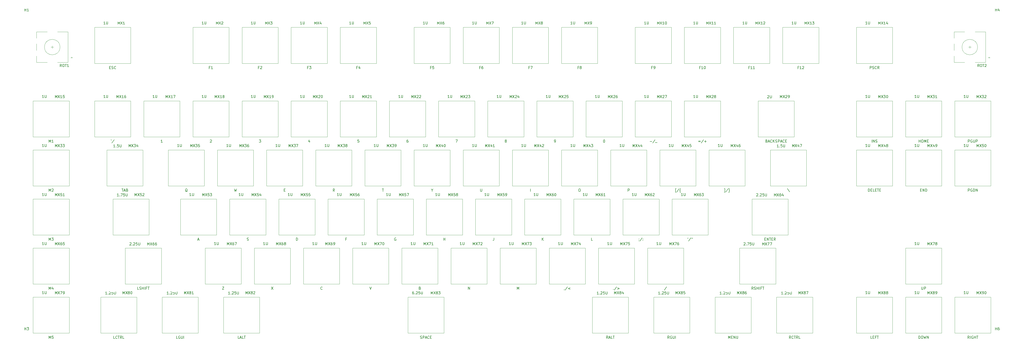
<source format=gto>
%TF.GenerationSoftware,KiCad,Pcbnew,(5.1.10)-1*%
%TF.CreationDate,2021-10-20T12:05:15-04:00*%
%TF.ProjectId,custom_keyboard (f303_ fe2.1),63757374-6f6d-45f6-9b65-79626f617264,rev?*%
%TF.SameCoordinates,Original*%
%TF.FileFunction,Legend,Top*%
%TF.FilePolarity,Positive*%
%FSLAX46Y46*%
G04 Gerber Fmt 4.6, Leading zero omitted, Abs format (unit mm)*
G04 Created by KiCad (PCBNEW (5.1.10)-1) date 2021-10-20 12:05:15*
%MOMM*%
%LPD*%
G01*
G04 APERTURE LIST*
%ADD10C,0.120000*%
%ADD11C,0.150000*%
%ADD12C,4.000000*%
%ADD13C,1.750000*%
%ADD14C,3.000000*%
%ADD15C,3.987800*%
%ADD16C,3.048000*%
%ADD17C,3.500000*%
%ADD18O,2.000000X1.500000*%
%ADD19C,0.650000*%
%ADD20O,2.100000X1.000000*%
%ADD21O,1.600000X1.000000*%
%ADD22C,2.000000*%
%ADD23R,3.200000X2.000000*%
%ADD24R,2.000000X2.000000*%
%ADD25O,1.000000X2.100000*%
%ADD26O,1.000000X1.600000*%
%ADD27O,1.500000X2.000000*%
%ADD28C,1.397000*%
%ADD29C,6.400000*%
G04 APERTURE END LIST*
D10*
%TO.C,MX83*%
X241141500Y-280032800D02*
X227141500Y-280032800D01*
X241141500Y-266032800D02*
X241141500Y-280032800D01*
X227141500Y-266032800D02*
X241141500Y-266032800D01*
X227141500Y-266032800D02*
X227141500Y-280032800D01*
%TO.C,MX84*%
X312574500Y-280032800D02*
X298574500Y-280032800D01*
X312574500Y-266032800D02*
X312574500Y-280032800D01*
X298574500Y-266032800D02*
X312574500Y-266032800D01*
X298574500Y-266032800D02*
X298574500Y-280032800D01*
%TO.C,MX32*%
X439059400Y-189837600D02*
X439059400Y-203837600D01*
X439059400Y-189837600D02*
X453059400Y-189837600D01*
X453059400Y-189837600D02*
X453059400Y-203837600D01*
X453059400Y-203837600D02*
X439059400Y-203837600D01*
%TO.C,ROT1*%
X89831400Y-168939200D02*
X88831400Y-168939200D01*
X89331400Y-169439200D02*
X89331400Y-168439200D01*
X83231400Y-165439200D02*
X83231400Y-163039200D01*
X83231400Y-170239200D02*
X83231400Y-167639200D01*
X83231400Y-174839200D02*
X83231400Y-172439200D01*
X96531400Y-173039200D02*
X96831400Y-172739200D01*
X97131400Y-173039200D02*
X96531400Y-173039200D01*
X96831400Y-172739200D02*
X97131400Y-173039200D01*
X95431400Y-174839200D02*
X95431400Y-163039200D01*
X91331400Y-174839200D02*
X95431400Y-174839200D01*
X91331400Y-163039200D02*
X95431400Y-163039200D01*
X83231400Y-163039200D02*
X87331400Y-163039200D01*
X87331400Y-174839200D02*
X83231400Y-174839200D01*
X92331400Y-168939200D02*
G75*
G03*
X92331400Y-168939200I-3000000J0D01*
G01*
%TO.C,ROT2*%
X445409000Y-168939200D02*
X444409000Y-168939200D01*
X444909000Y-169439200D02*
X444909000Y-168439200D01*
X438809000Y-165439200D02*
X438809000Y-163039200D01*
X438809000Y-170239200D02*
X438809000Y-167639200D01*
X438809000Y-174839200D02*
X438809000Y-172439200D01*
X452109000Y-173039200D02*
X452409000Y-172739200D01*
X452709000Y-173039200D02*
X452109000Y-173039200D01*
X452409000Y-172739200D02*
X452709000Y-173039200D01*
X451009000Y-174839200D02*
X451009000Y-163039200D01*
X446909000Y-174839200D02*
X451009000Y-174839200D01*
X446909000Y-163039200D02*
X451009000Y-163039200D01*
X438809000Y-163039200D02*
X442909000Y-163039200D01*
X442909000Y-174839200D02*
X438809000Y-174839200D01*
X447909000Y-168939200D02*
G75*
G03*
X447909000Y-168939200I-3000000J0D01*
G01*
%TO.C,MX1*%
X105705400Y-161264400D02*
X105705400Y-175264400D01*
X105705400Y-161264400D02*
X119705400Y-161264400D01*
X119705400Y-161264400D02*
X119705400Y-175264400D01*
X119705400Y-175264400D02*
X105705400Y-175264400D01*
%TO.C,MX2*%
X143803000Y-161264400D02*
X143803000Y-175264400D01*
X143803000Y-161264400D02*
X157803000Y-161264400D01*
X157803000Y-161264400D02*
X157803000Y-175264400D01*
X157803000Y-175264400D02*
X143803000Y-175264400D01*
%TO.C,MX3*%
X162851800Y-161264400D02*
X162851800Y-175264400D01*
X162851800Y-161264400D02*
X176851800Y-161264400D01*
X176851800Y-161264400D02*
X176851800Y-175264400D01*
X176851800Y-175264400D02*
X162851800Y-175264400D01*
%TO.C,MX4*%
X181900600Y-161264400D02*
X181900600Y-175264400D01*
X181900600Y-161264400D02*
X195900600Y-161264400D01*
X195900600Y-161264400D02*
X195900600Y-175264400D01*
X195900600Y-175264400D02*
X181900600Y-175264400D01*
%TO.C,MX5*%
X200949400Y-161264400D02*
X200949400Y-175264400D01*
X200949400Y-161264400D02*
X214949400Y-161264400D01*
X214949400Y-161264400D02*
X214949400Y-175264400D01*
X214949400Y-175264400D02*
X200949400Y-175264400D01*
%TO.C,MX6*%
X229522600Y-161264400D02*
X229522600Y-175264400D01*
X229522600Y-161264400D02*
X243522600Y-161264400D01*
X243522600Y-161264400D02*
X243522600Y-175264400D01*
X243522600Y-175264400D02*
X229522600Y-175264400D01*
%TO.C,MX7*%
X248571400Y-161264400D02*
X248571400Y-175264400D01*
X248571400Y-161264400D02*
X262571400Y-161264400D01*
X262571400Y-161264400D02*
X262571400Y-175264400D01*
X262571400Y-175264400D02*
X248571400Y-175264400D01*
%TO.C,MX8*%
X267620200Y-161264400D02*
X267620200Y-175264400D01*
X267620200Y-161264400D02*
X281620200Y-161264400D01*
X281620200Y-161264400D02*
X281620200Y-175264400D01*
X281620200Y-175264400D02*
X267620200Y-175264400D01*
%TO.C,MX9*%
X286669000Y-161264400D02*
X286669000Y-175264400D01*
X286669000Y-161264400D02*
X300669000Y-161264400D01*
X300669000Y-161264400D02*
X300669000Y-175264400D01*
X300669000Y-175264400D02*
X286669000Y-175264400D01*
%TO.C,MX10*%
X315242200Y-161264400D02*
X315242200Y-175264400D01*
X315242200Y-161264400D02*
X329242200Y-161264400D01*
X329242200Y-161264400D02*
X329242200Y-175264400D01*
X329242200Y-175264400D02*
X315242200Y-175264400D01*
%TO.C,MX11*%
X334291000Y-161264400D02*
X334291000Y-175264400D01*
X334291000Y-161264400D02*
X348291000Y-161264400D01*
X348291000Y-161264400D02*
X348291000Y-175264400D01*
X348291000Y-175264400D02*
X334291000Y-175264400D01*
%TO.C,MX12*%
X353339800Y-161264400D02*
X353339800Y-175264400D01*
X353339800Y-161264400D02*
X367339800Y-161264400D01*
X367339800Y-161264400D02*
X367339800Y-175264400D01*
X367339800Y-175264400D02*
X353339800Y-175264400D01*
%TO.C,MX13*%
X372388600Y-161264400D02*
X372388600Y-175264400D01*
X372388600Y-161264400D02*
X386388600Y-161264400D01*
X386388600Y-161264400D02*
X386388600Y-175264400D01*
X386388600Y-175264400D02*
X372388600Y-175264400D01*
%TO.C,MX14*%
X400961800Y-161264400D02*
X400961800Y-175264400D01*
X400961800Y-161264400D02*
X414961800Y-161264400D01*
X414961800Y-161264400D02*
X414961800Y-175264400D01*
X414961800Y-175264400D02*
X400961800Y-175264400D01*
%TO.C,MX15*%
X81894400Y-189837600D02*
X81894400Y-203837600D01*
X81894400Y-189837600D02*
X95894400Y-189837600D01*
X95894400Y-189837600D02*
X95894400Y-203837600D01*
X95894400Y-203837600D02*
X81894400Y-203837600D01*
%TO.C,MX16*%
X105705400Y-189837600D02*
X105705400Y-203837600D01*
X105705400Y-189837600D02*
X119705400Y-189837600D01*
X119705400Y-189837600D02*
X119705400Y-203837600D01*
X119705400Y-203837600D02*
X105705400Y-203837600D01*
%TO.C,MX17*%
X124754200Y-189837600D02*
X124754200Y-203837600D01*
X124754200Y-189837600D02*
X138754200Y-189837600D01*
X138754200Y-189837600D02*
X138754200Y-203837600D01*
X138754200Y-203837600D02*
X124754200Y-203837600D01*
%TO.C,MX18*%
X143803000Y-189837600D02*
X143803000Y-203837600D01*
X143803000Y-189837600D02*
X157803000Y-189837600D01*
X157803000Y-189837600D02*
X157803000Y-203837600D01*
X157803000Y-203837600D02*
X143803000Y-203837600D01*
%TO.C,MX19*%
X162851800Y-189837600D02*
X162851800Y-203837600D01*
X162851800Y-189837600D02*
X176851800Y-189837600D01*
X176851800Y-189837600D02*
X176851800Y-203837600D01*
X176851800Y-203837600D02*
X162851800Y-203837600D01*
%TO.C,MX20*%
X181900600Y-189837600D02*
X181900600Y-203837600D01*
X181900600Y-189837600D02*
X195900600Y-189837600D01*
X195900600Y-189837600D02*
X195900600Y-203837600D01*
X195900600Y-203837600D02*
X181900600Y-203837600D01*
%TO.C,MX21*%
X200949400Y-189837600D02*
X200949400Y-203837600D01*
X200949400Y-189837600D02*
X214949400Y-189837600D01*
X214949400Y-189837600D02*
X214949400Y-203837600D01*
X214949400Y-203837600D02*
X200949400Y-203837600D01*
%TO.C,MX22*%
X219998200Y-189837600D02*
X219998200Y-203837600D01*
X219998200Y-189837600D02*
X233998200Y-189837600D01*
X233998200Y-189837600D02*
X233998200Y-203837600D01*
X233998200Y-203837600D02*
X219998200Y-203837600D01*
%TO.C,MX23*%
X239047000Y-189837600D02*
X239047000Y-203837600D01*
X239047000Y-189837600D02*
X253047000Y-189837600D01*
X253047000Y-189837600D02*
X253047000Y-203837600D01*
X253047000Y-203837600D02*
X239047000Y-203837600D01*
%TO.C,MX24*%
X258095800Y-189837600D02*
X258095800Y-203837600D01*
X258095800Y-189837600D02*
X272095800Y-189837600D01*
X272095800Y-189837600D02*
X272095800Y-203837600D01*
X272095800Y-203837600D02*
X258095800Y-203837600D01*
%TO.C,MX25*%
X277144600Y-189837600D02*
X277144600Y-203837600D01*
X277144600Y-189837600D02*
X291144600Y-189837600D01*
X291144600Y-189837600D02*
X291144600Y-203837600D01*
X291144600Y-203837600D02*
X277144600Y-203837600D01*
%TO.C,MX26*%
X296193400Y-189837600D02*
X296193400Y-203837600D01*
X296193400Y-189837600D02*
X310193400Y-189837600D01*
X310193400Y-189837600D02*
X310193400Y-203837600D01*
X310193400Y-203837600D02*
X296193400Y-203837600D01*
%TO.C,MX27*%
X315242200Y-189837600D02*
X315242200Y-203837600D01*
X315242200Y-189837600D02*
X329242200Y-189837600D01*
X329242200Y-189837600D02*
X329242200Y-203837600D01*
X329242200Y-203837600D02*
X315242200Y-203837600D01*
%TO.C,MX28*%
X334291000Y-189837600D02*
X334291000Y-203837600D01*
X334291000Y-189837600D02*
X348291000Y-189837600D01*
X348291000Y-189837600D02*
X348291000Y-203837600D01*
X348291000Y-203837600D02*
X334291000Y-203837600D01*
%TO.C,MX29*%
X362864200Y-189837600D02*
X362864200Y-203837600D01*
X362864200Y-189837600D02*
X376864200Y-189837600D01*
X376864200Y-189837600D02*
X376864200Y-203837600D01*
X376864200Y-203837600D02*
X362864200Y-203837600D01*
%TO.C,MX30*%
X400961800Y-189837600D02*
X400961800Y-203837600D01*
X400961800Y-189837600D02*
X414961800Y-189837600D01*
X414961800Y-189837600D02*
X414961800Y-203837600D01*
X414961800Y-203837600D02*
X400961800Y-203837600D01*
%TO.C,MX31*%
X420010600Y-189837600D02*
X420010600Y-203837600D01*
X420010600Y-189837600D02*
X434010600Y-189837600D01*
X434010600Y-189837600D02*
X434010600Y-203837600D01*
X434010600Y-203837600D02*
X420010600Y-203837600D01*
%TO.C,MX33*%
X81894400Y-208886400D02*
X81894400Y-222886400D01*
X81894400Y-208886400D02*
X95894400Y-208886400D01*
X95894400Y-208886400D02*
X95894400Y-222886400D01*
X95894400Y-222886400D02*
X81894400Y-222886400D01*
%TO.C,MX34*%
X124467600Y-222886400D02*
X110467600Y-222886400D01*
X124467600Y-208886400D02*
X124467600Y-222886400D01*
X110467600Y-208886400D02*
X124467600Y-208886400D01*
X110467600Y-208886400D02*
X110467600Y-222886400D01*
%TO.C,MX35*%
X134278600Y-208886400D02*
X134278600Y-222886400D01*
X134278600Y-208886400D02*
X148278600Y-208886400D01*
X148278600Y-208886400D02*
X148278600Y-222886400D01*
X148278600Y-222886400D02*
X134278600Y-222886400D01*
%TO.C,MX36*%
X153327400Y-208886400D02*
X153327400Y-222886400D01*
X153327400Y-208886400D02*
X167327400Y-208886400D01*
X167327400Y-208886400D02*
X167327400Y-222886400D01*
X167327400Y-222886400D02*
X153327400Y-222886400D01*
%TO.C,MX37*%
X172376200Y-208886400D02*
X172376200Y-222886400D01*
X172376200Y-208886400D02*
X186376200Y-208886400D01*
X186376200Y-208886400D02*
X186376200Y-222886400D01*
X186376200Y-222886400D02*
X172376200Y-222886400D01*
%TO.C,MX38*%
X191425000Y-208886400D02*
X191425000Y-222886400D01*
X191425000Y-208886400D02*
X205425000Y-208886400D01*
X205425000Y-208886400D02*
X205425000Y-222886400D01*
X205425000Y-222886400D02*
X191425000Y-222886400D01*
%TO.C,MX39*%
X210473800Y-208886400D02*
X210473800Y-222886400D01*
X210473800Y-208886400D02*
X224473800Y-208886400D01*
X224473800Y-208886400D02*
X224473800Y-222886400D01*
X224473800Y-222886400D02*
X210473800Y-222886400D01*
%TO.C,MX40*%
X229522600Y-208886400D02*
X229522600Y-222886400D01*
X229522600Y-208886400D02*
X243522600Y-208886400D01*
X243522600Y-208886400D02*
X243522600Y-222886400D01*
X243522600Y-222886400D02*
X229522600Y-222886400D01*
%TO.C,MX41*%
X248571400Y-208886400D02*
X248571400Y-222886400D01*
X248571400Y-208886400D02*
X262571400Y-208886400D01*
X262571400Y-208886400D02*
X262571400Y-222886400D01*
X262571400Y-222886400D02*
X248571400Y-222886400D01*
%TO.C,MX42*%
X267620200Y-208886400D02*
X267620200Y-222886400D01*
X267620200Y-208886400D02*
X281620200Y-208886400D01*
X281620200Y-208886400D02*
X281620200Y-222886400D01*
X281620200Y-222886400D02*
X267620200Y-222886400D01*
%TO.C,MX43*%
X286669000Y-208886400D02*
X286669000Y-222886400D01*
X286669000Y-208886400D02*
X300669000Y-208886400D01*
X300669000Y-208886400D02*
X300669000Y-222886400D01*
X300669000Y-222886400D02*
X286669000Y-222886400D01*
%TO.C,MX45*%
X324766600Y-208886400D02*
X324766600Y-222886400D01*
X324766600Y-208886400D02*
X338766600Y-208886400D01*
X338766600Y-208886400D02*
X338766600Y-222886400D01*
X338766600Y-222886400D02*
X324766600Y-222886400D01*
%TO.C,MX46*%
X343815400Y-208886400D02*
X343815400Y-222886400D01*
X343815400Y-208886400D02*
X357815400Y-208886400D01*
X357815400Y-208886400D02*
X357815400Y-222886400D01*
X357815400Y-222886400D02*
X343815400Y-222886400D01*
%TO.C,MX48*%
X400961800Y-208886400D02*
X400961800Y-222886400D01*
X400961800Y-208886400D02*
X414961800Y-208886400D01*
X414961800Y-208886400D02*
X414961800Y-222886400D01*
X414961800Y-222886400D02*
X400961800Y-222886400D01*
%TO.C,MX49*%
X420010600Y-208886400D02*
X420010600Y-222886400D01*
X420010600Y-208886400D02*
X434010600Y-208886400D01*
X434010600Y-208886400D02*
X434010600Y-222886400D01*
X434010600Y-222886400D02*
X420010600Y-222886400D01*
%TO.C,MX51*%
X81894400Y-227935200D02*
X81894400Y-241935200D01*
X81894400Y-227935200D02*
X95894400Y-227935200D01*
X95894400Y-227935200D02*
X95894400Y-241935200D01*
X95894400Y-241935200D02*
X81894400Y-241935200D01*
%TO.C,MX52*%
X126848700Y-241935200D02*
X112848700Y-241935200D01*
X126848700Y-227935200D02*
X126848700Y-241935200D01*
X112848700Y-227935200D02*
X126848700Y-227935200D01*
X112848700Y-227935200D02*
X112848700Y-241935200D01*
%TO.C,MX53*%
X138982500Y-227935200D02*
X138982500Y-241935200D01*
X138982500Y-227935200D02*
X152982500Y-227935200D01*
X152982500Y-227935200D02*
X152982500Y-241935200D01*
X152982500Y-241935200D02*
X138982500Y-241935200D01*
%TO.C,MX54*%
X158089600Y-227935200D02*
X158089600Y-241935200D01*
X158089600Y-227935200D02*
X172089600Y-227935200D01*
X172089600Y-227935200D02*
X172089600Y-241935200D01*
X172089600Y-241935200D02*
X158089600Y-241935200D01*
%TO.C,MX55*%
X177138400Y-227935200D02*
X177138400Y-241935200D01*
X177138400Y-227935200D02*
X191138400Y-227935200D01*
X191138400Y-227935200D02*
X191138400Y-241935200D01*
X191138400Y-241935200D02*
X177138400Y-241935200D01*
%TO.C,MX56*%
X196187200Y-227935200D02*
X196187200Y-241935200D01*
X196187200Y-227935200D02*
X210187200Y-227935200D01*
X210187200Y-227935200D02*
X210187200Y-241935200D01*
X210187200Y-241935200D02*
X196187200Y-241935200D01*
%TO.C,MX57*%
X215236000Y-227935200D02*
X215236000Y-241935200D01*
X215236000Y-227935200D02*
X229236000Y-227935200D01*
X229236000Y-227935200D02*
X229236000Y-241935200D01*
X229236000Y-241935200D02*
X215236000Y-241935200D01*
%TO.C,MX59*%
X253333600Y-227935200D02*
X253333600Y-241935200D01*
X253333600Y-227935200D02*
X267333600Y-227935200D01*
X267333600Y-227935200D02*
X267333600Y-241935200D01*
X267333600Y-241935200D02*
X253333600Y-241935200D01*
%TO.C,MX60*%
X272382400Y-227935200D02*
X272382400Y-241935200D01*
X272382400Y-227935200D02*
X286382400Y-227935200D01*
X286382400Y-227935200D02*
X286382400Y-241935200D01*
X286382400Y-241935200D02*
X272382400Y-241935200D01*
%TO.C,MX61*%
X291431200Y-227935200D02*
X291431200Y-241935200D01*
X291431200Y-227935200D02*
X305431200Y-227935200D01*
X305431200Y-227935200D02*
X305431200Y-241935200D01*
X305431200Y-241935200D02*
X291431200Y-241935200D01*
%TO.C,MX63*%
X329528800Y-227935200D02*
X329528800Y-241935200D01*
X329528800Y-227935200D02*
X343528800Y-227935200D01*
X343528800Y-227935200D02*
X343528800Y-241935200D01*
X343528800Y-241935200D02*
X329528800Y-241935200D01*
%TO.C,MX65*%
X81894400Y-246984000D02*
X81894400Y-260984000D01*
X81894400Y-246984000D02*
X95894400Y-246984000D01*
X95894400Y-246984000D02*
X95894400Y-260984000D01*
X95894400Y-260984000D02*
X81894400Y-260984000D01*
%TO.C,MX66*%
X117610900Y-246984000D02*
X117610900Y-260984000D01*
X117610900Y-246984000D02*
X131610900Y-246984000D01*
X131610900Y-246984000D02*
X131610900Y-260984000D01*
X131610900Y-260984000D02*
X117610900Y-260984000D01*
%TO.C,MX67*%
X148565200Y-246984000D02*
X148565200Y-260984000D01*
X148565200Y-246984000D02*
X162565200Y-246984000D01*
X162565200Y-246984000D02*
X162565200Y-260984000D01*
X162565200Y-260984000D02*
X148565200Y-260984000D01*
%TO.C,MX68*%
X167614000Y-246984000D02*
X167614000Y-260984000D01*
X167614000Y-246984000D02*
X181614000Y-246984000D01*
X181614000Y-246984000D02*
X181614000Y-260984000D01*
X181614000Y-260984000D02*
X167614000Y-260984000D01*
%TO.C,MX69*%
X186662800Y-246984000D02*
X186662800Y-260984000D01*
X186662800Y-246984000D02*
X200662800Y-246984000D01*
X200662800Y-246984000D02*
X200662800Y-260984000D01*
X200662800Y-260984000D02*
X186662800Y-260984000D01*
%TO.C,MX70*%
X205711600Y-246984000D02*
X205711600Y-260984000D01*
X205711600Y-246984000D02*
X219711600Y-246984000D01*
X219711600Y-246984000D02*
X219711600Y-260984000D01*
X219711600Y-260984000D02*
X205711600Y-260984000D01*
%TO.C,MX71*%
X224760400Y-246984000D02*
X224760400Y-260984000D01*
X224760400Y-246984000D02*
X238760400Y-246984000D01*
X238760400Y-246984000D02*
X238760400Y-260984000D01*
X238760400Y-260984000D02*
X224760400Y-260984000D01*
%TO.C,MX72*%
X243809200Y-246984000D02*
X243809200Y-260984000D01*
X243809200Y-246984000D02*
X257809200Y-246984000D01*
X257809200Y-246984000D02*
X257809200Y-260984000D01*
X257809200Y-260984000D02*
X243809200Y-260984000D01*
%TO.C,MX73*%
X262858000Y-246984000D02*
X262858000Y-260984000D01*
X262858000Y-246984000D02*
X276858000Y-246984000D01*
X276858000Y-246984000D02*
X276858000Y-260984000D01*
X276858000Y-260984000D02*
X262858000Y-260984000D01*
%TO.C,MX74*%
X281906800Y-246984000D02*
X281906800Y-260984000D01*
X281906800Y-246984000D02*
X295906800Y-246984000D01*
X295906800Y-246984000D02*
X295906800Y-260984000D01*
X295906800Y-260984000D02*
X281906800Y-260984000D01*
%TO.C,MX75*%
X300955600Y-246984000D02*
X300955600Y-260984000D01*
X300955600Y-246984000D02*
X314955600Y-246984000D01*
X314955600Y-246984000D02*
X314955600Y-260984000D01*
X314955600Y-260984000D02*
X300955600Y-260984000D01*
%TO.C,MX76*%
X320004400Y-246984000D02*
X320004400Y-260984000D01*
X320004400Y-246984000D02*
X334004400Y-246984000D01*
X334004400Y-246984000D02*
X334004400Y-260984000D01*
X334004400Y-260984000D02*
X320004400Y-260984000D01*
%TO.C,MX77*%
X369720900Y-260984000D02*
X355720900Y-260984000D01*
X369720900Y-246984000D02*
X369720900Y-260984000D01*
X355720900Y-246984000D02*
X369720900Y-246984000D01*
X355720900Y-246984000D02*
X355720900Y-260984000D01*
%TO.C,MX78*%
X420010600Y-246984000D02*
X420010600Y-260984000D01*
X420010600Y-246984000D02*
X434010600Y-246984000D01*
X434010600Y-246984000D02*
X434010600Y-260984000D01*
X434010600Y-260984000D02*
X420010600Y-260984000D01*
%TO.C,MX79*%
X81894400Y-266032800D02*
X81894400Y-280032800D01*
X81894400Y-266032800D02*
X95894400Y-266032800D01*
X95894400Y-266032800D02*
X95894400Y-280032800D01*
X95894400Y-280032800D02*
X81894400Y-280032800D01*
%TO.C,MX80*%
X122086500Y-280032800D02*
X108086500Y-280032800D01*
X122086500Y-266032800D02*
X122086500Y-280032800D01*
X108086500Y-266032800D02*
X122086500Y-266032800D01*
X108086500Y-266032800D02*
X108086500Y-280032800D01*
%TO.C,MX81*%
X145897500Y-280032800D02*
X131897500Y-280032800D01*
X145897500Y-266032800D02*
X145897500Y-280032800D01*
X131897500Y-266032800D02*
X145897500Y-266032800D01*
X131897500Y-266032800D02*
X131897500Y-280032800D01*
%TO.C,MX82*%
X169708500Y-280032800D02*
X155708500Y-280032800D01*
X169708500Y-266032800D02*
X169708500Y-280032800D01*
X155708500Y-266032800D02*
X169708500Y-266032800D01*
X155708500Y-266032800D02*
X155708500Y-280032800D01*
%TO.C,MX85*%
X336385500Y-280032800D02*
X322385500Y-280032800D01*
X336385500Y-266032800D02*
X336385500Y-280032800D01*
X322385500Y-266032800D02*
X336385500Y-266032800D01*
X322385500Y-266032800D02*
X322385500Y-280032800D01*
%TO.C,MX86*%
X360196500Y-280032800D02*
X346196500Y-280032800D01*
X360196500Y-266032800D02*
X360196500Y-280032800D01*
X346196500Y-266032800D02*
X360196500Y-266032800D01*
X346196500Y-266032800D02*
X346196500Y-280032800D01*
%TO.C,MX89*%
X420010600Y-266032800D02*
X420010600Y-280032800D01*
X420010600Y-266032800D02*
X434010600Y-266032800D01*
X434010600Y-266032800D02*
X434010600Y-280032800D01*
X434010600Y-280032800D02*
X420010600Y-280032800D01*
%TO.C,MX64*%
X360483100Y-227935200D02*
X360483100Y-241935200D01*
X360483100Y-227935200D02*
X374483100Y-227935200D01*
X374483100Y-227935200D02*
X374483100Y-241935200D01*
X374483100Y-241935200D02*
X360483100Y-241935200D01*
%TO.C,MX47*%
X381626400Y-222886400D02*
X367626400Y-222886400D01*
X381626400Y-208886400D02*
X381626400Y-222886400D01*
X367626400Y-208886400D02*
X381626400Y-208886400D01*
X367626400Y-208886400D02*
X367626400Y-222886400D01*
%TO.C,MX44*%
X305717800Y-208886400D02*
X305717800Y-222886400D01*
X305717800Y-208886400D02*
X319717800Y-208886400D01*
X319717800Y-208886400D02*
X319717800Y-222886400D01*
X319717800Y-222886400D02*
X305717800Y-222886400D01*
%TO.C,MX88*%
X400961800Y-266032800D02*
X400961800Y-280032800D01*
X400961800Y-266032800D02*
X414961800Y-266032800D01*
X414961800Y-266032800D02*
X414961800Y-280032800D01*
X414961800Y-280032800D02*
X400961800Y-280032800D01*
%TO.C,MX87*%
X384007500Y-280032800D02*
X370007500Y-280032800D01*
X384007500Y-266032800D02*
X384007500Y-280032800D01*
X370007500Y-266032800D02*
X384007500Y-266032800D01*
X370007500Y-266032800D02*
X370007500Y-280032800D01*
%TO.C,MX50*%
X439059400Y-208886400D02*
X439059400Y-222886400D01*
X439059400Y-208886400D02*
X453059400Y-208886400D01*
X453059400Y-208886400D02*
X453059400Y-222886400D01*
X453059400Y-222886400D02*
X439059400Y-222886400D01*
%TO.C,MX90*%
X439059400Y-266032800D02*
X439059400Y-280032800D01*
X439059400Y-266032800D02*
X453059400Y-266032800D01*
X453059400Y-266032800D02*
X453059400Y-280032800D01*
X453059400Y-280032800D02*
X439059400Y-280032800D01*
%TO.C,MX58*%
X234284800Y-227935200D02*
X234284800Y-241935200D01*
X234284800Y-227935200D02*
X248284800Y-227935200D01*
X248284800Y-227935200D02*
X248284800Y-241935200D01*
X248284800Y-241935200D02*
X234284800Y-241935200D01*
%TO.C,MX62*%
X310480000Y-227935200D02*
X310480000Y-241935200D01*
X310480000Y-227935200D02*
X324480000Y-227935200D01*
X324480000Y-227935200D02*
X324480000Y-241935200D01*
X324480000Y-241935200D02*
X310480000Y-241935200D01*
%TO.C,MX83*%
D11*
X236087995Y-264899980D02*
X236087995Y-263899980D01*
X236421328Y-264614266D01*
X236754661Y-263899980D01*
X236754661Y-264899980D01*
X237135614Y-263899980D02*
X237802280Y-264899980D01*
X237802280Y-263899980D02*
X237135614Y-264899980D01*
X238326090Y-264328552D02*
X238230852Y-264280933D01*
X238183233Y-264233314D01*
X238135614Y-264138076D01*
X238135614Y-264090457D01*
X238183233Y-263995219D01*
X238230852Y-263947600D01*
X238326090Y-263899980D01*
X238516566Y-263899980D01*
X238611804Y-263947600D01*
X238659423Y-263995219D01*
X238707042Y-264090457D01*
X238707042Y-264138076D01*
X238659423Y-264233314D01*
X238611804Y-264280933D01*
X238516566Y-264328552D01*
X238326090Y-264328552D01*
X238230852Y-264376171D01*
X238183233Y-264423790D01*
X238135614Y-264519028D01*
X238135614Y-264709504D01*
X238183233Y-264804742D01*
X238230852Y-264852361D01*
X238326090Y-264899980D01*
X238516566Y-264899980D01*
X238611804Y-264852361D01*
X238659423Y-264804742D01*
X238707042Y-264709504D01*
X238707042Y-264519028D01*
X238659423Y-264423790D01*
X238611804Y-264376171D01*
X238516566Y-264328552D01*
X239040376Y-263899980D02*
X239659423Y-263899980D01*
X239326090Y-264280933D01*
X239468947Y-264280933D01*
X239564185Y-264328552D01*
X239611804Y-264376171D01*
X239659423Y-264471409D01*
X239659423Y-264709504D01*
X239611804Y-264804742D01*
X239564185Y-264852361D01*
X239468947Y-264899980D01*
X239183233Y-264899980D01*
X239087995Y-264852361D01*
X239040376Y-264804742D01*
X231974833Y-282100061D02*
X232117690Y-282147680D01*
X232355785Y-282147680D01*
X232451023Y-282100061D01*
X232498642Y-282052442D01*
X232546261Y-281957204D01*
X232546261Y-281861966D01*
X232498642Y-281766728D01*
X232451023Y-281719109D01*
X232355785Y-281671490D01*
X232165309Y-281623871D01*
X232070071Y-281576252D01*
X232022452Y-281528633D01*
X231974833Y-281433395D01*
X231974833Y-281338157D01*
X232022452Y-281242919D01*
X232070071Y-281195300D01*
X232165309Y-281147680D01*
X232403404Y-281147680D01*
X232546261Y-281195300D01*
X232974833Y-282147680D02*
X232974833Y-281147680D01*
X233355785Y-281147680D01*
X233451023Y-281195300D01*
X233498642Y-281242919D01*
X233546261Y-281338157D01*
X233546261Y-281481014D01*
X233498642Y-281576252D01*
X233451023Y-281623871D01*
X233355785Y-281671490D01*
X232974833Y-281671490D01*
X233927214Y-281861966D02*
X234403404Y-281861966D01*
X233831976Y-282147680D02*
X234165309Y-281147680D01*
X234498642Y-282147680D01*
X235403404Y-282052442D02*
X235355785Y-282100061D01*
X235212928Y-282147680D01*
X235117690Y-282147680D01*
X234974833Y-282100061D01*
X234879595Y-282004823D01*
X234831976Y-281909585D01*
X234784357Y-281719109D01*
X234784357Y-281576252D01*
X234831976Y-281385776D01*
X234879595Y-281290538D01*
X234974833Y-281195300D01*
X235117690Y-281147680D01*
X235212928Y-281147680D01*
X235355785Y-281195300D01*
X235403404Y-281242919D01*
X235831976Y-281623871D02*
X236165309Y-281623871D01*
X236308166Y-282147680D02*
X235831976Y-282147680D01*
X235831976Y-281147680D01*
X236308166Y-281147680D01*
X229379190Y-263899980D02*
X229188714Y-263899980D01*
X229093476Y-263947600D01*
X229045857Y-263995219D01*
X228950619Y-264138076D01*
X228903000Y-264328552D01*
X228903000Y-264709504D01*
X228950619Y-264804742D01*
X228998238Y-264852361D01*
X229093476Y-264899980D01*
X229283952Y-264899980D01*
X229379190Y-264852361D01*
X229426809Y-264804742D01*
X229474428Y-264709504D01*
X229474428Y-264471409D01*
X229426809Y-264376171D01*
X229379190Y-264328552D01*
X229283952Y-264280933D01*
X229093476Y-264280933D01*
X228998238Y-264328552D01*
X228950619Y-264376171D01*
X228903000Y-264471409D01*
X229903000Y-264804742D02*
X229950619Y-264852361D01*
X229903000Y-264899980D01*
X229855380Y-264852361D01*
X229903000Y-264804742D01*
X229903000Y-264899980D01*
X230331571Y-263995219D02*
X230379190Y-263947600D01*
X230474428Y-263899980D01*
X230712523Y-263899980D01*
X230807761Y-263947600D01*
X230855380Y-263995219D01*
X230903000Y-264090457D01*
X230903000Y-264185695D01*
X230855380Y-264328552D01*
X230283952Y-264899980D01*
X230903000Y-264899980D01*
X231807761Y-263899980D02*
X231331571Y-263899980D01*
X231283952Y-264376171D01*
X231331571Y-264328552D01*
X231426809Y-264280933D01*
X231664904Y-264280933D01*
X231760142Y-264328552D01*
X231807761Y-264376171D01*
X231855380Y-264471409D01*
X231855380Y-264709504D01*
X231807761Y-264804742D01*
X231760142Y-264852361D01*
X231664904Y-264899980D01*
X231426809Y-264899980D01*
X231331571Y-264852361D01*
X231283952Y-264804742D01*
X232283952Y-263899980D02*
X232283952Y-264709504D01*
X232331571Y-264804742D01*
X232379190Y-264852361D01*
X232474428Y-264899980D01*
X232664904Y-264899980D01*
X232760142Y-264852361D01*
X232807761Y-264804742D01*
X232855380Y-264709504D01*
X232855380Y-263899980D01*
%TO.C,MX84*%
X307178095Y-264849180D02*
X307178095Y-263849180D01*
X307511428Y-264563466D01*
X307844761Y-263849180D01*
X307844761Y-264849180D01*
X308225714Y-263849180D02*
X308892380Y-264849180D01*
X308892380Y-263849180D02*
X308225714Y-264849180D01*
X309416190Y-264277752D02*
X309320952Y-264230133D01*
X309273333Y-264182514D01*
X309225714Y-264087276D01*
X309225714Y-264039657D01*
X309273333Y-263944419D01*
X309320952Y-263896800D01*
X309416190Y-263849180D01*
X309606666Y-263849180D01*
X309701904Y-263896800D01*
X309749523Y-263944419D01*
X309797142Y-264039657D01*
X309797142Y-264087276D01*
X309749523Y-264182514D01*
X309701904Y-264230133D01*
X309606666Y-264277752D01*
X309416190Y-264277752D01*
X309320952Y-264325371D01*
X309273333Y-264372990D01*
X309225714Y-264468228D01*
X309225714Y-264658704D01*
X309273333Y-264753942D01*
X309320952Y-264801561D01*
X309416190Y-264849180D01*
X309606666Y-264849180D01*
X309701904Y-264801561D01*
X309749523Y-264753942D01*
X309797142Y-264658704D01*
X309797142Y-264468228D01*
X309749523Y-264372990D01*
X309701904Y-264325371D01*
X309606666Y-264277752D01*
X310654285Y-264182514D02*
X310654285Y-264849180D01*
X310416190Y-263801561D02*
X310178095Y-264515847D01*
X310797142Y-264515847D01*
X304669738Y-282147680D02*
X304336404Y-281671490D01*
X304098309Y-282147680D02*
X304098309Y-281147680D01*
X304479261Y-281147680D01*
X304574500Y-281195300D01*
X304622119Y-281242919D01*
X304669738Y-281338157D01*
X304669738Y-281481014D01*
X304622119Y-281576252D01*
X304574500Y-281623871D01*
X304479261Y-281671490D01*
X304098309Y-281671490D01*
X305050690Y-281861966D02*
X305526880Y-281861966D01*
X304955452Y-282147680D02*
X305288785Y-281147680D01*
X305622119Y-282147680D01*
X306431642Y-282147680D02*
X305955452Y-282147680D01*
X305955452Y-281147680D01*
X306622119Y-281147680D02*
X307193547Y-281147680D01*
X306907833Y-282147680D02*
X306907833Y-281147680D01*
X301034428Y-264912680D02*
X300463000Y-264912680D01*
X300748714Y-264912680D02*
X300748714Y-263912680D01*
X300653476Y-264055538D01*
X300558238Y-264150776D01*
X300463000Y-264198395D01*
X301463000Y-264817442D02*
X301510619Y-264865061D01*
X301463000Y-264912680D01*
X301415380Y-264865061D01*
X301463000Y-264817442D01*
X301463000Y-264912680D01*
X301891571Y-264007919D02*
X301939190Y-263960300D01*
X302034428Y-263912680D01*
X302272523Y-263912680D01*
X302367761Y-263960300D01*
X302415380Y-264007919D01*
X302463000Y-264103157D01*
X302463000Y-264198395D01*
X302415380Y-264341252D01*
X301843952Y-264912680D01*
X302463000Y-264912680D01*
X303367761Y-263912680D02*
X302891571Y-263912680D01*
X302843952Y-264388871D01*
X302891571Y-264341252D01*
X302986809Y-264293633D01*
X303224904Y-264293633D01*
X303320142Y-264341252D01*
X303367761Y-264388871D01*
X303415380Y-264484109D01*
X303415380Y-264722204D01*
X303367761Y-264817442D01*
X303320142Y-264865061D01*
X303224904Y-264912680D01*
X302986809Y-264912680D01*
X302891571Y-264865061D01*
X302843952Y-264817442D01*
X303843952Y-263912680D02*
X303843952Y-264722204D01*
X303891571Y-264817442D01*
X303939190Y-264865061D01*
X304034428Y-264912680D01*
X304224904Y-264912680D01*
X304320142Y-264865061D01*
X304367761Y-264817442D01*
X304415380Y-264722204D01*
X304415380Y-263912680D01*
%TO.C,MX32*%
X447662995Y-188653980D02*
X447662995Y-187653980D01*
X447996328Y-188368266D01*
X448329661Y-187653980D01*
X448329661Y-188653980D01*
X448710614Y-187653980D02*
X449377280Y-188653980D01*
X449377280Y-187653980D02*
X448710614Y-188653980D01*
X449662995Y-187653980D02*
X450282042Y-187653980D01*
X449948709Y-188034933D01*
X450091566Y-188034933D01*
X450186804Y-188082552D01*
X450234423Y-188130171D01*
X450282042Y-188225409D01*
X450282042Y-188463504D01*
X450234423Y-188558742D01*
X450186804Y-188606361D01*
X450091566Y-188653980D01*
X449805852Y-188653980D01*
X449710614Y-188606361D01*
X449662995Y-188558742D01*
X450662995Y-187749219D02*
X450710614Y-187701600D01*
X450805852Y-187653980D01*
X451043947Y-187653980D01*
X451139185Y-187701600D01*
X451186804Y-187749219D01*
X451234423Y-187844457D01*
X451234423Y-187939695D01*
X451186804Y-188082552D01*
X450615376Y-188653980D01*
X451234423Y-188653980D01*
X444273685Y-205952480D02*
X444273685Y-204952480D01*
X444654638Y-204952480D01*
X444749876Y-205000100D01*
X444797495Y-205047719D01*
X444845114Y-205142957D01*
X444845114Y-205285814D01*
X444797495Y-205381052D01*
X444749876Y-205428671D01*
X444654638Y-205476290D01*
X444273685Y-205476290D01*
X445797495Y-205000100D02*
X445702257Y-204952480D01*
X445559400Y-204952480D01*
X445416542Y-205000100D01*
X445321304Y-205095338D01*
X445273685Y-205190576D01*
X445226066Y-205381052D01*
X445226066Y-205523909D01*
X445273685Y-205714385D01*
X445321304Y-205809623D01*
X445416542Y-205904861D01*
X445559400Y-205952480D01*
X445654638Y-205952480D01*
X445797495Y-205904861D01*
X445845114Y-205857242D01*
X445845114Y-205523909D01*
X445654638Y-205523909D01*
X446273685Y-204952480D02*
X446273685Y-205762004D01*
X446321304Y-205857242D01*
X446368923Y-205904861D01*
X446464161Y-205952480D01*
X446654638Y-205952480D01*
X446749876Y-205904861D01*
X446797495Y-205857242D01*
X446845114Y-205762004D01*
X446845114Y-204952480D01*
X447321304Y-205952480D02*
X447321304Y-204952480D01*
X447702257Y-204952480D01*
X447797495Y-205000100D01*
X447845114Y-205047719D01*
X447892733Y-205142957D01*
X447892733Y-205285814D01*
X447845114Y-205381052D01*
X447797495Y-205428671D01*
X447702257Y-205476290D01*
X447321304Y-205476290D01*
X443217804Y-188590480D02*
X442646376Y-188590480D01*
X442932090Y-188590480D02*
X442932090Y-187590480D01*
X442836852Y-187733338D01*
X442741614Y-187828576D01*
X442646376Y-187876195D01*
X443646376Y-187590480D02*
X443646376Y-188400004D01*
X443693995Y-188495242D01*
X443741614Y-188542861D01*
X443836852Y-188590480D01*
X444027328Y-188590480D01*
X444122566Y-188542861D01*
X444170185Y-188495242D01*
X444217804Y-188400004D01*
X444217804Y-187590480D01*
%TO.C,ROT1*%
X92959971Y-176591580D02*
X92626638Y-176115390D01*
X92388542Y-176591580D02*
X92388542Y-175591580D01*
X92769495Y-175591580D01*
X92864733Y-175639200D01*
X92912352Y-175686819D01*
X92959971Y-175782057D01*
X92959971Y-175924914D01*
X92912352Y-176020152D01*
X92864733Y-176067771D01*
X92769495Y-176115390D01*
X92388542Y-176115390D01*
X93579019Y-175591580D02*
X93769495Y-175591580D01*
X93864733Y-175639200D01*
X93959971Y-175734438D01*
X94007590Y-175924914D01*
X94007590Y-176258247D01*
X93959971Y-176448723D01*
X93864733Y-176543961D01*
X93769495Y-176591580D01*
X93579019Y-176591580D01*
X93483780Y-176543961D01*
X93388542Y-176448723D01*
X93340923Y-176258247D01*
X93340923Y-175924914D01*
X93388542Y-175734438D01*
X93483780Y-175639200D01*
X93579019Y-175591580D01*
X94293304Y-175591580D02*
X94864733Y-175591580D01*
X94579019Y-176591580D02*
X94579019Y-175591580D01*
X95721876Y-176591580D02*
X95150447Y-176591580D01*
X95436161Y-176591580D02*
X95436161Y-175591580D01*
X95340923Y-175734438D01*
X95245685Y-175829676D01*
X95150447Y-175877295D01*
%TO.C,ROT2*%
X448537571Y-176591580D02*
X448204238Y-176115390D01*
X447966142Y-176591580D02*
X447966142Y-175591580D01*
X448347095Y-175591580D01*
X448442333Y-175639200D01*
X448489952Y-175686819D01*
X448537571Y-175782057D01*
X448537571Y-175924914D01*
X448489952Y-176020152D01*
X448442333Y-176067771D01*
X448347095Y-176115390D01*
X447966142Y-176115390D01*
X449156619Y-175591580D02*
X449347095Y-175591580D01*
X449442333Y-175639200D01*
X449537571Y-175734438D01*
X449585190Y-175924914D01*
X449585190Y-176258247D01*
X449537571Y-176448723D01*
X449442333Y-176543961D01*
X449347095Y-176591580D01*
X449156619Y-176591580D01*
X449061380Y-176543961D01*
X448966142Y-176448723D01*
X448918523Y-176258247D01*
X448918523Y-175924914D01*
X448966142Y-175734438D01*
X449061380Y-175639200D01*
X449156619Y-175591580D01*
X449870904Y-175591580D02*
X450442333Y-175591580D01*
X450156619Y-176591580D02*
X450156619Y-175591580D01*
X450728047Y-175686819D02*
X450775666Y-175639200D01*
X450870904Y-175591580D01*
X451109000Y-175591580D01*
X451204238Y-175639200D01*
X451251857Y-175686819D01*
X451299476Y-175782057D01*
X451299476Y-175877295D01*
X451251857Y-176020152D01*
X450680428Y-176591580D01*
X451299476Y-176591580D01*
%TO.C,MX1*%
X114785185Y-160080780D02*
X114785185Y-159080780D01*
X115118519Y-159795066D01*
X115451852Y-159080780D01*
X115451852Y-160080780D01*
X115832804Y-159080780D02*
X116499471Y-160080780D01*
X116499471Y-159080780D02*
X115832804Y-160080780D01*
X117404233Y-160080780D02*
X116832804Y-160080780D01*
X117118519Y-160080780D02*
X117118519Y-159080780D01*
X117023280Y-159223638D01*
X116928042Y-159318876D01*
X116832804Y-159366495D01*
X111514923Y-176855471D02*
X111848257Y-176855471D01*
X111991114Y-177379280D02*
X111514923Y-177379280D01*
X111514923Y-176379280D01*
X111991114Y-176379280D01*
X112372066Y-177331661D02*
X112514923Y-177379280D01*
X112753019Y-177379280D01*
X112848257Y-177331661D01*
X112895876Y-177284042D01*
X112943495Y-177188804D01*
X112943495Y-177093566D01*
X112895876Y-176998328D01*
X112848257Y-176950709D01*
X112753019Y-176903090D01*
X112562542Y-176855471D01*
X112467304Y-176807852D01*
X112419685Y-176760233D01*
X112372066Y-176664995D01*
X112372066Y-176569757D01*
X112419685Y-176474519D01*
X112467304Y-176426900D01*
X112562542Y-176379280D01*
X112800638Y-176379280D01*
X112943495Y-176426900D01*
X113943495Y-177284042D02*
X113895876Y-177331661D01*
X113753019Y-177379280D01*
X113657780Y-177379280D01*
X113514923Y-177331661D01*
X113419685Y-177236423D01*
X113372066Y-177141185D01*
X113324447Y-176950709D01*
X113324447Y-176807852D01*
X113372066Y-176617376D01*
X113419685Y-176522138D01*
X113514923Y-176426900D01*
X113657780Y-176379280D01*
X113753019Y-176379280D01*
X113895876Y-176426900D01*
X113943495Y-176474519D01*
X109863804Y-160017280D02*
X109292376Y-160017280D01*
X109578090Y-160017280D02*
X109578090Y-159017280D01*
X109482852Y-159160138D01*
X109387614Y-159255376D01*
X109292376Y-159302995D01*
X110292376Y-159017280D02*
X110292376Y-159826804D01*
X110339995Y-159922042D01*
X110387614Y-159969661D01*
X110482852Y-160017280D01*
X110673328Y-160017280D01*
X110768566Y-159969661D01*
X110816185Y-159922042D01*
X110863804Y-159826804D01*
X110863804Y-159017280D01*
%TO.C,MX2*%
X152882785Y-160080780D02*
X152882785Y-159080780D01*
X153216119Y-159795066D01*
X153549452Y-159080780D01*
X153549452Y-160080780D01*
X153930404Y-159080780D02*
X154597071Y-160080780D01*
X154597071Y-159080780D02*
X153930404Y-160080780D01*
X154930404Y-159176019D02*
X154978023Y-159128400D01*
X155073261Y-159080780D01*
X155311357Y-159080780D01*
X155406595Y-159128400D01*
X155454214Y-159176019D01*
X155501833Y-159271257D01*
X155501833Y-159366495D01*
X155454214Y-159509352D01*
X154882785Y-160080780D01*
X155501833Y-160080780D01*
X150469666Y-176855471D02*
X150136333Y-176855471D01*
X150136333Y-177379280D02*
X150136333Y-176379280D01*
X150612523Y-176379280D01*
X151517285Y-177379280D02*
X150945857Y-177379280D01*
X151231571Y-177379280D02*
X151231571Y-176379280D01*
X151136333Y-176522138D01*
X151041095Y-176617376D01*
X150945857Y-176664995D01*
X147961404Y-160017280D02*
X147389976Y-160017280D01*
X147675690Y-160017280D02*
X147675690Y-159017280D01*
X147580452Y-159160138D01*
X147485214Y-159255376D01*
X147389976Y-159302995D01*
X148389976Y-159017280D02*
X148389976Y-159826804D01*
X148437595Y-159922042D01*
X148485214Y-159969661D01*
X148580452Y-160017280D01*
X148770928Y-160017280D01*
X148866166Y-159969661D01*
X148913785Y-159922042D01*
X148961404Y-159826804D01*
X148961404Y-159017280D01*
%TO.C,MX3*%
X171931585Y-160080780D02*
X171931585Y-159080780D01*
X172264919Y-159795066D01*
X172598252Y-159080780D01*
X172598252Y-160080780D01*
X172979204Y-159080780D02*
X173645871Y-160080780D01*
X173645871Y-159080780D02*
X172979204Y-160080780D01*
X173931585Y-159080780D02*
X174550633Y-159080780D01*
X174217300Y-159461733D01*
X174360157Y-159461733D01*
X174455395Y-159509352D01*
X174503014Y-159556971D01*
X174550633Y-159652209D01*
X174550633Y-159890304D01*
X174503014Y-159985542D01*
X174455395Y-160033161D01*
X174360157Y-160080780D01*
X174074442Y-160080780D01*
X173979204Y-160033161D01*
X173931585Y-159985542D01*
X169518466Y-176855471D02*
X169185133Y-176855471D01*
X169185133Y-177379280D02*
X169185133Y-176379280D01*
X169661323Y-176379280D01*
X169994657Y-176474519D02*
X170042276Y-176426900D01*
X170137514Y-176379280D01*
X170375609Y-176379280D01*
X170470847Y-176426900D01*
X170518466Y-176474519D01*
X170566085Y-176569757D01*
X170566085Y-176664995D01*
X170518466Y-176807852D01*
X169947038Y-177379280D01*
X170566085Y-177379280D01*
X167010204Y-160017280D02*
X166438776Y-160017280D01*
X166724490Y-160017280D02*
X166724490Y-159017280D01*
X166629252Y-159160138D01*
X166534014Y-159255376D01*
X166438776Y-159302995D01*
X167438776Y-159017280D02*
X167438776Y-159826804D01*
X167486395Y-159922042D01*
X167534014Y-159969661D01*
X167629252Y-160017280D01*
X167819728Y-160017280D01*
X167914966Y-159969661D01*
X167962585Y-159922042D01*
X168010204Y-159826804D01*
X168010204Y-159017280D01*
%TO.C,MX4*%
X190980385Y-160080780D02*
X190980385Y-159080780D01*
X191313719Y-159795066D01*
X191647052Y-159080780D01*
X191647052Y-160080780D01*
X192028004Y-159080780D02*
X192694671Y-160080780D01*
X192694671Y-159080780D02*
X192028004Y-160080780D01*
X193504195Y-159414114D02*
X193504195Y-160080780D01*
X193266100Y-159033161D02*
X193028004Y-159747447D01*
X193647052Y-159747447D01*
X188567266Y-176855471D02*
X188233933Y-176855471D01*
X188233933Y-177379280D02*
X188233933Y-176379280D01*
X188710123Y-176379280D01*
X188995838Y-176379280D02*
X189614885Y-176379280D01*
X189281552Y-176760233D01*
X189424409Y-176760233D01*
X189519647Y-176807852D01*
X189567266Y-176855471D01*
X189614885Y-176950709D01*
X189614885Y-177188804D01*
X189567266Y-177284042D01*
X189519647Y-177331661D01*
X189424409Y-177379280D01*
X189138695Y-177379280D01*
X189043457Y-177331661D01*
X188995838Y-177284042D01*
X186059004Y-160017280D02*
X185487576Y-160017280D01*
X185773290Y-160017280D02*
X185773290Y-159017280D01*
X185678052Y-159160138D01*
X185582814Y-159255376D01*
X185487576Y-159302995D01*
X186487576Y-159017280D02*
X186487576Y-159826804D01*
X186535195Y-159922042D01*
X186582814Y-159969661D01*
X186678052Y-160017280D01*
X186868528Y-160017280D01*
X186963766Y-159969661D01*
X187011385Y-159922042D01*
X187059004Y-159826804D01*
X187059004Y-159017280D01*
%TO.C,MX5*%
X210029185Y-160080780D02*
X210029185Y-159080780D01*
X210362519Y-159795066D01*
X210695852Y-159080780D01*
X210695852Y-160080780D01*
X211076804Y-159080780D02*
X211743471Y-160080780D01*
X211743471Y-159080780D02*
X211076804Y-160080780D01*
X212600614Y-159080780D02*
X212124423Y-159080780D01*
X212076804Y-159556971D01*
X212124423Y-159509352D01*
X212219661Y-159461733D01*
X212457757Y-159461733D01*
X212552995Y-159509352D01*
X212600614Y-159556971D01*
X212648233Y-159652209D01*
X212648233Y-159890304D01*
X212600614Y-159985542D01*
X212552995Y-160033161D01*
X212457757Y-160080780D01*
X212219661Y-160080780D01*
X212124423Y-160033161D01*
X212076804Y-159985542D01*
X207616066Y-176855471D02*
X207282733Y-176855471D01*
X207282733Y-177379280D02*
X207282733Y-176379280D01*
X207758923Y-176379280D01*
X208568447Y-176712614D02*
X208568447Y-177379280D01*
X208330352Y-176331661D02*
X208092257Y-177045947D01*
X208711304Y-177045947D01*
X205107804Y-160017280D02*
X204536376Y-160017280D01*
X204822090Y-160017280D02*
X204822090Y-159017280D01*
X204726852Y-159160138D01*
X204631614Y-159255376D01*
X204536376Y-159302995D01*
X205536376Y-159017280D02*
X205536376Y-159826804D01*
X205583995Y-159922042D01*
X205631614Y-159969661D01*
X205726852Y-160017280D01*
X205917328Y-160017280D01*
X206012566Y-159969661D01*
X206060185Y-159922042D01*
X206107804Y-159826804D01*
X206107804Y-159017280D01*
%TO.C,MX6*%
X238602385Y-160080780D02*
X238602385Y-159080780D01*
X238935719Y-159795066D01*
X239269052Y-159080780D01*
X239269052Y-160080780D01*
X239650004Y-159080780D02*
X240316671Y-160080780D01*
X240316671Y-159080780D02*
X239650004Y-160080780D01*
X241126195Y-159080780D02*
X240935719Y-159080780D01*
X240840480Y-159128400D01*
X240792861Y-159176019D01*
X240697623Y-159318876D01*
X240650004Y-159509352D01*
X240650004Y-159890304D01*
X240697623Y-159985542D01*
X240745242Y-160033161D01*
X240840480Y-160080780D01*
X241030957Y-160080780D01*
X241126195Y-160033161D01*
X241173814Y-159985542D01*
X241221433Y-159890304D01*
X241221433Y-159652209D01*
X241173814Y-159556971D01*
X241126195Y-159509352D01*
X241030957Y-159461733D01*
X240840480Y-159461733D01*
X240745242Y-159509352D01*
X240697623Y-159556971D01*
X240650004Y-159652209D01*
X236189266Y-176855471D02*
X235855933Y-176855471D01*
X235855933Y-177379280D02*
X235855933Y-176379280D01*
X236332123Y-176379280D01*
X237189266Y-176379280D02*
X236713076Y-176379280D01*
X236665457Y-176855471D01*
X236713076Y-176807852D01*
X236808314Y-176760233D01*
X237046409Y-176760233D01*
X237141647Y-176807852D01*
X237189266Y-176855471D01*
X237236885Y-176950709D01*
X237236885Y-177188804D01*
X237189266Y-177284042D01*
X237141647Y-177331661D01*
X237046409Y-177379280D01*
X236808314Y-177379280D01*
X236713076Y-177331661D01*
X236665457Y-177284042D01*
X233681004Y-160017280D02*
X233109576Y-160017280D01*
X233395290Y-160017280D02*
X233395290Y-159017280D01*
X233300052Y-159160138D01*
X233204814Y-159255376D01*
X233109576Y-159302995D01*
X234109576Y-159017280D02*
X234109576Y-159826804D01*
X234157195Y-159922042D01*
X234204814Y-159969661D01*
X234300052Y-160017280D01*
X234490528Y-160017280D01*
X234585766Y-159969661D01*
X234633385Y-159922042D01*
X234681004Y-159826804D01*
X234681004Y-159017280D01*
%TO.C,MX7*%
X257651185Y-160080780D02*
X257651185Y-159080780D01*
X257984519Y-159795066D01*
X258317852Y-159080780D01*
X258317852Y-160080780D01*
X258698804Y-159080780D02*
X259365471Y-160080780D01*
X259365471Y-159080780D02*
X258698804Y-160080780D01*
X259651185Y-159080780D02*
X260317852Y-159080780D01*
X259889280Y-160080780D01*
X255238066Y-176855471D02*
X254904733Y-176855471D01*
X254904733Y-177379280D02*
X254904733Y-176379280D01*
X255380923Y-176379280D01*
X256190447Y-176379280D02*
X255999971Y-176379280D01*
X255904733Y-176426900D01*
X255857114Y-176474519D01*
X255761876Y-176617376D01*
X255714257Y-176807852D01*
X255714257Y-177188804D01*
X255761876Y-177284042D01*
X255809495Y-177331661D01*
X255904733Y-177379280D01*
X256095209Y-177379280D01*
X256190447Y-177331661D01*
X256238066Y-177284042D01*
X256285685Y-177188804D01*
X256285685Y-176950709D01*
X256238066Y-176855471D01*
X256190447Y-176807852D01*
X256095209Y-176760233D01*
X255904733Y-176760233D01*
X255809495Y-176807852D01*
X255761876Y-176855471D01*
X255714257Y-176950709D01*
X252729804Y-160017280D02*
X252158376Y-160017280D01*
X252444090Y-160017280D02*
X252444090Y-159017280D01*
X252348852Y-159160138D01*
X252253614Y-159255376D01*
X252158376Y-159302995D01*
X253158376Y-159017280D02*
X253158376Y-159826804D01*
X253205995Y-159922042D01*
X253253614Y-159969661D01*
X253348852Y-160017280D01*
X253539328Y-160017280D01*
X253634566Y-159969661D01*
X253682185Y-159922042D01*
X253729804Y-159826804D01*
X253729804Y-159017280D01*
%TO.C,MX8*%
X276699985Y-160080780D02*
X276699985Y-159080780D01*
X277033319Y-159795066D01*
X277366652Y-159080780D01*
X277366652Y-160080780D01*
X277747604Y-159080780D02*
X278414271Y-160080780D01*
X278414271Y-159080780D02*
X277747604Y-160080780D01*
X278938080Y-159509352D02*
X278842842Y-159461733D01*
X278795223Y-159414114D01*
X278747604Y-159318876D01*
X278747604Y-159271257D01*
X278795223Y-159176019D01*
X278842842Y-159128400D01*
X278938080Y-159080780D01*
X279128557Y-159080780D01*
X279223795Y-159128400D01*
X279271414Y-159176019D01*
X279319033Y-159271257D01*
X279319033Y-159318876D01*
X279271414Y-159414114D01*
X279223795Y-159461733D01*
X279128557Y-159509352D01*
X278938080Y-159509352D01*
X278842842Y-159556971D01*
X278795223Y-159604590D01*
X278747604Y-159699828D01*
X278747604Y-159890304D01*
X278795223Y-159985542D01*
X278842842Y-160033161D01*
X278938080Y-160080780D01*
X279128557Y-160080780D01*
X279223795Y-160033161D01*
X279271414Y-159985542D01*
X279319033Y-159890304D01*
X279319033Y-159699828D01*
X279271414Y-159604590D01*
X279223795Y-159556971D01*
X279128557Y-159509352D01*
X274286866Y-176855471D02*
X273953533Y-176855471D01*
X273953533Y-177379280D02*
X273953533Y-176379280D01*
X274429723Y-176379280D01*
X274715438Y-176379280D02*
X275382104Y-176379280D01*
X274953533Y-177379280D01*
X271778604Y-160017280D02*
X271207176Y-160017280D01*
X271492890Y-160017280D02*
X271492890Y-159017280D01*
X271397652Y-159160138D01*
X271302414Y-159255376D01*
X271207176Y-159302995D01*
X272207176Y-159017280D02*
X272207176Y-159826804D01*
X272254795Y-159922042D01*
X272302414Y-159969661D01*
X272397652Y-160017280D01*
X272588128Y-160017280D01*
X272683366Y-159969661D01*
X272730985Y-159922042D01*
X272778604Y-159826804D01*
X272778604Y-159017280D01*
%TO.C,MX9*%
X295748785Y-160080780D02*
X295748785Y-159080780D01*
X296082119Y-159795066D01*
X296415452Y-159080780D01*
X296415452Y-160080780D01*
X296796404Y-159080780D02*
X297463071Y-160080780D01*
X297463071Y-159080780D02*
X296796404Y-160080780D01*
X297891642Y-160080780D02*
X298082119Y-160080780D01*
X298177357Y-160033161D01*
X298224976Y-159985542D01*
X298320214Y-159842685D01*
X298367833Y-159652209D01*
X298367833Y-159271257D01*
X298320214Y-159176019D01*
X298272595Y-159128400D01*
X298177357Y-159080780D01*
X297986880Y-159080780D01*
X297891642Y-159128400D01*
X297844023Y-159176019D01*
X297796404Y-159271257D01*
X297796404Y-159509352D01*
X297844023Y-159604590D01*
X297891642Y-159652209D01*
X297986880Y-159699828D01*
X298177357Y-159699828D01*
X298272595Y-159652209D01*
X298320214Y-159604590D01*
X298367833Y-159509352D01*
X293335666Y-176855471D02*
X293002333Y-176855471D01*
X293002333Y-177379280D02*
X293002333Y-176379280D01*
X293478523Y-176379280D01*
X294002333Y-176807852D02*
X293907095Y-176760233D01*
X293859476Y-176712614D01*
X293811857Y-176617376D01*
X293811857Y-176569757D01*
X293859476Y-176474519D01*
X293907095Y-176426900D01*
X294002333Y-176379280D01*
X294192809Y-176379280D01*
X294288047Y-176426900D01*
X294335666Y-176474519D01*
X294383285Y-176569757D01*
X294383285Y-176617376D01*
X294335666Y-176712614D01*
X294288047Y-176760233D01*
X294192809Y-176807852D01*
X294002333Y-176807852D01*
X293907095Y-176855471D01*
X293859476Y-176903090D01*
X293811857Y-176998328D01*
X293811857Y-177188804D01*
X293859476Y-177284042D01*
X293907095Y-177331661D01*
X294002333Y-177379280D01*
X294192809Y-177379280D01*
X294288047Y-177331661D01*
X294335666Y-177284042D01*
X294383285Y-177188804D01*
X294383285Y-176998328D01*
X294335666Y-176903090D01*
X294288047Y-176855471D01*
X294192809Y-176807852D01*
X290827404Y-160017280D02*
X290255976Y-160017280D01*
X290541690Y-160017280D02*
X290541690Y-159017280D01*
X290446452Y-159160138D01*
X290351214Y-159255376D01*
X290255976Y-159302995D01*
X291255976Y-159017280D02*
X291255976Y-159826804D01*
X291303595Y-159922042D01*
X291351214Y-159969661D01*
X291446452Y-160017280D01*
X291636928Y-160017280D01*
X291732166Y-159969661D01*
X291779785Y-159922042D01*
X291827404Y-159826804D01*
X291827404Y-159017280D01*
%TO.C,MX10*%
X323845795Y-160080780D02*
X323845795Y-159080780D01*
X324179128Y-159795066D01*
X324512461Y-159080780D01*
X324512461Y-160080780D01*
X324893414Y-159080780D02*
X325560080Y-160080780D01*
X325560080Y-159080780D02*
X324893414Y-160080780D01*
X326464842Y-160080780D02*
X325893414Y-160080780D01*
X326179128Y-160080780D02*
X326179128Y-159080780D01*
X326083890Y-159223638D01*
X325988652Y-159318876D01*
X325893414Y-159366495D01*
X327083890Y-159080780D02*
X327179128Y-159080780D01*
X327274366Y-159128400D01*
X327321985Y-159176019D01*
X327369604Y-159271257D01*
X327417223Y-159461733D01*
X327417223Y-159699828D01*
X327369604Y-159890304D01*
X327321985Y-159985542D01*
X327274366Y-160033161D01*
X327179128Y-160080780D01*
X327083890Y-160080780D01*
X326988652Y-160033161D01*
X326941033Y-159985542D01*
X326893414Y-159890304D01*
X326845795Y-159699828D01*
X326845795Y-159461733D01*
X326893414Y-159271257D01*
X326941033Y-159176019D01*
X326988652Y-159128400D01*
X327083890Y-159080780D01*
X321908866Y-176855471D02*
X321575533Y-176855471D01*
X321575533Y-177379280D02*
X321575533Y-176379280D01*
X322051723Y-176379280D01*
X322480295Y-177379280D02*
X322670771Y-177379280D01*
X322766009Y-177331661D01*
X322813628Y-177284042D01*
X322908866Y-177141185D01*
X322956485Y-176950709D01*
X322956485Y-176569757D01*
X322908866Y-176474519D01*
X322861247Y-176426900D01*
X322766009Y-176379280D01*
X322575533Y-176379280D01*
X322480295Y-176426900D01*
X322432676Y-176474519D01*
X322385057Y-176569757D01*
X322385057Y-176807852D01*
X322432676Y-176903090D01*
X322480295Y-176950709D01*
X322575533Y-176998328D01*
X322766009Y-176998328D01*
X322861247Y-176950709D01*
X322908866Y-176903090D01*
X322956485Y-176807852D01*
X319400604Y-160017280D02*
X318829176Y-160017280D01*
X319114890Y-160017280D02*
X319114890Y-159017280D01*
X319019652Y-159160138D01*
X318924414Y-159255376D01*
X318829176Y-159302995D01*
X319829176Y-159017280D02*
X319829176Y-159826804D01*
X319876795Y-159922042D01*
X319924414Y-159969661D01*
X320019652Y-160017280D01*
X320210128Y-160017280D01*
X320305366Y-159969661D01*
X320352985Y-159922042D01*
X320400604Y-159826804D01*
X320400604Y-159017280D01*
%TO.C,MX11*%
X342894595Y-160080780D02*
X342894595Y-159080780D01*
X343227928Y-159795066D01*
X343561261Y-159080780D01*
X343561261Y-160080780D01*
X343942214Y-159080780D02*
X344608880Y-160080780D01*
X344608880Y-159080780D02*
X343942214Y-160080780D01*
X345513642Y-160080780D02*
X344942214Y-160080780D01*
X345227928Y-160080780D02*
X345227928Y-159080780D01*
X345132690Y-159223638D01*
X345037452Y-159318876D01*
X344942214Y-159366495D01*
X346466023Y-160080780D02*
X345894595Y-160080780D01*
X346180309Y-160080780D02*
X346180309Y-159080780D01*
X346085071Y-159223638D01*
X345989833Y-159318876D01*
X345894595Y-159366495D01*
X340481476Y-176855471D02*
X340148142Y-176855471D01*
X340148142Y-177379280D02*
X340148142Y-176379280D01*
X340624333Y-176379280D01*
X341529095Y-177379280D02*
X340957666Y-177379280D01*
X341243380Y-177379280D02*
X341243380Y-176379280D01*
X341148142Y-176522138D01*
X341052904Y-176617376D01*
X340957666Y-176664995D01*
X342148142Y-176379280D02*
X342243380Y-176379280D01*
X342338619Y-176426900D01*
X342386238Y-176474519D01*
X342433857Y-176569757D01*
X342481476Y-176760233D01*
X342481476Y-176998328D01*
X342433857Y-177188804D01*
X342386238Y-177284042D01*
X342338619Y-177331661D01*
X342243380Y-177379280D01*
X342148142Y-177379280D01*
X342052904Y-177331661D01*
X342005285Y-177284042D01*
X341957666Y-177188804D01*
X341910047Y-176998328D01*
X341910047Y-176760233D01*
X341957666Y-176569757D01*
X342005285Y-176474519D01*
X342052904Y-176426900D01*
X342148142Y-176379280D01*
X338449404Y-160017280D02*
X337877976Y-160017280D01*
X338163690Y-160017280D02*
X338163690Y-159017280D01*
X338068452Y-159160138D01*
X337973214Y-159255376D01*
X337877976Y-159302995D01*
X338877976Y-159017280D02*
X338877976Y-159826804D01*
X338925595Y-159922042D01*
X338973214Y-159969661D01*
X339068452Y-160017280D01*
X339258928Y-160017280D01*
X339354166Y-159969661D01*
X339401785Y-159922042D01*
X339449404Y-159826804D01*
X339449404Y-159017280D01*
%TO.C,MX12*%
X361943395Y-160080780D02*
X361943395Y-159080780D01*
X362276728Y-159795066D01*
X362610061Y-159080780D01*
X362610061Y-160080780D01*
X362991014Y-159080780D02*
X363657680Y-160080780D01*
X363657680Y-159080780D02*
X362991014Y-160080780D01*
X364562442Y-160080780D02*
X363991014Y-160080780D01*
X364276728Y-160080780D02*
X364276728Y-159080780D01*
X364181490Y-159223638D01*
X364086252Y-159318876D01*
X363991014Y-159366495D01*
X364943395Y-159176019D02*
X364991014Y-159128400D01*
X365086252Y-159080780D01*
X365324347Y-159080780D01*
X365419585Y-159128400D01*
X365467204Y-159176019D01*
X365514823Y-159271257D01*
X365514823Y-159366495D01*
X365467204Y-159509352D01*
X364895776Y-160080780D01*
X365514823Y-160080780D01*
X359530276Y-176855471D02*
X359196942Y-176855471D01*
X359196942Y-177379280D02*
X359196942Y-176379280D01*
X359673133Y-176379280D01*
X360577895Y-177379280D02*
X360006466Y-177379280D01*
X360292180Y-177379280D02*
X360292180Y-176379280D01*
X360196942Y-176522138D01*
X360101704Y-176617376D01*
X360006466Y-176664995D01*
X361530276Y-177379280D02*
X360958847Y-177379280D01*
X361244561Y-177379280D02*
X361244561Y-176379280D01*
X361149323Y-176522138D01*
X361054085Y-176617376D01*
X360958847Y-176664995D01*
X357498204Y-160017280D02*
X356926776Y-160017280D01*
X357212490Y-160017280D02*
X357212490Y-159017280D01*
X357117252Y-159160138D01*
X357022014Y-159255376D01*
X356926776Y-159302995D01*
X357926776Y-159017280D02*
X357926776Y-159826804D01*
X357974395Y-159922042D01*
X358022014Y-159969661D01*
X358117252Y-160017280D01*
X358307728Y-160017280D01*
X358402966Y-159969661D01*
X358450585Y-159922042D01*
X358498204Y-159826804D01*
X358498204Y-159017280D01*
%TO.C,MX13*%
X380992195Y-160080780D02*
X380992195Y-159080780D01*
X381325528Y-159795066D01*
X381658861Y-159080780D01*
X381658861Y-160080780D01*
X382039814Y-159080780D02*
X382706480Y-160080780D01*
X382706480Y-159080780D02*
X382039814Y-160080780D01*
X383611242Y-160080780D02*
X383039814Y-160080780D01*
X383325528Y-160080780D02*
X383325528Y-159080780D01*
X383230290Y-159223638D01*
X383135052Y-159318876D01*
X383039814Y-159366495D01*
X383944576Y-159080780D02*
X384563623Y-159080780D01*
X384230290Y-159461733D01*
X384373147Y-159461733D01*
X384468385Y-159509352D01*
X384516004Y-159556971D01*
X384563623Y-159652209D01*
X384563623Y-159890304D01*
X384516004Y-159985542D01*
X384468385Y-160033161D01*
X384373147Y-160080780D01*
X384087433Y-160080780D01*
X383992195Y-160033161D01*
X383944576Y-159985542D01*
X378579076Y-176855471D02*
X378245742Y-176855471D01*
X378245742Y-177379280D02*
X378245742Y-176379280D01*
X378721933Y-176379280D01*
X379626695Y-177379280D02*
X379055266Y-177379280D01*
X379340980Y-177379280D02*
X379340980Y-176379280D01*
X379245742Y-176522138D01*
X379150504Y-176617376D01*
X379055266Y-176664995D01*
X380007647Y-176474519D02*
X380055266Y-176426900D01*
X380150504Y-176379280D01*
X380388600Y-176379280D01*
X380483838Y-176426900D01*
X380531457Y-176474519D01*
X380579076Y-176569757D01*
X380579076Y-176664995D01*
X380531457Y-176807852D01*
X379960028Y-177379280D01*
X380579076Y-177379280D01*
X376547004Y-160017280D02*
X375975576Y-160017280D01*
X376261290Y-160017280D02*
X376261290Y-159017280D01*
X376166052Y-159160138D01*
X376070814Y-159255376D01*
X375975576Y-159302995D01*
X376975576Y-159017280D02*
X376975576Y-159826804D01*
X377023195Y-159922042D01*
X377070814Y-159969661D01*
X377166052Y-160017280D01*
X377356528Y-160017280D01*
X377451766Y-159969661D01*
X377499385Y-159922042D01*
X377547004Y-159826804D01*
X377547004Y-159017280D01*
%TO.C,MX14*%
X409565395Y-160080780D02*
X409565395Y-159080780D01*
X409898728Y-159795066D01*
X410232061Y-159080780D01*
X410232061Y-160080780D01*
X410613014Y-159080780D02*
X411279680Y-160080780D01*
X411279680Y-159080780D02*
X410613014Y-160080780D01*
X412184442Y-160080780D02*
X411613014Y-160080780D01*
X411898728Y-160080780D02*
X411898728Y-159080780D01*
X411803490Y-159223638D01*
X411708252Y-159318876D01*
X411613014Y-159366495D01*
X413041585Y-159414114D02*
X413041585Y-160080780D01*
X412803490Y-159033161D02*
X412565395Y-159747447D01*
X413184442Y-159747447D01*
X406223704Y-177379280D02*
X406223704Y-176379280D01*
X406604657Y-176379280D01*
X406699895Y-176426900D01*
X406747514Y-176474519D01*
X406795133Y-176569757D01*
X406795133Y-176712614D01*
X406747514Y-176807852D01*
X406699895Y-176855471D01*
X406604657Y-176903090D01*
X406223704Y-176903090D01*
X407176085Y-177331661D02*
X407318942Y-177379280D01*
X407557038Y-177379280D01*
X407652276Y-177331661D01*
X407699895Y-177284042D01*
X407747514Y-177188804D01*
X407747514Y-177093566D01*
X407699895Y-176998328D01*
X407652276Y-176950709D01*
X407557038Y-176903090D01*
X407366561Y-176855471D01*
X407271323Y-176807852D01*
X407223704Y-176760233D01*
X407176085Y-176664995D01*
X407176085Y-176569757D01*
X407223704Y-176474519D01*
X407271323Y-176426900D01*
X407366561Y-176379280D01*
X407604657Y-176379280D01*
X407747514Y-176426900D01*
X408747514Y-177284042D02*
X408699895Y-177331661D01*
X408557038Y-177379280D01*
X408461800Y-177379280D01*
X408318942Y-177331661D01*
X408223704Y-177236423D01*
X408176085Y-177141185D01*
X408128466Y-176950709D01*
X408128466Y-176807852D01*
X408176085Y-176617376D01*
X408223704Y-176522138D01*
X408318942Y-176426900D01*
X408461800Y-176379280D01*
X408557038Y-176379280D01*
X408699895Y-176426900D01*
X408747514Y-176474519D01*
X409747514Y-177379280D02*
X409414180Y-176903090D01*
X409176085Y-177379280D02*
X409176085Y-176379280D01*
X409557038Y-176379280D01*
X409652276Y-176426900D01*
X409699895Y-176474519D01*
X409747514Y-176569757D01*
X409747514Y-176712614D01*
X409699895Y-176807852D01*
X409652276Y-176855471D01*
X409557038Y-176903090D01*
X409176085Y-176903090D01*
X405120204Y-160017280D02*
X404548776Y-160017280D01*
X404834490Y-160017280D02*
X404834490Y-159017280D01*
X404739252Y-159160138D01*
X404644014Y-159255376D01*
X404548776Y-159302995D01*
X405548776Y-159017280D02*
X405548776Y-159826804D01*
X405596395Y-159922042D01*
X405644014Y-159969661D01*
X405739252Y-160017280D01*
X405929728Y-160017280D01*
X406024966Y-159969661D01*
X406072585Y-159922042D01*
X406120204Y-159826804D01*
X406120204Y-159017280D01*
%TO.C,MX15*%
X90497995Y-188653980D02*
X90497995Y-187653980D01*
X90831328Y-188368266D01*
X91164661Y-187653980D01*
X91164661Y-188653980D01*
X91545614Y-187653980D02*
X92212280Y-188653980D01*
X92212280Y-187653980D02*
X91545614Y-188653980D01*
X93117042Y-188653980D02*
X92545614Y-188653980D01*
X92831328Y-188653980D02*
X92831328Y-187653980D01*
X92736090Y-187796838D01*
X92640852Y-187892076D01*
X92545614Y-187939695D01*
X94021804Y-187653980D02*
X93545614Y-187653980D01*
X93497995Y-188130171D01*
X93545614Y-188082552D01*
X93640852Y-188034933D01*
X93878947Y-188034933D01*
X93974185Y-188082552D01*
X94021804Y-188130171D01*
X94069423Y-188225409D01*
X94069423Y-188463504D01*
X94021804Y-188558742D01*
X93974185Y-188606361D01*
X93878947Y-188653980D01*
X93640852Y-188653980D01*
X93545614Y-188606361D01*
X93497995Y-188558742D01*
X88084876Y-205952480D02*
X88084876Y-204952480D01*
X88418209Y-205666766D01*
X88751542Y-204952480D01*
X88751542Y-205952480D01*
X89751542Y-205952480D02*
X89180114Y-205952480D01*
X89465828Y-205952480D02*
X89465828Y-204952480D01*
X89370590Y-205095338D01*
X89275352Y-205190576D01*
X89180114Y-205238195D01*
X86052804Y-188590480D02*
X85481376Y-188590480D01*
X85767090Y-188590480D02*
X85767090Y-187590480D01*
X85671852Y-187733338D01*
X85576614Y-187828576D01*
X85481376Y-187876195D01*
X86481376Y-187590480D02*
X86481376Y-188400004D01*
X86528995Y-188495242D01*
X86576614Y-188542861D01*
X86671852Y-188590480D01*
X86862328Y-188590480D01*
X86957566Y-188542861D01*
X87005185Y-188495242D01*
X87052804Y-188400004D01*
X87052804Y-187590480D01*
%TO.C,MX16*%
X114308995Y-188653980D02*
X114308995Y-187653980D01*
X114642328Y-188368266D01*
X114975661Y-187653980D01*
X114975661Y-188653980D01*
X115356614Y-187653980D02*
X116023280Y-188653980D01*
X116023280Y-187653980D02*
X115356614Y-188653980D01*
X116928042Y-188653980D02*
X116356614Y-188653980D01*
X116642328Y-188653980D02*
X116642328Y-187653980D01*
X116547090Y-187796838D01*
X116451852Y-187892076D01*
X116356614Y-187939695D01*
X117785185Y-187653980D02*
X117594709Y-187653980D01*
X117499471Y-187701600D01*
X117451852Y-187749219D01*
X117356614Y-187892076D01*
X117308995Y-188082552D01*
X117308995Y-188463504D01*
X117356614Y-188558742D01*
X117404233Y-188606361D01*
X117499471Y-188653980D01*
X117689947Y-188653980D01*
X117785185Y-188606361D01*
X117832804Y-188558742D01*
X117880423Y-188463504D01*
X117880423Y-188225409D01*
X117832804Y-188130171D01*
X117785185Y-188082552D01*
X117689947Y-188034933D01*
X117499471Y-188034933D01*
X117404233Y-188082552D01*
X117356614Y-188130171D01*
X117308995Y-188225409D01*
X112086352Y-204904861D02*
X112229209Y-205047719D01*
X113324447Y-204904861D02*
X112467304Y-206190576D01*
X109863804Y-188590480D02*
X109292376Y-188590480D01*
X109578090Y-188590480D02*
X109578090Y-187590480D01*
X109482852Y-187733338D01*
X109387614Y-187828576D01*
X109292376Y-187876195D01*
X110292376Y-187590480D02*
X110292376Y-188400004D01*
X110339995Y-188495242D01*
X110387614Y-188542861D01*
X110482852Y-188590480D01*
X110673328Y-188590480D01*
X110768566Y-188542861D01*
X110816185Y-188495242D01*
X110863804Y-188400004D01*
X110863804Y-187590480D01*
%TO.C,MX17*%
X133357795Y-188653980D02*
X133357795Y-187653980D01*
X133691128Y-188368266D01*
X134024461Y-187653980D01*
X134024461Y-188653980D01*
X134405414Y-187653980D02*
X135072080Y-188653980D01*
X135072080Y-187653980D02*
X134405414Y-188653980D01*
X135976842Y-188653980D02*
X135405414Y-188653980D01*
X135691128Y-188653980D02*
X135691128Y-187653980D01*
X135595890Y-187796838D01*
X135500652Y-187892076D01*
X135405414Y-187939695D01*
X136310176Y-187653980D02*
X136976842Y-187653980D01*
X136548271Y-188653980D01*
X132039914Y-205952480D02*
X131468485Y-205952480D01*
X131754200Y-205952480D02*
X131754200Y-204952480D01*
X131658961Y-205095338D01*
X131563723Y-205190576D01*
X131468485Y-205238195D01*
X128912604Y-188590480D02*
X128341176Y-188590480D01*
X128626890Y-188590480D02*
X128626890Y-187590480D01*
X128531652Y-187733338D01*
X128436414Y-187828576D01*
X128341176Y-187876195D01*
X129341176Y-187590480D02*
X129341176Y-188400004D01*
X129388795Y-188495242D01*
X129436414Y-188542861D01*
X129531652Y-188590480D01*
X129722128Y-188590480D01*
X129817366Y-188542861D01*
X129864985Y-188495242D01*
X129912604Y-188400004D01*
X129912604Y-187590480D01*
%TO.C,MX18*%
X152406595Y-188653980D02*
X152406595Y-187653980D01*
X152739928Y-188368266D01*
X153073261Y-187653980D01*
X153073261Y-188653980D01*
X153454214Y-187653980D02*
X154120880Y-188653980D01*
X154120880Y-187653980D02*
X153454214Y-188653980D01*
X155025642Y-188653980D02*
X154454214Y-188653980D01*
X154739928Y-188653980D02*
X154739928Y-187653980D01*
X154644690Y-187796838D01*
X154549452Y-187892076D01*
X154454214Y-187939695D01*
X155597071Y-188082552D02*
X155501833Y-188034933D01*
X155454214Y-187987314D01*
X155406595Y-187892076D01*
X155406595Y-187844457D01*
X155454214Y-187749219D01*
X155501833Y-187701600D01*
X155597071Y-187653980D01*
X155787547Y-187653980D01*
X155882785Y-187701600D01*
X155930404Y-187749219D01*
X155978023Y-187844457D01*
X155978023Y-187892076D01*
X155930404Y-187987314D01*
X155882785Y-188034933D01*
X155787547Y-188082552D01*
X155597071Y-188082552D01*
X155501833Y-188130171D01*
X155454214Y-188177790D01*
X155406595Y-188273028D01*
X155406595Y-188463504D01*
X155454214Y-188558742D01*
X155501833Y-188606361D01*
X155597071Y-188653980D01*
X155787547Y-188653980D01*
X155882785Y-188606361D01*
X155930404Y-188558742D01*
X155978023Y-188463504D01*
X155978023Y-188273028D01*
X155930404Y-188177790D01*
X155882785Y-188130171D01*
X155787547Y-188082552D01*
X150517285Y-205047719D02*
X150564904Y-205000100D01*
X150660142Y-204952480D01*
X150898238Y-204952480D01*
X150993476Y-205000100D01*
X151041095Y-205047719D01*
X151088714Y-205142957D01*
X151088714Y-205238195D01*
X151041095Y-205381052D01*
X150469666Y-205952480D01*
X151088714Y-205952480D01*
X147961404Y-188590480D02*
X147389976Y-188590480D01*
X147675690Y-188590480D02*
X147675690Y-187590480D01*
X147580452Y-187733338D01*
X147485214Y-187828576D01*
X147389976Y-187876195D01*
X148389976Y-187590480D02*
X148389976Y-188400004D01*
X148437595Y-188495242D01*
X148485214Y-188542861D01*
X148580452Y-188590480D01*
X148770928Y-188590480D01*
X148866166Y-188542861D01*
X148913785Y-188495242D01*
X148961404Y-188400004D01*
X148961404Y-187590480D01*
%TO.C,MX19*%
X171455395Y-188653980D02*
X171455395Y-187653980D01*
X171788728Y-188368266D01*
X172122061Y-187653980D01*
X172122061Y-188653980D01*
X172503014Y-187653980D02*
X173169680Y-188653980D01*
X173169680Y-187653980D02*
X172503014Y-188653980D01*
X174074442Y-188653980D02*
X173503014Y-188653980D01*
X173788728Y-188653980D02*
X173788728Y-187653980D01*
X173693490Y-187796838D01*
X173598252Y-187892076D01*
X173503014Y-187939695D01*
X174550633Y-188653980D02*
X174741109Y-188653980D01*
X174836347Y-188606361D01*
X174883966Y-188558742D01*
X174979204Y-188415885D01*
X175026823Y-188225409D01*
X175026823Y-187844457D01*
X174979204Y-187749219D01*
X174931585Y-187701600D01*
X174836347Y-187653980D01*
X174645871Y-187653980D01*
X174550633Y-187701600D01*
X174503014Y-187749219D01*
X174455395Y-187844457D01*
X174455395Y-188082552D01*
X174503014Y-188177790D01*
X174550633Y-188225409D01*
X174645871Y-188273028D01*
X174836347Y-188273028D01*
X174931585Y-188225409D01*
X174979204Y-188177790D01*
X175026823Y-188082552D01*
X169518466Y-204952480D02*
X170137514Y-204952480D01*
X169804180Y-205333433D01*
X169947038Y-205333433D01*
X170042276Y-205381052D01*
X170089895Y-205428671D01*
X170137514Y-205523909D01*
X170137514Y-205762004D01*
X170089895Y-205857242D01*
X170042276Y-205904861D01*
X169947038Y-205952480D01*
X169661323Y-205952480D01*
X169566085Y-205904861D01*
X169518466Y-205857242D01*
X167010204Y-188590480D02*
X166438776Y-188590480D01*
X166724490Y-188590480D02*
X166724490Y-187590480D01*
X166629252Y-187733338D01*
X166534014Y-187828576D01*
X166438776Y-187876195D01*
X167438776Y-187590480D02*
X167438776Y-188400004D01*
X167486395Y-188495242D01*
X167534014Y-188542861D01*
X167629252Y-188590480D01*
X167819728Y-188590480D01*
X167914966Y-188542861D01*
X167962585Y-188495242D01*
X168010204Y-188400004D01*
X168010204Y-187590480D01*
%TO.C,MX20*%
X190504195Y-188653980D02*
X190504195Y-187653980D01*
X190837528Y-188368266D01*
X191170861Y-187653980D01*
X191170861Y-188653980D01*
X191551814Y-187653980D02*
X192218480Y-188653980D01*
X192218480Y-187653980D02*
X191551814Y-188653980D01*
X192551814Y-187749219D02*
X192599433Y-187701600D01*
X192694671Y-187653980D01*
X192932766Y-187653980D01*
X193028004Y-187701600D01*
X193075623Y-187749219D01*
X193123242Y-187844457D01*
X193123242Y-187939695D01*
X193075623Y-188082552D01*
X192504195Y-188653980D01*
X193123242Y-188653980D01*
X193742290Y-187653980D02*
X193837528Y-187653980D01*
X193932766Y-187701600D01*
X193980385Y-187749219D01*
X194028004Y-187844457D01*
X194075623Y-188034933D01*
X194075623Y-188273028D01*
X194028004Y-188463504D01*
X193980385Y-188558742D01*
X193932766Y-188606361D01*
X193837528Y-188653980D01*
X193742290Y-188653980D01*
X193647052Y-188606361D01*
X193599433Y-188558742D01*
X193551814Y-188463504D01*
X193504195Y-188273028D01*
X193504195Y-188034933D01*
X193551814Y-187844457D01*
X193599433Y-187749219D01*
X193647052Y-187701600D01*
X193742290Y-187653980D01*
X189091076Y-205285814D02*
X189091076Y-205952480D01*
X188852980Y-204904861D02*
X188614885Y-205619147D01*
X189233933Y-205619147D01*
X186059004Y-188590480D02*
X185487576Y-188590480D01*
X185773290Y-188590480D02*
X185773290Y-187590480D01*
X185678052Y-187733338D01*
X185582814Y-187828576D01*
X185487576Y-187876195D01*
X186487576Y-187590480D02*
X186487576Y-188400004D01*
X186535195Y-188495242D01*
X186582814Y-188542861D01*
X186678052Y-188590480D01*
X186868528Y-188590480D01*
X186963766Y-188542861D01*
X187011385Y-188495242D01*
X187059004Y-188400004D01*
X187059004Y-187590480D01*
%TO.C,MX21*%
X209552995Y-188653980D02*
X209552995Y-187653980D01*
X209886328Y-188368266D01*
X210219661Y-187653980D01*
X210219661Y-188653980D01*
X210600614Y-187653980D02*
X211267280Y-188653980D01*
X211267280Y-187653980D02*
X210600614Y-188653980D01*
X211600614Y-187749219D02*
X211648233Y-187701600D01*
X211743471Y-187653980D01*
X211981566Y-187653980D01*
X212076804Y-187701600D01*
X212124423Y-187749219D01*
X212172042Y-187844457D01*
X212172042Y-187939695D01*
X212124423Y-188082552D01*
X211552995Y-188653980D01*
X212172042Y-188653980D01*
X213124423Y-188653980D02*
X212552995Y-188653980D01*
X212838709Y-188653980D02*
X212838709Y-187653980D01*
X212743471Y-187796838D01*
X212648233Y-187892076D01*
X212552995Y-187939695D01*
X208187495Y-204952480D02*
X207711304Y-204952480D01*
X207663685Y-205428671D01*
X207711304Y-205381052D01*
X207806542Y-205333433D01*
X208044638Y-205333433D01*
X208139876Y-205381052D01*
X208187495Y-205428671D01*
X208235114Y-205523909D01*
X208235114Y-205762004D01*
X208187495Y-205857242D01*
X208139876Y-205904861D01*
X208044638Y-205952480D01*
X207806542Y-205952480D01*
X207711304Y-205904861D01*
X207663685Y-205857242D01*
X205107804Y-188590480D02*
X204536376Y-188590480D01*
X204822090Y-188590480D02*
X204822090Y-187590480D01*
X204726852Y-187733338D01*
X204631614Y-187828576D01*
X204536376Y-187876195D01*
X205536376Y-187590480D02*
X205536376Y-188400004D01*
X205583995Y-188495242D01*
X205631614Y-188542861D01*
X205726852Y-188590480D01*
X205917328Y-188590480D01*
X206012566Y-188542861D01*
X206060185Y-188495242D01*
X206107804Y-188400004D01*
X206107804Y-187590480D01*
%TO.C,MX22*%
X228601795Y-188653980D02*
X228601795Y-187653980D01*
X228935128Y-188368266D01*
X229268461Y-187653980D01*
X229268461Y-188653980D01*
X229649414Y-187653980D02*
X230316080Y-188653980D01*
X230316080Y-187653980D02*
X229649414Y-188653980D01*
X230649414Y-187749219D02*
X230697033Y-187701600D01*
X230792271Y-187653980D01*
X231030366Y-187653980D01*
X231125604Y-187701600D01*
X231173223Y-187749219D01*
X231220842Y-187844457D01*
X231220842Y-187939695D01*
X231173223Y-188082552D01*
X230601795Y-188653980D01*
X231220842Y-188653980D01*
X231601795Y-187749219D02*
X231649414Y-187701600D01*
X231744652Y-187653980D01*
X231982747Y-187653980D01*
X232077985Y-187701600D01*
X232125604Y-187749219D01*
X232173223Y-187844457D01*
X232173223Y-187939695D01*
X232125604Y-188082552D01*
X231554176Y-188653980D01*
X232173223Y-188653980D01*
X227188676Y-204952480D02*
X226998200Y-204952480D01*
X226902961Y-205000100D01*
X226855342Y-205047719D01*
X226760104Y-205190576D01*
X226712485Y-205381052D01*
X226712485Y-205762004D01*
X226760104Y-205857242D01*
X226807723Y-205904861D01*
X226902961Y-205952480D01*
X227093438Y-205952480D01*
X227188676Y-205904861D01*
X227236295Y-205857242D01*
X227283914Y-205762004D01*
X227283914Y-205523909D01*
X227236295Y-205428671D01*
X227188676Y-205381052D01*
X227093438Y-205333433D01*
X226902961Y-205333433D01*
X226807723Y-205381052D01*
X226760104Y-205428671D01*
X226712485Y-205523909D01*
X224156604Y-188590480D02*
X223585176Y-188590480D01*
X223870890Y-188590480D02*
X223870890Y-187590480D01*
X223775652Y-187733338D01*
X223680414Y-187828576D01*
X223585176Y-187876195D01*
X224585176Y-187590480D02*
X224585176Y-188400004D01*
X224632795Y-188495242D01*
X224680414Y-188542861D01*
X224775652Y-188590480D01*
X224966128Y-188590480D01*
X225061366Y-188542861D01*
X225108985Y-188495242D01*
X225156604Y-188400004D01*
X225156604Y-187590480D01*
%TO.C,MX23*%
X247650595Y-188653980D02*
X247650595Y-187653980D01*
X247983928Y-188368266D01*
X248317261Y-187653980D01*
X248317261Y-188653980D01*
X248698214Y-187653980D02*
X249364880Y-188653980D01*
X249364880Y-187653980D02*
X248698214Y-188653980D01*
X249698214Y-187749219D02*
X249745833Y-187701600D01*
X249841071Y-187653980D01*
X250079166Y-187653980D01*
X250174404Y-187701600D01*
X250222023Y-187749219D01*
X250269642Y-187844457D01*
X250269642Y-187939695D01*
X250222023Y-188082552D01*
X249650595Y-188653980D01*
X250269642Y-188653980D01*
X250602976Y-187653980D02*
X251222023Y-187653980D01*
X250888690Y-188034933D01*
X251031547Y-188034933D01*
X251126785Y-188082552D01*
X251174404Y-188130171D01*
X251222023Y-188225409D01*
X251222023Y-188463504D01*
X251174404Y-188558742D01*
X251126785Y-188606361D01*
X251031547Y-188653980D01*
X250745833Y-188653980D01*
X250650595Y-188606361D01*
X250602976Y-188558742D01*
X245713666Y-204952480D02*
X246380333Y-204952480D01*
X245951761Y-205952480D01*
X243205404Y-188590480D02*
X242633976Y-188590480D01*
X242919690Y-188590480D02*
X242919690Y-187590480D01*
X242824452Y-187733338D01*
X242729214Y-187828576D01*
X242633976Y-187876195D01*
X243633976Y-187590480D02*
X243633976Y-188400004D01*
X243681595Y-188495242D01*
X243729214Y-188542861D01*
X243824452Y-188590480D01*
X244014928Y-188590480D01*
X244110166Y-188542861D01*
X244157785Y-188495242D01*
X244205404Y-188400004D01*
X244205404Y-187590480D01*
%TO.C,MX24*%
X266699395Y-188653980D02*
X266699395Y-187653980D01*
X267032728Y-188368266D01*
X267366061Y-187653980D01*
X267366061Y-188653980D01*
X267747014Y-187653980D02*
X268413680Y-188653980D01*
X268413680Y-187653980D02*
X267747014Y-188653980D01*
X268747014Y-187749219D02*
X268794633Y-187701600D01*
X268889871Y-187653980D01*
X269127966Y-187653980D01*
X269223204Y-187701600D01*
X269270823Y-187749219D01*
X269318442Y-187844457D01*
X269318442Y-187939695D01*
X269270823Y-188082552D01*
X268699395Y-188653980D01*
X269318442Y-188653980D01*
X270175585Y-187987314D02*
X270175585Y-188653980D01*
X269937490Y-187606361D02*
X269699395Y-188320647D01*
X270318442Y-188320647D01*
X265000561Y-205381052D02*
X264905323Y-205333433D01*
X264857704Y-205285814D01*
X264810085Y-205190576D01*
X264810085Y-205142957D01*
X264857704Y-205047719D01*
X264905323Y-205000100D01*
X265000561Y-204952480D01*
X265191038Y-204952480D01*
X265286276Y-205000100D01*
X265333895Y-205047719D01*
X265381514Y-205142957D01*
X265381514Y-205190576D01*
X265333895Y-205285814D01*
X265286276Y-205333433D01*
X265191038Y-205381052D01*
X265000561Y-205381052D01*
X264905323Y-205428671D01*
X264857704Y-205476290D01*
X264810085Y-205571528D01*
X264810085Y-205762004D01*
X264857704Y-205857242D01*
X264905323Y-205904861D01*
X265000561Y-205952480D01*
X265191038Y-205952480D01*
X265286276Y-205904861D01*
X265333895Y-205857242D01*
X265381514Y-205762004D01*
X265381514Y-205571528D01*
X265333895Y-205476290D01*
X265286276Y-205428671D01*
X265191038Y-205381052D01*
X262254204Y-188590480D02*
X261682776Y-188590480D01*
X261968490Y-188590480D02*
X261968490Y-187590480D01*
X261873252Y-187733338D01*
X261778014Y-187828576D01*
X261682776Y-187876195D01*
X262682776Y-187590480D02*
X262682776Y-188400004D01*
X262730395Y-188495242D01*
X262778014Y-188542861D01*
X262873252Y-188590480D01*
X263063728Y-188590480D01*
X263158966Y-188542861D01*
X263206585Y-188495242D01*
X263254204Y-188400004D01*
X263254204Y-187590480D01*
%TO.C,MX25*%
X285748195Y-188653980D02*
X285748195Y-187653980D01*
X286081528Y-188368266D01*
X286414861Y-187653980D01*
X286414861Y-188653980D01*
X286795814Y-187653980D02*
X287462480Y-188653980D01*
X287462480Y-187653980D02*
X286795814Y-188653980D01*
X287795814Y-187749219D02*
X287843433Y-187701600D01*
X287938671Y-187653980D01*
X288176766Y-187653980D01*
X288272004Y-187701600D01*
X288319623Y-187749219D01*
X288367242Y-187844457D01*
X288367242Y-187939695D01*
X288319623Y-188082552D01*
X287748195Y-188653980D01*
X288367242Y-188653980D01*
X289272004Y-187653980D02*
X288795814Y-187653980D01*
X288748195Y-188130171D01*
X288795814Y-188082552D01*
X288891052Y-188034933D01*
X289129147Y-188034933D01*
X289224385Y-188082552D01*
X289272004Y-188130171D01*
X289319623Y-188225409D01*
X289319623Y-188463504D01*
X289272004Y-188558742D01*
X289224385Y-188606361D01*
X289129147Y-188653980D01*
X288891052Y-188653980D01*
X288795814Y-188606361D01*
X288748195Y-188558742D01*
X283954123Y-205952480D02*
X284144600Y-205952480D01*
X284239838Y-205904861D01*
X284287457Y-205857242D01*
X284382695Y-205714385D01*
X284430314Y-205523909D01*
X284430314Y-205142957D01*
X284382695Y-205047719D01*
X284335076Y-205000100D01*
X284239838Y-204952480D01*
X284049361Y-204952480D01*
X283954123Y-205000100D01*
X283906504Y-205047719D01*
X283858885Y-205142957D01*
X283858885Y-205381052D01*
X283906504Y-205476290D01*
X283954123Y-205523909D01*
X284049361Y-205571528D01*
X284239838Y-205571528D01*
X284335076Y-205523909D01*
X284382695Y-205476290D01*
X284430314Y-205381052D01*
X281303004Y-188590480D02*
X280731576Y-188590480D01*
X281017290Y-188590480D02*
X281017290Y-187590480D01*
X280922052Y-187733338D01*
X280826814Y-187828576D01*
X280731576Y-187876195D01*
X281731576Y-187590480D02*
X281731576Y-188400004D01*
X281779195Y-188495242D01*
X281826814Y-188542861D01*
X281922052Y-188590480D01*
X282112528Y-188590480D01*
X282207766Y-188542861D01*
X282255385Y-188495242D01*
X282303004Y-188400004D01*
X282303004Y-187590480D01*
%TO.C,MX26*%
X304796995Y-188653980D02*
X304796995Y-187653980D01*
X305130328Y-188368266D01*
X305463661Y-187653980D01*
X305463661Y-188653980D01*
X305844614Y-187653980D02*
X306511280Y-188653980D01*
X306511280Y-187653980D02*
X305844614Y-188653980D01*
X306844614Y-187749219D02*
X306892233Y-187701600D01*
X306987471Y-187653980D01*
X307225566Y-187653980D01*
X307320804Y-187701600D01*
X307368423Y-187749219D01*
X307416042Y-187844457D01*
X307416042Y-187939695D01*
X307368423Y-188082552D01*
X306796995Y-188653980D01*
X307416042Y-188653980D01*
X308273185Y-187653980D02*
X308082709Y-187653980D01*
X307987471Y-187701600D01*
X307939852Y-187749219D01*
X307844614Y-187892076D01*
X307796995Y-188082552D01*
X307796995Y-188463504D01*
X307844614Y-188558742D01*
X307892233Y-188606361D01*
X307987471Y-188653980D01*
X308177947Y-188653980D01*
X308273185Y-188606361D01*
X308320804Y-188558742D01*
X308368423Y-188463504D01*
X308368423Y-188225409D01*
X308320804Y-188130171D01*
X308273185Y-188082552D01*
X308177947Y-188034933D01*
X307987471Y-188034933D01*
X307892233Y-188082552D01*
X307844614Y-188130171D01*
X307796995Y-188225409D01*
X303145780Y-204952480D02*
X303241019Y-204952480D01*
X303336257Y-205000100D01*
X303383876Y-205047719D01*
X303431495Y-205142957D01*
X303479114Y-205333433D01*
X303479114Y-205571528D01*
X303431495Y-205762004D01*
X303383876Y-205857242D01*
X303336257Y-205904861D01*
X303241019Y-205952480D01*
X303145780Y-205952480D01*
X303050542Y-205904861D01*
X303002923Y-205857242D01*
X302955304Y-205762004D01*
X302907685Y-205571528D01*
X302907685Y-205333433D01*
X302955304Y-205142957D01*
X303002923Y-205047719D01*
X303050542Y-205000100D01*
X303145780Y-204952480D01*
X300351804Y-188590480D02*
X299780376Y-188590480D01*
X300066090Y-188590480D02*
X300066090Y-187590480D01*
X299970852Y-187733338D01*
X299875614Y-187828576D01*
X299780376Y-187876195D01*
X300780376Y-187590480D02*
X300780376Y-188400004D01*
X300827995Y-188495242D01*
X300875614Y-188542861D01*
X300970852Y-188590480D01*
X301161328Y-188590480D01*
X301256566Y-188542861D01*
X301304185Y-188495242D01*
X301351804Y-188400004D01*
X301351804Y-187590480D01*
%TO.C,MX27*%
X323845795Y-188653980D02*
X323845795Y-187653980D01*
X324179128Y-188368266D01*
X324512461Y-187653980D01*
X324512461Y-188653980D01*
X324893414Y-187653980D02*
X325560080Y-188653980D01*
X325560080Y-187653980D02*
X324893414Y-188653980D01*
X325893414Y-187749219D02*
X325941033Y-187701600D01*
X326036271Y-187653980D01*
X326274366Y-187653980D01*
X326369604Y-187701600D01*
X326417223Y-187749219D01*
X326464842Y-187844457D01*
X326464842Y-187939695D01*
X326417223Y-188082552D01*
X325845795Y-188653980D01*
X326464842Y-188653980D01*
X326798176Y-187653980D02*
X327464842Y-187653980D01*
X327036271Y-188653980D01*
X320956485Y-205571528D02*
X321718390Y-205571528D01*
X322908866Y-204904861D02*
X322051723Y-206190576D01*
X323004104Y-206047719D02*
X323766009Y-206047719D01*
X319400604Y-188590480D02*
X318829176Y-188590480D01*
X319114890Y-188590480D02*
X319114890Y-187590480D01*
X319019652Y-187733338D01*
X318924414Y-187828576D01*
X318829176Y-187876195D01*
X319829176Y-187590480D02*
X319829176Y-188400004D01*
X319876795Y-188495242D01*
X319924414Y-188542861D01*
X320019652Y-188590480D01*
X320210128Y-188590480D01*
X320305366Y-188542861D01*
X320352985Y-188495242D01*
X320400604Y-188400004D01*
X320400604Y-187590480D01*
%TO.C,MX28*%
X342894595Y-188653980D02*
X342894595Y-187653980D01*
X343227928Y-188368266D01*
X343561261Y-187653980D01*
X343561261Y-188653980D01*
X343942214Y-187653980D02*
X344608880Y-188653980D01*
X344608880Y-187653980D02*
X343942214Y-188653980D01*
X344942214Y-187749219D02*
X344989833Y-187701600D01*
X345085071Y-187653980D01*
X345323166Y-187653980D01*
X345418404Y-187701600D01*
X345466023Y-187749219D01*
X345513642Y-187844457D01*
X345513642Y-187939695D01*
X345466023Y-188082552D01*
X344894595Y-188653980D01*
X345513642Y-188653980D01*
X346085071Y-188082552D02*
X345989833Y-188034933D01*
X345942214Y-187987314D01*
X345894595Y-187892076D01*
X345894595Y-187844457D01*
X345942214Y-187749219D01*
X345989833Y-187701600D01*
X346085071Y-187653980D01*
X346275547Y-187653980D01*
X346370785Y-187701600D01*
X346418404Y-187749219D01*
X346466023Y-187844457D01*
X346466023Y-187892076D01*
X346418404Y-187987314D01*
X346370785Y-188034933D01*
X346275547Y-188082552D01*
X346085071Y-188082552D01*
X345989833Y-188130171D01*
X345942214Y-188177790D01*
X345894595Y-188273028D01*
X345894595Y-188463504D01*
X345942214Y-188558742D01*
X345989833Y-188606361D01*
X346085071Y-188653980D01*
X346275547Y-188653980D01*
X346370785Y-188606361D01*
X346418404Y-188558742D01*
X346466023Y-188463504D01*
X346466023Y-188273028D01*
X346418404Y-188177790D01*
X346370785Y-188130171D01*
X346275547Y-188082552D01*
X339767190Y-205428671D02*
X340529095Y-205428671D01*
X340529095Y-205714385D02*
X339767190Y-205714385D01*
X341719571Y-204904861D02*
X340862428Y-206190576D01*
X342052904Y-205571528D02*
X342814809Y-205571528D01*
X342433857Y-205952480D02*
X342433857Y-205190576D01*
X338449404Y-188590480D02*
X337877976Y-188590480D01*
X338163690Y-188590480D02*
X338163690Y-187590480D01*
X338068452Y-187733338D01*
X337973214Y-187828576D01*
X337877976Y-187876195D01*
X338877976Y-187590480D02*
X338877976Y-188400004D01*
X338925595Y-188495242D01*
X338973214Y-188542861D01*
X339068452Y-188590480D01*
X339258928Y-188590480D01*
X339354166Y-188542861D01*
X339401785Y-188495242D01*
X339449404Y-188400004D01*
X339449404Y-187590480D01*
%TO.C,MX29*%
X371455095Y-188653980D02*
X371455095Y-187653980D01*
X371788428Y-188368266D01*
X372121761Y-187653980D01*
X372121761Y-188653980D01*
X372502714Y-187653980D02*
X373169380Y-188653980D01*
X373169380Y-187653980D02*
X372502714Y-188653980D01*
X373502714Y-187749219D02*
X373550333Y-187701600D01*
X373645571Y-187653980D01*
X373883666Y-187653980D01*
X373978904Y-187701600D01*
X374026523Y-187749219D01*
X374074142Y-187844457D01*
X374074142Y-187939695D01*
X374026523Y-188082552D01*
X373455095Y-188653980D01*
X374074142Y-188653980D01*
X374550333Y-188653980D02*
X374740809Y-188653980D01*
X374836047Y-188606361D01*
X374883666Y-188558742D01*
X374978904Y-188415885D01*
X375026523Y-188225409D01*
X375026523Y-187844457D01*
X374978904Y-187749219D01*
X374931285Y-187701600D01*
X374836047Y-187653980D01*
X374645571Y-187653980D01*
X374550333Y-187701600D01*
X374502714Y-187749219D01*
X374455095Y-187844457D01*
X374455095Y-188082552D01*
X374502714Y-188177790D01*
X374550333Y-188225409D01*
X374645571Y-188273028D01*
X374836047Y-188273028D01*
X374931285Y-188225409D01*
X374978904Y-188177790D01*
X375026523Y-188082552D01*
X366149914Y-205428671D02*
X366292771Y-205476290D01*
X366340390Y-205523909D01*
X366388009Y-205619147D01*
X366388009Y-205762004D01*
X366340390Y-205857242D01*
X366292771Y-205904861D01*
X366197533Y-205952480D01*
X365816580Y-205952480D01*
X365816580Y-204952480D01*
X366149914Y-204952480D01*
X366245152Y-205000100D01*
X366292771Y-205047719D01*
X366340390Y-205142957D01*
X366340390Y-205238195D01*
X366292771Y-205333433D01*
X366245152Y-205381052D01*
X366149914Y-205428671D01*
X365816580Y-205428671D01*
X366768961Y-205666766D02*
X367245152Y-205666766D01*
X366673723Y-205952480D02*
X367007057Y-204952480D01*
X367340390Y-205952480D01*
X368245152Y-205857242D02*
X368197533Y-205904861D01*
X368054676Y-205952480D01*
X367959438Y-205952480D01*
X367816580Y-205904861D01*
X367721342Y-205809623D01*
X367673723Y-205714385D01*
X367626104Y-205523909D01*
X367626104Y-205381052D01*
X367673723Y-205190576D01*
X367721342Y-205095338D01*
X367816580Y-205000100D01*
X367959438Y-204952480D01*
X368054676Y-204952480D01*
X368197533Y-205000100D01*
X368245152Y-205047719D01*
X368673723Y-205952480D02*
X368673723Y-204952480D01*
X369245152Y-205952480D02*
X368816580Y-205381052D01*
X369245152Y-204952480D02*
X368673723Y-205523909D01*
X369626104Y-205904861D02*
X369768961Y-205952480D01*
X370007057Y-205952480D01*
X370102295Y-205904861D01*
X370149914Y-205857242D01*
X370197533Y-205762004D01*
X370197533Y-205666766D01*
X370149914Y-205571528D01*
X370102295Y-205523909D01*
X370007057Y-205476290D01*
X369816580Y-205428671D01*
X369721342Y-205381052D01*
X369673723Y-205333433D01*
X369626104Y-205238195D01*
X369626104Y-205142957D01*
X369673723Y-205047719D01*
X369721342Y-205000100D01*
X369816580Y-204952480D01*
X370054676Y-204952480D01*
X370197533Y-205000100D01*
X370626104Y-205952480D02*
X370626104Y-204952480D01*
X371007057Y-204952480D01*
X371102295Y-205000100D01*
X371149914Y-205047719D01*
X371197533Y-205142957D01*
X371197533Y-205285814D01*
X371149914Y-205381052D01*
X371102295Y-205428671D01*
X371007057Y-205476290D01*
X370626104Y-205476290D01*
X371578485Y-205666766D02*
X372054676Y-205666766D01*
X371483247Y-205952480D02*
X371816580Y-204952480D01*
X372149914Y-205952480D01*
X373054676Y-205857242D02*
X373007057Y-205904861D01*
X372864200Y-205952480D01*
X372768961Y-205952480D01*
X372626104Y-205904861D01*
X372530866Y-205809623D01*
X372483247Y-205714385D01*
X372435628Y-205523909D01*
X372435628Y-205381052D01*
X372483247Y-205190576D01*
X372530866Y-205095338D01*
X372626104Y-205000100D01*
X372768961Y-204952480D01*
X372864200Y-204952480D01*
X373007057Y-205000100D01*
X373054676Y-205047719D01*
X373483247Y-205428671D02*
X373816580Y-205428671D01*
X373959438Y-205952480D02*
X373483247Y-205952480D01*
X373483247Y-204952480D01*
X373959438Y-204952480D01*
X366514676Y-187800019D02*
X366562295Y-187752400D01*
X366657533Y-187704780D01*
X366895628Y-187704780D01*
X366990866Y-187752400D01*
X367038485Y-187800019D01*
X367086104Y-187895257D01*
X367086104Y-187990495D01*
X367038485Y-188133352D01*
X366467057Y-188704780D01*
X367086104Y-188704780D01*
X367514676Y-187704780D02*
X367514676Y-188514304D01*
X367562295Y-188609542D01*
X367609914Y-188657161D01*
X367705152Y-188704780D01*
X367895628Y-188704780D01*
X367990866Y-188657161D01*
X368038485Y-188609542D01*
X368086104Y-188514304D01*
X368086104Y-187704780D01*
%TO.C,MX30*%
X409565395Y-188653980D02*
X409565395Y-187653980D01*
X409898728Y-188368266D01*
X410232061Y-187653980D01*
X410232061Y-188653980D01*
X410613014Y-187653980D02*
X411279680Y-188653980D01*
X411279680Y-187653980D02*
X410613014Y-188653980D01*
X411565395Y-187653980D02*
X412184442Y-187653980D01*
X411851109Y-188034933D01*
X411993966Y-188034933D01*
X412089204Y-188082552D01*
X412136823Y-188130171D01*
X412184442Y-188225409D01*
X412184442Y-188463504D01*
X412136823Y-188558742D01*
X412089204Y-188606361D01*
X411993966Y-188653980D01*
X411708252Y-188653980D01*
X411613014Y-188606361D01*
X411565395Y-188558742D01*
X412803490Y-187653980D02*
X412898728Y-187653980D01*
X412993966Y-187701600D01*
X413041585Y-187749219D01*
X413089204Y-187844457D01*
X413136823Y-188034933D01*
X413136823Y-188273028D01*
X413089204Y-188463504D01*
X413041585Y-188558742D01*
X412993966Y-188606361D01*
X412898728Y-188653980D01*
X412803490Y-188653980D01*
X412708252Y-188606361D01*
X412660633Y-188558742D01*
X412613014Y-188463504D01*
X412565395Y-188273028D01*
X412565395Y-188034933D01*
X412613014Y-187844457D01*
X412660633Y-187749219D01*
X412708252Y-187701600D01*
X412803490Y-187653980D01*
X406961800Y-205952480D02*
X406961800Y-204952480D01*
X407437990Y-205952480D02*
X407437990Y-204952480D01*
X408009419Y-205952480D01*
X408009419Y-204952480D01*
X408437990Y-205904861D02*
X408580847Y-205952480D01*
X408818942Y-205952480D01*
X408914180Y-205904861D01*
X408961800Y-205857242D01*
X409009419Y-205762004D01*
X409009419Y-205666766D01*
X408961800Y-205571528D01*
X408914180Y-205523909D01*
X408818942Y-205476290D01*
X408628466Y-205428671D01*
X408533228Y-205381052D01*
X408485609Y-205333433D01*
X408437990Y-205238195D01*
X408437990Y-205142957D01*
X408485609Y-205047719D01*
X408533228Y-205000100D01*
X408628466Y-204952480D01*
X408866561Y-204952480D01*
X409009419Y-205000100D01*
X405120204Y-188590480D02*
X404548776Y-188590480D01*
X404834490Y-188590480D02*
X404834490Y-187590480D01*
X404739252Y-187733338D01*
X404644014Y-187828576D01*
X404548776Y-187876195D01*
X405548776Y-187590480D02*
X405548776Y-188400004D01*
X405596395Y-188495242D01*
X405644014Y-188542861D01*
X405739252Y-188590480D01*
X405929728Y-188590480D01*
X406024966Y-188542861D01*
X406072585Y-188495242D01*
X406120204Y-188400004D01*
X406120204Y-187590480D01*
%TO.C,MX31*%
X428614195Y-188653980D02*
X428614195Y-187653980D01*
X428947528Y-188368266D01*
X429280861Y-187653980D01*
X429280861Y-188653980D01*
X429661814Y-187653980D02*
X430328480Y-188653980D01*
X430328480Y-187653980D02*
X429661814Y-188653980D01*
X430614195Y-187653980D02*
X431233242Y-187653980D01*
X430899909Y-188034933D01*
X431042766Y-188034933D01*
X431138004Y-188082552D01*
X431185623Y-188130171D01*
X431233242Y-188225409D01*
X431233242Y-188463504D01*
X431185623Y-188558742D01*
X431138004Y-188606361D01*
X431042766Y-188653980D01*
X430757052Y-188653980D01*
X430661814Y-188606361D01*
X430614195Y-188558742D01*
X432185623Y-188653980D02*
X431614195Y-188653980D01*
X431899909Y-188653980D02*
X431899909Y-187653980D01*
X431804671Y-187796838D01*
X431709433Y-187892076D01*
X431614195Y-187939695D01*
X425177266Y-205952480D02*
X425177266Y-204952480D01*
X425177266Y-205428671D02*
X425748695Y-205428671D01*
X425748695Y-205952480D02*
X425748695Y-204952480D01*
X426415361Y-204952480D02*
X426605838Y-204952480D01*
X426701076Y-205000100D01*
X426796314Y-205095338D01*
X426843933Y-205285814D01*
X426843933Y-205619147D01*
X426796314Y-205809623D01*
X426701076Y-205904861D01*
X426605838Y-205952480D01*
X426415361Y-205952480D01*
X426320123Y-205904861D01*
X426224885Y-205809623D01*
X426177266Y-205619147D01*
X426177266Y-205285814D01*
X426224885Y-205095338D01*
X426320123Y-205000100D01*
X426415361Y-204952480D01*
X427272504Y-205952480D02*
X427272504Y-204952480D01*
X427605838Y-205666766D01*
X427939171Y-204952480D01*
X427939171Y-205952480D01*
X428415361Y-205428671D02*
X428748695Y-205428671D01*
X428891552Y-205952480D02*
X428415361Y-205952480D01*
X428415361Y-204952480D01*
X428891552Y-204952480D01*
X424169004Y-188590480D02*
X423597576Y-188590480D01*
X423883290Y-188590480D02*
X423883290Y-187590480D01*
X423788052Y-187733338D01*
X423692814Y-187828576D01*
X423597576Y-187876195D01*
X424597576Y-187590480D02*
X424597576Y-188400004D01*
X424645195Y-188495242D01*
X424692814Y-188542861D01*
X424788052Y-188590480D01*
X424978528Y-188590480D01*
X425073766Y-188542861D01*
X425121385Y-188495242D01*
X425169004Y-188400004D01*
X425169004Y-187590480D01*
%TO.C,MX33*%
X90497995Y-207702780D02*
X90497995Y-206702780D01*
X90831328Y-207417066D01*
X91164661Y-206702780D01*
X91164661Y-207702780D01*
X91545614Y-206702780D02*
X92212280Y-207702780D01*
X92212280Y-206702780D02*
X91545614Y-207702780D01*
X92497995Y-206702780D02*
X93117042Y-206702780D01*
X92783709Y-207083733D01*
X92926566Y-207083733D01*
X93021804Y-207131352D01*
X93069423Y-207178971D01*
X93117042Y-207274209D01*
X93117042Y-207512304D01*
X93069423Y-207607542D01*
X93021804Y-207655161D01*
X92926566Y-207702780D01*
X92640852Y-207702780D01*
X92545614Y-207655161D01*
X92497995Y-207607542D01*
X93450376Y-206702780D02*
X94069423Y-206702780D01*
X93736090Y-207083733D01*
X93878947Y-207083733D01*
X93974185Y-207131352D01*
X94021804Y-207178971D01*
X94069423Y-207274209D01*
X94069423Y-207512304D01*
X94021804Y-207607542D01*
X93974185Y-207655161D01*
X93878947Y-207702780D01*
X93593233Y-207702780D01*
X93497995Y-207655161D01*
X93450376Y-207607542D01*
X88084876Y-225001280D02*
X88084876Y-224001280D01*
X88418209Y-224715566D01*
X88751542Y-224001280D01*
X88751542Y-225001280D01*
X89180114Y-224096519D02*
X89227733Y-224048900D01*
X89322971Y-224001280D01*
X89561066Y-224001280D01*
X89656304Y-224048900D01*
X89703923Y-224096519D01*
X89751542Y-224191757D01*
X89751542Y-224286995D01*
X89703923Y-224429852D01*
X89132495Y-225001280D01*
X89751542Y-225001280D01*
X86052804Y-207639280D02*
X85481376Y-207639280D01*
X85767090Y-207639280D02*
X85767090Y-206639280D01*
X85671852Y-206782138D01*
X85576614Y-206877376D01*
X85481376Y-206924995D01*
X86481376Y-206639280D02*
X86481376Y-207448804D01*
X86528995Y-207544042D01*
X86576614Y-207591661D01*
X86671852Y-207639280D01*
X86862328Y-207639280D01*
X86957566Y-207591661D01*
X87005185Y-207544042D01*
X87052804Y-207448804D01*
X87052804Y-206639280D01*
%TO.C,MX34*%
X119007695Y-207702780D02*
X119007695Y-206702780D01*
X119341028Y-207417066D01*
X119674361Y-206702780D01*
X119674361Y-207702780D01*
X120055314Y-206702780D02*
X120721980Y-207702780D01*
X120721980Y-206702780D02*
X120055314Y-207702780D01*
X121007695Y-206702780D02*
X121626742Y-206702780D01*
X121293409Y-207083733D01*
X121436266Y-207083733D01*
X121531504Y-207131352D01*
X121579123Y-207178971D01*
X121626742Y-207274209D01*
X121626742Y-207512304D01*
X121579123Y-207607542D01*
X121531504Y-207655161D01*
X121436266Y-207702780D01*
X121150552Y-207702780D01*
X121055314Y-207655161D01*
X121007695Y-207607542D01*
X122483885Y-207036114D02*
X122483885Y-207702780D01*
X122245790Y-206655161D02*
X122007695Y-207369447D01*
X122626742Y-207369447D01*
X116253314Y-224001280D02*
X116824742Y-224001280D01*
X116539028Y-225001280D02*
X116539028Y-224001280D01*
X117110457Y-224715566D02*
X117586647Y-224715566D01*
X117015219Y-225001280D02*
X117348552Y-224001280D01*
X117681885Y-225001280D01*
X118348552Y-224477471D02*
X118491409Y-224525090D01*
X118539028Y-224572709D01*
X118586647Y-224667947D01*
X118586647Y-224810804D01*
X118539028Y-224906042D01*
X118491409Y-224953661D01*
X118396171Y-225001280D01*
X118015219Y-225001280D01*
X118015219Y-224001280D01*
X118348552Y-224001280D01*
X118443790Y-224048900D01*
X118491409Y-224096519D01*
X118539028Y-224191757D01*
X118539028Y-224286995D01*
X118491409Y-224382233D01*
X118443790Y-224429852D01*
X118348552Y-224477471D01*
X118015219Y-224477471D01*
X113657719Y-207766280D02*
X113086290Y-207766280D01*
X113372004Y-207766280D02*
X113372004Y-206766280D01*
X113276766Y-206909138D01*
X113181528Y-207004376D01*
X113086290Y-207051995D01*
X114086290Y-207671042D02*
X114133909Y-207718661D01*
X114086290Y-207766280D01*
X114038671Y-207718661D01*
X114086290Y-207671042D01*
X114086290Y-207766280D01*
X115038671Y-206766280D02*
X114562480Y-206766280D01*
X114514861Y-207242471D01*
X114562480Y-207194852D01*
X114657719Y-207147233D01*
X114895814Y-207147233D01*
X114991052Y-207194852D01*
X115038671Y-207242471D01*
X115086290Y-207337709D01*
X115086290Y-207575804D01*
X115038671Y-207671042D01*
X114991052Y-207718661D01*
X114895814Y-207766280D01*
X114657719Y-207766280D01*
X114562480Y-207718661D01*
X114514861Y-207671042D01*
X115514861Y-206766280D02*
X115514861Y-207575804D01*
X115562480Y-207671042D01*
X115610100Y-207718661D01*
X115705338Y-207766280D01*
X115895814Y-207766280D01*
X115991052Y-207718661D01*
X116038671Y-207671042D01*
X116086290Y-207575804D01*
X116086290Y-206766280D01*
%TO.C,MX35*%
X142882195Y-207702780D02*
X142882195Y-206702780D01*
X143215528Y-207417066D01*
X143548861Y-206702780D01*
X143548861Y-207702780D01*
X143929814Y-206702780D02*
X144596480Y-207702780D01*
X144596480Y-206702780D02*
X143929814Y-207702780D01*
X144882195Y-206702780D02*
X145501242Y-206702780D01*
X145167909Y-207083733D01*
X145310766Y-207083733D01*
X145406004Y-207131352D01*
X145453623Y-207178971D01*
X145501242Y-207274209D01*
X145501242Y-207512304D01*
X145453623Y-207607542D01*
X145406004Y-207655161D01*
X145310766Y-207702780D01*
X145025052Y-207702780D01*
X144929814Y-207655161D01*
X144882195Y-207607542D01*
X146406004Y-206702780D02*
X145929814Y-206702780D01*
X145882195Y-207178971D01*
X145929814Y-207131352D01*
X146025052Y-207083733D01*
X146263147Y-207083733D01*
X146358385Y-207131352D01*
X146406004Y-207178971D01*
X146453623Y-207274209D01*
X146453623Y-207512304D01*
X146406004Y-207607542D01*
X146358385Y-207655161D01*
X146263147Y-207702780D01*
X146025052Y-207702780D01*
X145929814Y-207655161D01*
X145882195Y-207607542D01*
X141659552Y-225096519D02*
X141564314Y-225048900D01*
X141469076Y-224953661D01*
X141326219Y-224810804D01*
X141230980Y-224763185D01*
X141135742Y-224763185D01*
X141183361Y-225001280D02*
X141088123Y-224953661D01*
X140992885Y-224858423D01*
X140945266Y-224667947D01*
X140945266Y-224334614D01*
X140992885Y-224144138D01*
X141088123Y-224048900D01*
X141183361Y-224001280D01*
X141373838Y-224001280D01*
X141469076Y-224048900D01*
X141564314Y-224144138D01*
X141611933Y-224334614D01*
X141611933Y-224667947D01*
X141564314Y-224858423D01*
X141469076Y-224953661D01*
X141373838Y-225001280D01*
X141183361Y-225001280D01*
X138437004Y-207639280D02*
X137865576Y-207639280D01*
X138151290Y-207639280D02*
X138151290Y-206639280D01*
X138056052Y-206782138D01*
X137960814Y-206877376D01*
X137865576Y-206924995D01*
X138865576Y-206639280D02*
X138865576Y-207448804D01*
X138913195Y-207544042D01*
X138960814Y-207591661D01*
X139056052Y-207639280D01*
X139246528Y-207639280D01*
X139341766Y-207591661D01*
X139389385Y-207544042D01*
X139437004Y-207448804D01*
X139437004Y-206639280D01*
%TO.C,MX36*%
X161930995Y-207702780D02*
X161930995Y-206702780D01*
X162264328Y-207417066D01*
X162597661Y-206702780D01*
X162597661Y-207702780D01*
X162978614Y-206702780D02*
X163645280Y-207702780D01*
X163645280Y-206702780D02*
X162978614Y-207702780D01*
X163930995Y-206702780D02*
X164550042Y-206702780D01*
X164216709Y-207083733D01*
X164359566Y-207083733D01*
X164454804Y-207131352D01*
X164502423Y-207178971D01*
X164550042Y-207274209D01*
X164550042Y-207512304D01*
X164502423Y-207607542D01*
X164454804Y-207655161D01*
X164359566Y-207702780D01*
X164073852Y-207702780D01*
X163978614Y-207655161D01*
X163930995Y-207607542D01*
X165407185Y-206702780D02*
X165216709Y-206702780D01*
X165121471Y-206750400D01*
X165073852Y-206798019D01*
X164978614Y-206940876D01*
X164930995Y-207131352D01*
X164930995Y-207512304D01*
X164978614Y-207607542D01*
X165026233Y-207655161D01*
X165121471Y-207702780D01*
X165311947Y-207702780D01*
X165407185Y-207655161D01*
X165454804Y-207607542D01*
X165502423Y-207512304D01*
X165502423Y-207274209D01*
X165454804Y-207178971D01*
X165407185Y-207131352D01*
X165311947Y-207083733D01*
X165121471Y-207083733D01*
X165026233Y-207131352D01*
X164978614Y-207178971D01*
X164930995Y-207274209D01*
X159898828Y-224001280D02*
X160136923Y-225001280D01*
X160327400Y-224286995D01*
X160517876Y-225001280D01*
X160755971Y-224001280D01*
X157485804Y-207639280D02*
X156914376Y-207639280D01*
X157200090Y-207639280D02*
X157200090Y-206639280D01*
X157104852Y-206782138D01*
X157009614Y-206877376D01*
X156914376Y-206924995D01*
X157914376Y-206639280D02*
X157914376Y-207448804D01*
X157961995Y-207544042D01*
X158009614Y-207591661D01*
X158104852Y-207639280D01*
X158295328Y-207639280D01*
X158390566Y-207591661D01*
X158438185Y-207544042D01*
X158485804Y-207448804D01*
X158485804Y-206639280D01*
%TO.C,MX37*%
X180979795Y-207702780D02*
X180979795Y-206702780D01*
X181313128Y-207417066D01*
X181646461Y-206702780D01*
X181646461Y-207702780D01*
X182027414Y-206702780D02*
X182694080Y-207702780D01*
X182694080Y-206702780D02*
X182027414Y-207702780D01*
X182979795Y-206702780D02*
X183598842Y-206702780D01*
X183265509Y-207083733D01*
X183408366Y-207083733D01*
X183503604Y-207131352D01*
X183551223Y-207178971D01*
X183598842Y-207274209D01*
X183598842Y-207512304D01*
X183551223Y-207607542D01*
X183503604Y-207655161D01*
X183408366Y-207702780D01*
X183122652Y-207702780D01*
X183027414Y-207655161D01*
X182979795Y-207607542D01*
X183932176Y-206702780D02*
X184598842Y-206702780D01*
X184170271Y-207702780D01*
X179161914Y-224477471D02*
X179495247Y-224477471D01*
X179638104Y-225001280D02*
X179161914Y-225001280D01*
X179161914Y-224001280D01*
X179638104Y-224001280D01*
X176534604Y-207639280D02*
X175963176Y-207639280D01*
X176248890Y-207639280D02*
X176248890Y-206639280D01*
X176153652Y-206782138D01*
X176058414Y-206877376D01*
X175963176Y-206924995D01*
X176963176Y-206639280D02*
X176963176Y-207448804D01*
X177010795Y-207544042D01*
X177058414Y-207591661D01*
X177153652Y-207639280D01*
X177344128Y-207639280D01*
X177439366Y-207591661D01*
X177486985Y-207544042D01*
X177534604Y-207448804D01*
X177534604Y-206639280D01*
%TO.C,MX38*%
X200028595Y-207702780D02*
X200028595Y-206702780D01*
X200361928Y-207417066D01*
X200695261Y-206702780D01*
X200695261Y-207702780D01*
X201076214Y-206702780D02*
X201742880Y-207702780D01*
X201742880Y-206702780D02*
X201076214Y-207702780D01*
X202028595Y-206702780D02*
X202647642Y-206702780D01*
X202314309Y-207083733D01*
X202457166Y-207083733D01*
X202552404Y-207131352D01*
X202600023Y-207178971D01*
X202647642Y-207274209D01*
X202647642Y-207512304D01*
X202600023Y-207607542D01*
X202552404Y-207655161D01*
X202457166Y-207702780D01*
X202171452Y-207702780D01*
X202076214Y-207655161D01*
X202028595Y-207607542D01*
X203219071Y-207131352D02*
X203123833Y-207083733D01*
X203076214Y-207036114D01*
X203028595Y-206940876D01*
X203028595Y-206893257D01*
X203076214Y-206798019D01*
X203123833Y-206750400D01*
X203219071Y-206702780D01*
X203409547Y-206702780D01*
X203504785Y-206750400D01*
X203552404Y-206798019D01*
X203600023Y-206893257D01*
X203600023Y-206940876D01*
X203552404Y-207036114D01*
X203504785Y-207083733D01*
X203409547Y-207131352D01*
X203219071Y-207131352D01*
X203123833Y-207178971D01*
X203076214Y-207226590D01*
X203028595Y-207321828D01*
X203028595Y-207512304D01*
X203076214Y-207607542D01*
X203123833Y-207655161D01*
X203219071Y-207702780D01*
X203409547Y-207702780D01*
X203504785Y-207655161D01*
X203552404Y-207607542D01*
X203600023Y-207512304D01*
X203600023Y-207321828D01*
X203552404Y-207226590D01*
X203504785Y-207178971D01*
X203409547Y-207131352D01*
X198734523Y-225001280D02*
X198401190Y-224525090D01*
X198163095Y-225001280D02*
X198163095Y-224001280D01*
X198544047Y-224001280D01*
X198639285Y-224048900D01*
X198686904Y-224096519D01*
X198734523Y-224191757D01*
X198734523Y-224334614D01*
X198686904Y-224429852D01*
X198639285Y-224477471D01*
X198544047Y-224525090D01*
X198163095Y-224525090D01*
X195583404Y-207639280D02*
X195011976Y-207639280D01*
X195297690Y-207639280D02*
X195297690Y-206639280D01*
X195202452Y-206782138D01*
X195107214Y-206877376D01*
X195011976Y-206924995D01*
X196011976Y-206639280D02*
X196011976Y-207448804D01*
X196059595Y-207544042D01*
X196107214Y-207591661D01*
X196202452Y-207639280D01*
X196392928Y-207639280D01*
X196488166Y-207591661D01*
X196535785Y-207544042D01*
X196583404Y-207448804D01*
X196583404Y-206639280D01*
%TO.C,MX39*%
X219077395Y-207702780D02*
X219077395Y-206702780D01*
X219410728Y-207417066D01*
X219744061Y-206702780D01*
X219744061Y-207702780D01*
X220125014Y-206702780D02*
X220791680Y-207702780D01*
X220791680Y-206702780D02*
X220125014Y-207702780D01*
X221077395Y-206702780D02*
X221696442Y-206702780D01*
X221363109Y-207083733D01*
X221505966Y-207083733D01*
X221601204Y-207131352D01*
X221648823Y-207178971D01*
X221696442Y-207274209D01*
X221696442Y-207512304D01*
X221648823Y-207607542D01*
X221601204Y-207655161D01*
X221505966Y-207702780D01*
X221220252Y-207702780D01*
X221125014Y-207655161D01*
X221077395Y-207607542D01*
X222172633Y-207702780D02*
X222363109Y-207702780D01*
X222458347Y-207655161D01*
X222505966Y-207607542D01*
X222601204Y-207464685D01*
X222648823Y-207274209D01*
X222648823Y-206893257D01*
X222601204Y-206798019D01*
X222553585Y-206750400D01*
X222458347Y-206702780D01*
X222267871Y-206702780D01*
X222172633Y-206750400D01*
X222125014Y-206798019D01*
X222077395Y-206893257D01*
X222077395Y-207131352D01*
X222125014Y-207226590D01*
X222172633Y-207274209D01*
X222267871Y-207321828D01*
X222458347Y-207321828D01*
X222553585Y-207274209D01*
X222601204Y-207226590D01*
X222648823Y-207131352D01*
X217188085Y-224001280D02*
X217759514Y-224001280D01*
X217473800Y-225001280D02*
X217473800Y-224001280D01*
X214632204Y-207639280D02*
X214060776Y-207639280D01*
X214346490Y-207639280D02*
X214346490Y-206639280D01*
X214251252Y-206782138D01*
X214156014Y-206877376D01*
X214060776Y-206924995D01*
X215060776Y-206639280D02*
X215060776Y-207448804D01*
X215108395Y-207544042D01*
X215156014Y-207591661D01*
X215251252Y-207639280D01*
X215441728Y-207639280D01*
X215536966Y-207591661D01*
X215584585Y-207544042D01*
X215632204Y-207448804D01*
X215632204Y-206639280D01*
%TO.C,MX40*%
X238126195Y-207702780D02*
X238126195Y-206702780D01*
X238459528Y-207417066D01*
X238792861Y-206702780D01*
X238792861Y-207702780D01*
X239173814Y-206702780D02*
X239840480Y-207702780D01*
X239840480Y-206702780D02*
X239173814Y-207702780D01*
X240650004Y-207036114D02*
X240650004Y-207702780D01*
X240411909Y-206655161D02*
X240173814Y-207369447D01*
X240792861Y-207369447D01*
X241364290Y-206702780D02*
X241459528Y-206702780D01*
X241554766Y-206750400D01*
X241602385Y-206798019D01*
X241650004Y-206893257D01*
X241697623Y-207083733D01*
X241697623Y-207321828D01*
X241650004Y-207512304D01*
X241602385Y-207607542D01*
X241554766Y-207655161D01*
X241459528Y-207702780D01*
X241364290Y-207702780D01*
X241269052Y-207655161D01*
X241221433Y-207607542D01*
X241173814Y-207512304D01*
X241126195Y-207321828D01*
X241126195Y-207083733D01*
X241173814Y-206893257D01*
X241221433Y-206798019D01*
X241269052Y-206750400D01*
X241364290Y-206702780D01*
X236522600Y-224525090D02*
X236522600Y-225001280D01*
X236189266Y-224001280D02*
X236522600Y-224525090D01*
X236855933Y-224001280D01*
X233681004Y-207639280D02*
X233109576Y-207639280D01*
X233395290Y-207639280D02*
X233395290Y-206639280D01*
X233300052Y-206782138D01*
X233204814Y-206877376D01*
X233109576Y-206924995D01*
X234109576Y-206639280D02*
X234109576Y-207448804D01*
X234157195Y-207544042D01*
X234204814Y-207591661D01*
X234300052Y-207639280D01*
X234490528Y-207639280D01*
X234585766Y-207591661D01*
X234633385Y-207544042D01*
X234681004Y-207448804D01*
X234681004Y-206639280D01*
%TO.C,MX41*%
X257174995Y-207702780D02*
X257174995Y-206702780D01*
X257508328Y-207417066D01*
X257841661Y-206702780D01*
X257841661Y-207702780D01*
X258222614Y-206702780D02*
X258889280Y-207702780D01*
X258889280Y-206702780D02*
X258222614Y-207702780D01*
X259698804Y-207036114D02*
X259698804Y-207702780D01*
X259460709Y-206655161D02*
X259222614Y-207369447D01*
X259841661Y-207369447D01*
X260746423Y-207702780D02*
X260174995Y-207702780D01*
X260460709Y-207702780D02*
X260460709Y-206702780D01*
X260365471Y-206845638D01*
X260270233Y-206940876D01*
X260174995Y-206988495D01*
X255285685Y-224001280D02*
X255285685Y-224810804D01*
X255333304Y-224906042D01*
X255380923Y-224953661D01*
X255476161Y-225001280D01*
X255666638Y-225001280D01*
X255761876Y-224953661D01*
X255809495Y-224906042D01*
X255857114Y-224810804D01*
X255857114Y-224001280D01*
X252729804Y-207639280D02*
X252158376Y-207639280D01*
X252444090Y-207639280D02*
X252444090Y-206639280D01*
X252348852Y-206782138D01*
X252253614Y-206877376D01*
X252158376Y-206924995D01*
X253158376Y-206639280D02*
X253158376Y-207448804D01*
X253205995Y-207544042D01*
X253253614Y-207591661D01*
X253348852Y-207639280D01*
X253539328Y-207639280D01*
X253634566Y-207591661D01*
X253682185Y-207544042D01*
X253729804Y-207448804D01*
X253729804Y-206639280D01*
%TO.C,MX42*%
X276223795Y-207702780D02*
X276223795Y-206702780D01*
X276557128Y-207417066D01*
X276890461Y-206702780D01*
X276890461Y-207702780D01*
X277271414Y-206702780D02*
X277938080Y-207702780D01*
X277938080Y-206702780D02*
X277271414Y-207702780D01*
X278747604Y-207036114D02*
X278747604Y-207702780D01*
X278509509Y-206655161D02*
X278271414Y-207369447D01*
X278890461Y-207369447D01*
X279223795Y-206798019D02*
X279271414Y-206750400D01*
X279366652Y-206702780D01*
X279604747Y-206702780D01*
X279699985Y-206750400D01*
X279747604Y-206798019D01*
X279795223Y-206893257D01*
X279795223Y-206988495D01*
X279747604Y-207131352D01*
X279176176Y-207702780D01*
X279795223Y-207702780D01*
X274620200Y-225001280D02*
X274620200Y-224001280D01*
X271778604Y-207639280D02*
X271207176Y-207639280D01*
X271492890Y-207639280D02*
X271492890Y-206639280D01*
X271397652Y-206782138D01*
X271302414Y-206877376D01*
X271207176Y-206924995D01*
X272207176Y-206639280D02*
X272207176Y-207448804D01*
X272254795Y-207544042D01*
X272302414Y-207591661D01*
X272397652Y-207639280D01*
X272588128Y-207639280D01*
X272683366Y-207591661D01*
X272730985Y-207544042D01*
X272778604Y-207448804D01*
X272778604Y-206639280D01*
%TO.C,MX43*%
X295272595Y-207702780D02*
X295272595Y-206702780D01*
X295605928Y-207417066D01*
X295939261Y-206702780D01*
X295939261Y-207702780D01*
X296320214Y-206702780D02*
X296986880Y-207702780D01*
X296986880Y-206702780D02*
X296320214Y-207702780D01*
X297796404Y-207036114D02*
X297796404Y-207702780D01*
X297558309Y-206655161D02*
X297320214Y-207369447D01*
X297939261Y-207369447D01*
X298224976Y-206702780D02*
X298844023Y-206702780D01*
X298510690Y-207083733D01*
X298653547Y-207083733D01*
X298748785Y-207131352D01*
X298796404Y-207178971D01*
X298844023Y-207274209D01*
X298844023Y-207512304D01*
X298796404Y-207607542D01*
X298748785Y-207655161D01*
X298653547Y-207702780D01*
X298367833Y-207702780D01*
X298272595Y-207655161D01*
X298224976Y-207607542D01*
X293573761Y-224001280D02*
X293764238Y-224001280D01*
X293859476Y-224048900D01*
X293954714Y-224144138D01*
X294002333Y-224334614D01*
X294002333Y-224667947D01*
X293954714Y-224858423D01*
X293859476Y-224953661D01*
X293764238Y-225001280D01*
X293573761Y-225001280D01*
X293478523Y-224953661D01*
X293383285Y-224858423D01*
X293335666Y-224667947D01*
X293335666Y-224334614D01*
X293383285Y-224144138D01*
X293478523Y-224048900D01*
X293573761Y-224001280D01*
X290827404Y-207639280D02*
X290255976Y-207639280D01*
X290541690Y-207639280D02*
X290541690Y-206639280D01*
X290446452Y-206782138D01*
X290351214Y-206877376D01*
X290255976Y-206924995D01*
X291255976Y-206639280D02*
X291255976Y-207448804D01*
X291303595Y-207544042D01*
X291351214Y-207591661D01*
X291446452Y-207639280D01*
X291636928Y-207639280D01*
X291732166Y-207591661D01*
X291779785Y-207544042D01*
X291827404Y-207448804D01*
X291827404Y-206639280D01*
%TO.C,MX45*%
X333370195Y-207702780D02*
X333370195Y-206702780D01*
X333703528Y-207417066D01*
X334036861Y-206702780D01*
X334036861Y-207702780D01*
X334417814Y-206702780D02*
X335084480Y-207702780D01*
X335084480Y-206702780D02*
X334417814Y-207702780D01*
X335894004Y-207036114D02*
X335894004Y-207702780D01*
X335655909Y-206655161D02*
X335417814Y-207369447D01*
X336036861Y-207369447D01*
X336894004Y-206702780D02*
X336417814Y-206702780D01*
X336370195Y-207178971D01*
X336417814Y-207131352D01*
X336513052Y-207083733D01*
X336751147Y-207083733D01*
X336846385Y-207131352D01*
X336894004Y-207178971D01*
X336941623Y-207274209D01*
X336941623Y-207512304D01*
X336894004Y-207607542D01*
X336846385Y-207655161D01*
X336751147Y-207702780D01*
X336513052Y-207702780D01*
X336417814Y-207655161D01*
X336370195Y-207607542D01*
X331099933Y-225334614D02*
X330861838Y-225334614D01*
X330861838Y-223906042D01*
X331099933Y-223906042D01*
X332195171Y-223953661D02*
X331338028Y-225239376D01*
X332814219Y-225382233D02*
X332766600Y-225382233D01*
X332671361Y-225334614D01*
X332623742Y-225239376D01*
X332623742Y-224763185D01*
X332576123Y-224667947D01*
X332480885Y-224620328D01*
X332576123Y-224572709D01*
X332623742Y-224477471D01*
X332623742Y-224001280D01*
X332671361Y-223906042D01*
X332766600Y-223858423D01*
X332814219Y-223858423D01*
X328925004Y-207639280D02*
X328353576Y-207639280D01*
X328639290Y-207639280D02*
X328639290Y-206639280D01*
X328544052Y-206782138D01*
X328448814Y-206877376D01*
X328353576Y-206924995D01*
X329353576Y-206639280D02*
X329353576Y-207448804D01*
X329401195Y-207544042D01*
X329448814Y-207591661D01*
X329544052Y-207639280D01*
X329734528Y-207639280D01*
X329829766Y-207591661D01*
X329877385Y-207544042D01*
X329925004Y-207448804D01*
X329925004Y-206639280D01*
%TO.C,MX46*%
X352418995Y-207702780D02*
X352418995Y-206702780D01*
X352752328Y-207417066D01*
X353085661Y-206702780D01*
X353085661Y-207702780D01*
X353466614Y-206702780D02*
X354133280Y-207702780D01*
X354133280Y-206702780D02*
X353466614Y-207702780D01*
X354942804Y-207036114D02*
X354942804Y-207702780D01*
X354704709Y-206655161D02*
X354466614Y-207369447D01*
X355085661Y-207369447D01*
X355895185Y-206702780D02*
X355704709Y-206702780D01*
X355609471Y-206750400D01*
X355561852Y-206798019D01*
X355466614Y-206940876D01*
X355418995Y-207131352D01*
X355418995Y-207512304D01*
X355466614Y-207607542D01*
X355514233Y-207655161D01*
X355609471Y-207702780D01*
X355799947Y-207702780D01*
X355895185Y-207655161D01*
X355942804Y-207607542D01*
X355990423Y-207512304D01*
X355990423Y-207274209D01*
X355942804Y-207178971D01*
X355895185Y-207131352D01*
X355799947Y-207083733D01*
X355609471Y-207083733D01*
X355514233Y-207131352D01*
X355466614Y-207178971D01*
X355418995Y-207274209D01*
X349767780Y-225334614D02*
X350005876Y-225334614D01*
X350005876Y-223906042D01*
X349767780Y-223906042D01*
X351243971Y-223953661D02*
X350386828Y-225239376D01*
X351482066Y-225382233D02*
X351529685Y-225382233D01*
X351624923Y-225334614D01*
X351672542Y-225239376D01*
X351672542Y-224763185D01*
X351720161Y-224667947D01*
X351815400Y-224620328D01*
X351720161Y-224572709D01*
X351672542Y-224477471D01*
X351672542Y-224001280D01*
X351624923Y-223906042D01*
X351529685Y-223858423D01*
X351482066Y-223858423D01*
X347973804Y-207639280D02*
X347402376Y-207639280D01*
X347688090Y-207639280D02*
X347688090Y-206639280D01*
X347592852Y-206782138D01*
X347497614Y-206877376D01*
X347402376Y-206924995D01*
X348402376Y-206639280D02*
X348402376Y-207448804D01*
X348449995Y-207544042D01*
X348497614Y-207591661D01*
X348592852Y-207639280D01*
X348783328Y-207639280D01*
X348878566Y-207591661D01*
X348926185Y-207544042D01*
X348973804Y-207448804D01*
X348973804Y-206639280D01*
%TO.C,MX48*%
X409565395Y-207702780D02*
X409565395Y-206702780D01*
X409898728Y-207417066D01*
X410232061Y-206702780D01*
X410232061Y-207702780D01*
X410613014Y-206702780D02*
X411279680Y-207702780D01*
X411279680Y-206702780D02*
X410613014Y-207702780D01*
X412089204Y-207036114D02*
X412089204Y-207702780D01*
X411851109Y-206655161D02*
X411613014Y-207369447D01*
X412232061Y-207369447D01*
X412755871Y-207131352D02*
X412660633Y-207083733D01*
X412613014Y-207036114D01*
X412565395Y-206940876D01*
X412565395Y-206893257D01*
X412613014Y-206798019D01*
X412660633Y-206750400D01*
X412755871Y-206702780D01*
X412946347Y-206702780D01*
X413041585Y-206750400D01*
X413089204Y-206798019D01*
X413136823Y-206893257D01*
X413136823Y-206940876D01*
X413089204Y-207036114D01*
X413041585Y-207083733D01*
X412946347Y-207131352D01*
X412755871Y-207131352D01*
X412660633Y-207178971D01*
X412613014Y-207226590D01*
X412565395Y-207321828D01*
X412565395Y-207512304D01*
X412613014Y-207607542D01*
X412660633Y-207655161D01*
X412755871Y-207702780D01*
X412946347Y-207702780D01*
X413041585Y-207655161D01*
X413089204Y-207607542D01*
X413136823Y-207512304D01*
X413136823Y-207321828D01*
X413089204Y-207226590D01*
X413041585Y-207178971D01*
X412946347Y-207131352D01*
X405557038Y-225001280D02*
X405557038Y-224001280D01*
X405795133Y-224001280D01*
X405937990Y-224048900D01*
X406033228Y-224144138D01*
X406080847Y-224239376D01*
X406128466Y-224429852D01*
X406128466Y-224572709D01*
X406080847Y-224763185D01*
X406033228Y-224858423D01*
X405937990Y-224953661D01*
X405795133Y-225001280D01*
X405557038Y-225001280D01*
X406557038Y-224477471D02*
X406890371Y-224477471D01*
X407033228Y-225001280D02*
X406557038Y-225001280D01*
X406557038Y-224001280D01*
X407033228Y-224001280D01*
X407937990Y-225001280D02*
X407461800Y-225001280D01*
X407461800Y-224001280D01*
X408271323Y-224477471D02*
X408604657Y-224477471D01*
X408747514Y-225001280D02*
X408271323Y-225001280D01*
X408271323Y-224001280D01*
X408747514Y-224001280D01*
X409033228Y-224001280D02*
X409604657Y-224001280D01*
X409318942Y-225001280D02*
X409318942Y-224001280D01*
X409937990Y-224477471D02*
X410271323Y-224477471D01*
X410414180Y-225001280D02*
X409937990Y-225001280D01*
X409937990Y-224001280D01*
X410414180Y-224001280D01*
X405120204Y-207639280D02*
X404548776Y-207639280D01*
X404834490Y-207639280D02*
X404834490Y-206639280D01*
X404739252Y-206782138D01*
X404644014Y-206877376D01*
X404548776Y-206924995D01*
X405548776Y-206639280D02*
X405548776Y-207448804D01*
X405596395Y-207544042D01*
X405644014Y-207591661D01*
X405739252Y-207639280D01*
X405929728Y-207639280D01*
X406024966Y-207591661D01*
X406072585Y-207544042D01*
X406120204Y-207448804D01*
X406120204Y-206639280D01*
%TO.C,MX49*%
X428614195Y-207702780D02*
X428614195Y-206702780D01*
X428947528Y-207417066D01*
X429280861Y-206702780D01*
X429280861Y-207702780D01*
X429661814Y-206702780D02*
X430328480Y-207702780D01*
X430328480Y-206702780D02*
X429661814Y-207702780D01*
X431138004Y-207036114D02*
X431138004Y-207702780D01*
X430899909Y-206655161D02*
X430661814Y-207369447D01*
X431280861Y-207369447D01*
X431709433Y-207702780D02*
X431899909Y-207702780D01*
X431995147Y-207655161D01*
X432042766Y-207607542D01*
X432138004Y-207464685D01*
X432185623Y-207274209D01*
X432185623Y-206893257D01*
X432138004Y-206798019D01*
X432090385Y-206750400D01*
X431995147Y-206702780D01*
X431804671Y-206702780D01*
X431709433Y-206750400D01*
X431661814Y-206798019D01*
X431614195Y-206893257D01*
X431614195Y-207131352D01*
X431661814Y-207226590D01*
X431709433Y-207274209D01*
X431804671Y-207321828D01*
X431995147Y-207321828D01*
X432090385Y-207274209D01*
X432138004Y-207226590D01*
X432185623Y-207131352D01*
X425772504Y-224477471D02*
X426105838Y-224477471D01*
X426248695Y-225001280D02*
X425772504Y-225001280D01*
X425772504Y-224001280D01*
X426248695Y-224001280D01*
X426677266Y-225001280D02*
X426677266Y-224001280D01*
X427248695Y-225001280D01*
X427248695Y-224001280D01*
X427724885Y-225001280D02*
X427724885Y-224001280D01*
X427962980Y-224001280D01*
X428105838Y-224048900D01*
X428201076Y-224144138D01*
X428248695Y-224239376D01*
X428296314Y-224429852D01*
X428296314Y-224572709D01*
X428248695Y-224763185D01*
X428201076Y-224858423D01*
X428105838Y-224953661D01*
X427962980Y-225001280D01*
X427724885Y-225001280D01*
X424169004Y-207639280D02*
X423597576Y-207639280D01*
X423883290Y-207639280D02*
X423883290Y-206639280D01*
X423788052Y-206782138D01*
X423692814Y-206877376D01*
X423597576Y-206924995D01*
X424597576Y-206639280D02*
X424597576Y-207448804D01*
X424645195Y-207544042D01*
X424692814Y-207591661D01*
X424788052Y-207639280D01*
X424978528Y-207639280D01*
X425073766Y-207591661D01*
X425121385Y-207544042D01*
X425169004Y-207448804D01*
X425169004Y-206639280D01*
%TO.C,MX51*%
X90497995Y-226751580D02*
X90497995Y-225751580D01*
X90831328Y-226465866D01*
X91164661Y-225751580D01*
X91164661Y-226751580D01*
X91545614Y-225751580D02*
X92212280Y-226751580D01*
X92212280Y-225751580D02*
X91545614Y-226751580D01*
X93069423Y-225751580D02*
X92593233Y-225751580D01*
X92545614Y-226227771D01*
X92593233Y-226180152D01*
X92688471Y-226132533D01*
X92926566Y-226132533D01*
X93021804Y-226180152D01*
X93069423Y-226227771D01*
X93117042Y-226323009D01*
X93117042Y-226561104D01*
X93069423Y-226656342D01*
X93021804Y-226703961D01*
X92926566Y-226751580D01*
X92688471Y-226751580D01*
X92593233Y-226703961D01*
X92545614Y-226656342D01*
X94069423Y-226751580D02*
X93497995Y-226751580D01*
X93783709Y-226751580D02*
X93783709Y-225751580D01*
X93688471Y-225894438D01*
X93593233Y-225989676D01*
X93497995Y-226037295D01*
X88084876Y-244050080D02*
X88084876Y-243050080D01*
X88418209Y-243764366D01*
X88751542Y-243050080D01*
X88751542Y-244050080D01*
X89132495Y-243050080D02*
X89751542Y-243050080D01*
X89418209Y-243431033D01*
X89561066Y-243431033D01*
X89656304Y-243478652D01*
X89703923Y-243526271D01*
X89751542Y-243621509D01*
X89751542Y-243859604D01*
X89703923Y-243954842D01*
X89656304Y-244002461D01*
X89561066Y-244050080D01*
X89275352Y-244050080D01*
X89180114Y-244002461D01*
X89132495Y-243954842D01*
X86052804Y-226688080D02*
X85481376Y-226688080D01*
X85767090Y-226688080D02*
X85767090Y-225688080D01*
X85671852Y-225830938D01*
X85576614Y-225926176D01*
X85481376Y-225973795D01*
X86481376Y-225688080D02*
X86481376Y-226497604D01*
X86528995Y-226592842D01*
X86576614Y-226640461D01*
X86671852Y-226688080D01*
X86862328Y-226688080D01*
X86957566Y-226640461D01*
X87005185Y-226592842D01*
X87052804Y-226497604D01*
X87052804Y-225688080D01*
%TO.C,MX52*%
X121363395Y-226751580D02*
X121363395Y-225751580D01*
X121696728Y-226465866D01*
X122030061Y-225751580D01*
X122030061Y-226751580D01*
X122411014Y-225751580D02*
X123077680Y-226751580D01*
X123077680Y-225751580D02*
X122411014Y-226751580D01*
X123934823Y-225751580D02*
X123458633Y-225751580D01*
X123411014Y-226227771D01*
X123458633Y-226180152D01*
X123553871Y-226132533D01*
X123791966Y-226132533D01*
X123887204Y-226180152D01*
X123934823Y-226227771D01*
X123982442Y-226323009D01*
X123982442Y-226561104D01*
X123934823Y-226656342D01*
X123887204Y-226703961D01*
X123791966Y-226751580D01*
X123553871Y-226751580D01*
X123458633Y-226703961D01*
X123411014Y-226656342D01*
X124363395Y-225846819D02*
X124411014Y-225799200D01*
X124506252Y-225751580D01*
X124744347Y-225751580D01*
X124839585Y-225799200D01*
X124887204Y-225846819D01*
X124934823Y-225942057D01*
X124934823Y-226037295D01*
X124887204Y-226180152D01*
X124315776Y-226751580D01*
X124934823Y-226751580D01*
X115067328Y-226802380D02*
X114495900Y-226802380D01*
X114781614Y-226802380D02*
X114781614Y-225802380D01*
X114686376Y-225945238D01*
X114591138Y-226040476D01*
X114495900Y-226088095D01*
X115495900Y-226707142D02*
X115543519Y-226754761D01*
X115495900Y-226802380D01*
X115448280Y-226754761D01*
X115495900Y-226707142D01*
X115495900Y-226802380D01*
X115876852Y-225802380D02*
X116543519Y-225802380D01*
X116114947Y-226802380D01*
X117400661Y-225802380D02*
X116924471Y-225802380D01*
X116876852Y-226278571D01*
X116924471Y-226230952D01*
X117019709Y-226183333D01*
X117257804Y-226183333D01*
X117353042Y-226230952D01*
X117400661Y-226278571D01*
X117448280Y-226373809D01*
X117448280Y-226611904D01*
X117400661Y-226707142D01*
X117353042Y-226754761D01*
X117257804Y-226802380D01*
X117019709Y-226802380D01*
X116924471Y-226754761D01*
X116876852Y-226707142D01*
X117876852Y-225802380D02*
X117876852Y-226611904D01*
X117924471Y-226707142D01*
X117972090Y-226754761D01*
X118067328Y-226802380D01*
X118257804Y-226802380D01*
X118353042Y-226754761D01*
X118400661Y-226707142D01*
X118448280Y-226611904D01*
X118448280Y-225802380D01*
%TO.C,MX53*%
X147586095Y-226751580D02*
X147586095Y-225751580D01*
X147919428Y-226465866D01*
X148252761Y-225751580D01*
X148252761Y-226751580D01*
X148633714Y-225751580D02*
X149300380Y-226751580D01*
X149300380Y-225751580D02*
X148633714Y-226751580D01*
X150157523Y-225751580D02*
X149681333Y-225751580D01*
X149633714Y-226227771D01*
X149681333Y-226180152D01*
X149776571Y-226132533D01*
X150014666Y-226132533D01*
X150109904Y-226180152D01*
X150157523Y-226227771D01*
X150205142Y-226323009D01*
X150205142Y-226561104D01*
X150157523Y-226656342D01*
X150109904Y-226703961D01*
X150014666Y-226751580D01*
X149776571Y-226751580D01*
X149681333Y-226703961D01*
X149633714Y-226656342D01*
X150538476Y-225751580D02*
X151157523Y-225751580D01*
X150824190Y-226132533D01*
X150967047Y-226132533D01*
X151062285Y-226180152D01*
X151109904Y-226227771D01*
X151157523Y-226323009D01*
X151157523Y-226561104D01*
X151109904Y-226656342D01*
X151062285Y-226703961D01*
X150967047Y-226751580D01*
X150681333Y-226751580D01*
X150586095Y-226703961D01*
X150538476Y-226656342D01*
X145744404Y-243764366D02*
X146220595Y-243764366D01*
X145649166Y-244050080D02*
X145982500Y-243050080D01*
X146315833Y-244050080D01*
X143140904Y-226688080D02*
X142569476Y-226688080D01*
X142855190Y-226688080D02*
X142855190Y-225688080D01*
X142759952Y-225830938D01*
X142664714Y-225926176D01*
X142569476Y-225973795D01*
X143569476Y-225688080D02*
X143569476Y-226497604D01*
X143617095Y-226592842D01*
X143664714Y-226640461D01*
X143759952Y-226688080D01*
X143950428Y-226688080D01*
X144045666Y-226640461D01*
X144093285Y-226592842D01*
X144140904Y-226497604D01*
X144140904Y-225688080D01*
%TO.C,MX54*%
X166693195Y-226751580D02*
X166693195Y-225751580D01*
X167026528Y-226465866D01*
X167359861Y-225751580D01*
X167359861Y-226751580D01*
X167740814Y-225751580D02*
X168407480Y-226751580D01*
X168407480Y-225751580D02*
X167740814Y-226751580D01*
X169264623Y-225751580D02*
X168788433Y-225751580D01*
X168740814Y-226227771D01*
X168788433Y-226180152D01*
X168883671Y-226132533D01*
X169121766Y-226132533D01*
X169217004Y-226180152D01*
X169264623Y-226227771D01*
X169312242Y-226323009D01*
X169312242Y-226561104D01*
X169264623Y-226656342D01*
X169217004Y-226703961D01*
X169121766Y-226751580D01*
X168883671Y-226751580D01*
X168788433Y-226703961D01*
X168740814Y-226656342D01*
X170169385Y-226084914D02*
X170169385Y-226751580D01*
X169931290Y-225703961D02*
X169693195Y-226418247D01*
X170312242Y-226418247D01*
X164803885Y-244002461D02*
X164946742Y-244050080D01*
X165184838Y-244050080D01*
X165280076Y-244002461D01*
X165327695Y-243954842D01*
X165375314Y-243859604D01*
X165375314Y-243764366D01*
X165327695Y-243669128D01*
X165280076Y-243621509D01*
X165184838Y-243573890D01*
X164994361Y-243526271D01*
X164899123Y-243478652D01*
X164851504Y-243431033D01*
X164803885Y-243335795D01*
X164803885Y-243240557D01*
X164851504Y-243145319D01*
X164899123Y-243097700D01*
X164994361Y-243050080D01*
X165232457Y-243050080D01*
X165375314Y-243097700D01*
X162248004Y-226688080D02*
X161676576Y-226688080D01*
X161962290Y-226688080D02*
X161962290Y-225688080D01*
X161867052Y-225830938D01*
X161771814Y-225926176D01*
X161676576Y-225973795D01*
X162676576Y-225688080D02*
X162676576Y-226497604D01*
X162724195Y-226592842D01*
X162771814Y-226640461D01*
X162867052Y-226688080D01*
X163057528Y-226688080D01*
X163152766Y-226640461D01*
X163200385Y-226592842D01*
X163248004Y-226497604D01*
X163248004Y-225688080D01*
%TO.C,MX55*%
X185741995Y-226751580D02*
X185741995Y-225751580D01*
X186075328Y-226465866D01*
X186408661Y-225751580D01*
X186408661Y-226751580D01*
X186789614Y-225751580D02*
X187456280Y-226751580D01*
X187456280Y-225751580D02*
X186789614Y-226751580D01*
X188313423Y-225751580D02*
X187837233Y-225751580D01*
X187789614Y-226227771D01*
X187837233Y-226180152D01*
X187932471Y-226132533D01*
X188170566Y-226132533D01*
X188265804Y-226180152D01*
X188313423Y-226227771D01*
X188361042Y-226323009D01*
X188361042Y-226561104D01*
X188313423Y-226656342D01*
X188265804Y-226703961D01*
X188170566Y-226751580D01*
X187932471Y-226751580D01*
X187837233Y-226703961D01*
X187789614Y-226656342D01*
X189265804Y-225751580D02*
X188789614Y-225751580D01*
X188741995Y-226227771D01*
X188789614Y-226180152D01*
X188884852Y-226132533D01*
X189122947Y-226132533D01*
X189218185Y-226180152D01*
X189265804Y-226227771D01*
X189313423Y-226323009D01*
X189313423Y-226561104D01*
X189265804Y-226656342D01*
X189218185Y-226703961D01*
X189122947Y-226751580D01*
X188884852Y-226751580D01*
X188789614Y-226703961D01*
X188741995Y-226656342D01*
X183876495Y-244050080D02*
X183876495Y-243050080D01*
X184114590Y-243050080D01*
X184257447Y-243097700D01*
X184352685Y-243192938D01*
X184400304Y-243288176D01*
X184447923Y-243478652D01*
X184447923Y-243621509D01*
X184400304Y-243811985D01*
X184352685Y-243907223D01*
X184257447Y-244002461D01*
X184114590Y-244050080D01*
X183876495Y-244050080D01*
X181296804Y-226688080D02*
X180725376Y-226688080D01*
X181011090Y-226688080D02*
X181011090Y-225688080D01*
X180915852Y-225830938D01*
X180820614Y-225926176D01*
X180725376Y-225973795D01*
X181725376Y-225688080D02*
X181725376Y-226497604D01*
X181772995Y-226592842D01*
X181820614Y-226640461D01*
X181915852Y-226688080D01*
X182106328Y-226688080D01*
X182201566Y-226640461D01*
X182249185Y-226592842D01*
X182296804Y-226497604D01*
X182296804Y-225688080D01*
%TO.C,MX56*%
X204790795Y-226751580D02*
X204790795Y-225751580D01*
X205124128Y-226465866D01*
X205457461Y-225751580D01*
X205457461Y-226751580D01*
X205838414Y-225751580D02*
X206505080Y-226751580D01*
X206505080Y-225751580D02*
X205838414Y-226751580D01*
X207362223Y-225751580D02*
X206886033Y-225751580D01*
X206838414Y-226227771D01*
X206886033Y-226180152D01*
X206981271Y-226132533D01*
X207219366Y-226132533D01*
X207314604Y-226180152D01*
X207362223Y-226227771D01*
X207409842Y-226323009D01*
X207409842Y-226561104D01*
X207362223Y-226656342D01*
X207314604Y-226703961D01*
X207219366Y-226751580D01*
X206981271Y-226751580D01*
X206886033Y-226703961D01*
X206838414Y-226656342D01*
X208266985Y-225751580D02*
X208076509Y-225751580D01*
X207981271Y-225799200D01*
X207933652Y-225846819D01*
X207838414Y-225989676D01*
X207790795Y-226180152D01*
X207790795Y-226561104D01*
X207838414Y-226656342D01*
X207886033Y-226703961D01*
X207981271Y-226751580D01*
X208171747Y-226751580D01*
X208266985Y-226703961D01*
X208314604Y-226656342D01*
X208362223Y-226561104D01*
X208362223Y-226323009D01*
X208314604Y-226227771D01*
X208266985Y-226180152D01*
X208171747Y-226132533D01*
X207981271Y-226132533D01*
X207886033Y-226180152D01*
X207838414Y-226227771D01*
X207790795Y-226323009D01*
X203330057Y-243526271D02*
X202996723Y-243526271D01*
X202996723Y-244050080D02*
X202996723Y-243050080D01*
X203472914Y-243050080D01*
X200345604Y-226688080D02*
X199774176Y-226688080D01*
X200059890Y-226688080D02*
X200059890Y-225688080D01*
X199964652Y-225830938D01*
X199869414Y-225926176D01*
X199774176Y-225973795D01*
X200774176Y-225688080D02*
X200774176Y-226497604D01*
X200821795Y-226592842D01*
X200869414Y-226640461D01*
X200964652Y-226688080D01*
X201155128Y-226688080D01*
X201250366Y-226640461D01*
X201297985Y-226592842D01*
X201345604Y-226497604D01*
X201345604Y-225688080D01*
%TO.C,MX57*%
X223839595Y-226751580D02*
X223839595Y-225751580D01*
X224172928Y-226465866D01*
X224506261Y-225751580D01*
X224506261Y-226751580D01*
X224887214Y-225751580D02*
X225553880Y-226751580D01*
X225553880Y-225751580D02*
X224887214Y-226751580D01*
X226411023Y-225751580D02*
X225934833Y-225751580D01*
X225887214Y-226227771D01*
X225934833Y-226180152D01*
X226030071Y-226132533D01*
X226268166Y-226132533D01*
X226363404Y-226180152D01*
X226411023Y-226227771D01*
X226458642Y-226323009D01*
X226458642Y-226561104D01*
X226411023Y-226656342D01*
X226363404Y-226703961D01*
X226268166Y-226751580D01*
X226030071Y-226751580D01*
X225934833Y-226703961D01*
X225887214Y-226656342D01*
X226791976Y-225751580D02*
X227458642Y-225751580D01*
X227030071Y-226751580D01*
X222497904Y-243097700D02*
X222402666Y-243050080D01*
X222259809Y-243050080D01*
X222116952Y-243097700D01*
X222021714Y-243192938D01*
X221974095Y-243288176D01*
X221926476Y-243478652D01*
X221926476Y-243621509D01*
X221974095Y-243811985D01*
X222021714Y-243907223D01*
X222116952Y-244002461D01*
X222259809Y-244050080D01*
X222355047Y-244050080D01*
X222497904Y-244002461D01*
X222545523Y-243954842D01*
X222545523Y-243621509D01*
X222355047Y-243621509D01*
X219394404Y-226688080D02*
X218822976Y-226688080D01*
X219108690Y-226688080D02*
X219108690Y-225688080D01*
X219013452Y-225830938D01*
X218918214Y-225926176D01*
X218822976Y-225973795D01*
X219822976Y-225688080D02*
X219822976Y-226497604D01*
X219870595Y-226592842D01*
X219918214Y-226640461D01*
X220013452Y-226688080D01*
X220203928Y-226688080D01*
X220299166Y-226640461D01*
X220346785Y-226592842D01*
X220394404Y-226497604D01*
X220394404Y-225688080D01*
%TO.C,MX59*%
X261937195Y-226751580D02*
X261937195Y-225751580D01*
X262270528Y-226465866D01*
X262603861Y-225751580D01*
X262603861Y-226751580D01*
X262984814Y-225751580D02*
X263651480Y-226751580D01*
X263651480Y-225751580D02*
X262984814Y-226751580D01*
X264508623Y-225751580D02*
X264032433Y-225751580D01*
X263984814Y-226227771D01*
X264032433Y-226180152D01*
X264127671Y-226132533D01*
X264365766Y-226132533D01*
X264461004Y-226180152D01*
X264508623Y-226227771D01*
X264556242Y-226323009D01*
X264556242Y-226561104D01*
X264508623Y-226656342D01*
X264461004Y-226703961D01*
X264365766Y-226751580D01*
X264127671Y-226751580D01*
X264032433Y-226703961D01*
X263984814Y-226656342D01*
X265032433Y-226751580D02*
X265222909Y-226751580D01*
X265318147Y-226703961D01*
X265365766Y-226656342D01*
X265461004Y-226513485D01*
X265508623Y-226323009D01*
X265508623Y-225942057D01*
X265461004Y-225846819D01*
X265413385Y-225799200D01*
X265318147Y-225751580D01*
X265127671Y-225751580D01*
X265032433Y-225799200D01*
X264984814Y-225846819D01*
X264937195Y-225942057D01*
X264937195Y-226180152D01*
X264984814Y-226275390D01*
X265032433Y-226323009D01*
X265127671Y-226370628D01*
X265318147Y-226370628D01*
X265413385Y-226323009D01*
X265461004Y-226275390D01*
X265508623Y-226180152D01*
X260476457Y-243050080D02*
X260476457Y-243764366D01*
X260428838Y-243907223D01*
X260333600Y-244002461D01*
X260190742Y-244050080D01*
X260095504Y-244050080D01*
X257492004Y-226688080D02*
X256920576Y-226688080D01*
X257206290Y-226688080D02*
X257206290Y-225688080D01*
X257111052Y-225830938D01*
X257015814Y-225926176D01*
X256920576Y-225973795D01*
X257920576Y-225688080D02*
X257920576Y-226497604D01*
X257968195Y-226592842D01*
X258015814Y-226640461D01*
X258111052Y-226688080D01*
X258301528Y-226688080D01*
X258396766Y-226640461D01*
X258444385Y-226592842D01*
X258492004Y-226497604D01*
X258492004Y-225688080D01*
%TO.C,MX60*%
X280985995Y-226751580D02*
X280985995Y-225751580D01*
X281319328Y-226465866D01*
X281652661Y-225751580D01*
X281652661Y-226751580D01*
X282033614Y-225751580D02*
X282700280Y-226751580D01*
X282700280Y-225751580D02*
X282033614Y-226751580D01*
X283509804Y-225751580D02*
X283319328Y-225751580D01*
X283224090Y-225799200D01*
X283176471Y-225846819D01*
X283081233Y-225989676D01*
X283033614Y-226180152D01*
X283033614Y-226561104D01*
X283081233Y-226656342D01*
X283128852Y-226703961D01*
X283224090Y-226751580D01*
X283414566Y-226751580D01*
X283509804Y-226703961D01*
X283557423Y-226656342D01*
X283605042Y-226561104D01*
X283605042Y-226323009D01*
X283557423Y-226227771D01*
X283509804Y-226180152D01*
X283414566Y-226132533D01*
X283224090Y-226132533D01*
X283128852Y-226180152D01*
X283081233Y-226227771D01*
X283033614Y-226323009D01*
X284224090Y-225751580D02*
X284319328Y-225751580D01*
X284414566Y-225799200D01*
X284462185Y-225846819D01*
X284509804Y-225942057D01*
X284557423Y-226132533D01*
X284557423Y-226370628D01*
X284509804Y-226561104D01*
X284462185Y-226656342D01*
X284414566Y-226703961D01*
X284319328Y-226751580D01*
X284224090Y-226751580D01*
X284128852Y-226703961D01*
X284081233Y-226656342D01*
X284033614Y-226561104D01*
X283985995Y-226370628D01*
X283985995Y-226132533D01*
X284033614Y-225942057D01*
X284081233Y-225846819D01*
X284128852Y-225799200D01*
X284224090Y-225751580D01*
X279120495Y-244050080D02*
X279120495Y-243050080D01*
X279691923Y-244050080D02*
X279263352Y-243478652D01*
X279691923Y-243050080D02*
X279120495Y-243621509D01*
X276540804Y-226688080D02*
X275969376Y-226688080D01*
X276255090Y-226688080D02*
X276255090Y-225688080D01*
X276159852Y-225830938D01*
X276064614Y-225926176D01*
X275969376Y-225973795D01*
X276969376Y-225688080D02*
X276969376Y-226497604D01*
X277016995Y-226592842D01*
X277064614Y-226640461D01*
X277159852Y-226688080D01*
X277350328Y-226688080D01*
X277445566Y-226640461D01*
X277493185Y-226592842D01*
X277540804Y-226497604D01*
X277540804Y-225688080D01*
%TO.C,MX61*%
X300034795Y-226751580D02*
X300034795Y-225751580D01*
X300368128Y-226465866D01*
X300701461Y-225751580D01*
X300701461Y-226751580D01*
X301082414Y-225751580D02*
X301749080Y-226751580D01*
X301749080Y-225751580D02*
X301082414Y-226751580D01*
X302558604Y-225751580D02*
X302368128Y-225751580D01*
X302272890Y-225799200D01*
X302225271Y-225846819D01*
X302130033Y-225989676D01*
X302082414Y-226180152D01*
X302082414Y-226561104D01*
X302130033Y-226656342D01*
X302177652Y-226703961D01*
X302272890Y-226751580D01*
X302463366Y-226751580D01*
X302558604Y-226703961D01*
X302606223Y-226656342D01*
X302653842Y-226561104D01*
X302653842Y-226323009D01*
X302606223Y-226227771D01*
X302558604Y-226180152D01*
X302463366Y-226132533D01*
X302272890Y-226132533D01*
X302177652Y-226180152D01*
X302130033Y-226227771D01*
X302082414Y-226323009D01*
X303606223Y-226751580D02*
X303034795Y-226751580D01*
X303320509Y-226751580D02*
X303320509Y-225751580D01*
X303225271Y-225894438D01*
X303130033Y-225989676D01*
X303034795Y-226037295D01*
X298740723Y-244050080D02*
X298264533Y-244050080D01*
X298264533Y-243050080D01*
X295589604Y-226688080D02*
X295018176Y-226688080D01*
X295303890Y-226688080D02*
X295303890Y-225688080D01*
X295208652Y-225830938D01*
X295113414Y-225926176D01*
X295018176Y-225973795D01*
X296018176Y-225688080D02*
X296018176Y-226497604D01*
X296065795Y-226592842D01*
X296113414Y-226640461D01*
X296208652Y-226688080D01*
X296399128Y-226688080D01*
X296494366Y-226640461D01*
X296541985Y-226592842D01*
X296589604Y-226497604D01*
X296589604Y-225688080D01*
%TO.C,MX63*%
X338132395Y-226751580D02*
X338132395Y-225751580D01*
X338465728Y-226465866D01*
X338799061Y-225751580D01*
X338799061Y-226751580D01*
X339180014Y-225751580D02*
X339846680Y-226751580D01*
X339846680Y-225751580D02*
X339180014Y-226751580D01*
X340656204Y-225751580D02*
X340465728Y-225751580D01*
X340370490Y-225799200D01*
X340322871Y-225846819D01*
X340227633Y-225989676D01*
X340180014Y-226180152D01*
X340180014Y-226561104D01*
X340227633Y-226656342D01*
X340275252Y-226703961D01*
X340370490Y-226751580D01*
X340560966Y-226751580D01*
X340656204Y-226703961D01*
X340703823Y-226656342D01*
X340751442Y-226561104D01*
X340751442Y-226323009D01*
X340703823Y-226227771D01*
X340656204Y-226180152D01*
X340560966Y-226132533D01*
X340370490Y-226132533D01*
X340275252Y-226180152D01*
X340227633Y-226227771D01*
X340180014Y-226323009D01*
X341084776Y-225751580D02*
X341703823Y-225751580D01*
X341370490Y-226132533D01*
X341513347Y-226132533D01*
X341608585Y-226180152D01*
X341656204Y-226227771D01*
X341703823Y-226323009D01*
X341703823Y-226561104D01*
X341656204Y-226656342D01*
X341608585Y-226703961D01*
X341513347Y-226751580D01*
X341227633Y-226751580D01*
X341132395Y-226703961D01*
X341084776Y-226656342D01*
X335671657Y-243050080D02*
X335576419Y-243240557D01*
X336814514Y-243002461D02*
X335957371Y-244288176D01*
X337100228Y-243050080D02*
X337100228Y-243240557D01*
X337481180Y-243050080D02*
X337481180Y-243240557D01*
X333687204Y-226688080D02*
X333115776Y-226688080D01*
X333401490Y-226688080D02*
X333401490Y-225688080D01*
X333306252Y-225830938D01*
X333211014Y-225926176D01*
X333115776Y-225973795D01*
X334115776Y-225688080D02*
X334115776Y-226497604D01*
X334163395Y-226592842D01*
X334211014Y-226640461D01*
X334306252Y-226688080D01*
X334496728Y-226688080D01*
X334591966Y-226640461D01*
X334639585Y-226592842D01*
X334687204Y-226497604D01*
X334687204Y-225688080D01*
%TO.C,MX65*%
X90497995Y-245800380D02*
X90497995Y-244800380D01*
X90831328Y-245514666D01*
X91164661Y-244800380D01*
X91164661Y-245800380D01*
X91545614Y-244800380D02*
X92212280Y-245800380D01*
X92212280Y-244800380D02*
X91545614Y-245800380D01*
X93021804Y-244800380D02*
X92831328Y-244800380D01*
X92736090Y-244848000D01*
X92688471Y-244895619D01*
X92593233Y-245038476D01*
X92545614Y-245228952D01*
X92545614Y-245609904D01*
X92593233Y-245705142D01*
X92640852Y-245752761D01*
X92736090Y-245800380D01*
X92926566Y-245800380D01*
X93021804Y-245752761D01*
X93069423Y-245705142D01*
X93117042Y-245609904D01*
X93117042Y-245371809D01*
X93069423Y-245276571D01*
X93021804Y-245228952D01*
X92926566Y-245181333D01*
X92736090Y-245181333D01*
X92640852Y-245228952D01*
X92593233Y-245276571D01*
X92545614Y-245371809D01*
X94021804Y-244800380D02*
X93545614Y-244800380D01*
X93497995Y-245276571D01*
X93545614Y-245228952D01*
X93640852Y-245181333D01*
X93878947Y-245181333D01*
X93974185Y-245228952D01*
X94021804Y-245276571D01*
X94069423Y-245371809D01*
X94069423Y-245609904D01*
X94021804Y-245705142D01*
X93974185Y-245752761D01*
X93878947Y-245800380D01*
X93640852Y-245800380D01*
X93545614Y-245752761D01*
X93497995Y-245705142D01*
X88084876Y-263098880D02*
X88084876Y-262098880D01*
X88418209Y-262813166D01*
X88751542Y-262098880D01*
X88751542Y-263098880D01*
X89656304Y-262432214D02*
X89656304Y-263098880D01*
X89418209Y-262051261D02*
X89180114Y-262765547D01*
X89799161Y-262765547D01*
X86052804Y-245736880D02*
X85481376Y-245736880D01*
X85767090Y-245736880D02*
X85767090Y-244736880D01*
X85671852Y-244879738D01*
X85576614Y-244974976D01*
X85481376Y-245022595D01*
X86481376Y-244736880D02*
X86481376Y-245546404D01*
X86528995Y-245641642D01*
X86576614Y-245689261D01*
X86671852Y-245736880D01*
X86862328Y-245736880D01*
X86957566Y-245689261D01*
X87005185Y-245641642D01*
X87052804Y-245546404D01*
X87052804Y-244736880D01*
%TO.C,MX66*%
X126252595Y-245851180D02*
X126252595Y-244851180D01*
X126585928Y-245565466D01*
X126919261Y-244851180D01*
X126919261Y-245851180D01*
X127300214Y-244851180D02*
X127966880Y-245851180D01*
X127966880Y-244851180D02*
X127300214Y-245851180D01*
X128776404Y-244851180D02*
X128585928Y-244851180D01*
X128490690Y-244898800D01*
X128443071Y-244946419D01*
X128347833Y-245089276D01*
X128300214Y-245279752D01*
X128300214Y-245660704D01*
X128347833Y-245755942D01*
X128395452Y-245803561D01*
X128490690Y-245851180D01*
X128681166Y-245851180D01*
X128776404Y-245803561D01*
X128824023Y-245755942D01*
X128871642Y-245660704D01*
X128871642Y-245422609D01*
X128824023Y-245327371D01*
X128776404Y-245279752D01*
X128681166Y-245232133D01*
X128490690Y-245232133D01*
X128395452Y-245279752D01*
X128347833Y-245327371D01*
X128300214Y-245422609D01*
X129728785Y-244851180D02*
X129538309Y-244851180D01*
X129443071Y-244898800D01*
X129395452Y-244946419D01*
X129300214Y-245089276D01*
X129252595Y-245279752D01*
X129252595Y-245660704D01*
X129300214Y-245755942D01*
X129347833Y-245803561D01*
X129443071Y-245851180D01*
X129633547Y-245851180D01*
X129728785Y-245803561D01*
X129776404Y-245755942D01*
X129824023Y-245660704D01*
X129824023Y-245422609D01*
X129776404Y-245327371D01*
X129728785Y-245279752D01*
X129633547Y-245232133D01*
X129443071Y-245232133D01*
X129347833Y-245279752D01*
X129300214Y-245327371D01*
X129252595Y-245422609D01*
X122872804Y-263098880D02*
X122396614Y-263098880D01*
X122396614Y-262098880D01*
X123158519Y-263051261D02*
X123301376Y-263098880D01*
X123539471Y-263098880D01*
X123634709Y-263051261D01*
X123682328Y-263003642D01*
X123729947Y-262908404D01*
X123729947Y-262813166D01*
X123682328Y-262717928D01*
X123634709Y-262670309D01*
X123539471Y-262622690D01*
X123348995Y-262575071D01*
X123253757Y-262527452D01*
X123206138Y-262479833D01*
X123158519Y-262384595D01*
X123158519Y-262289357D01*
X123206138Y-262194119D01*
X123253757Y-262146500D01*
X123348995Y-262098880D01*
X123587090Y-262098880D01*
X123729947Y-262146500D01*
X124158519Y-263098880D02*
X124158519Y-262098880D01*
X124158519Y-262575071D02*
X124729947Y-262575071D01*
X124729947Y-263098880D02*
X124729947Y-262098880D01*
X125206138Y-263098880D02*
X125206138Y-262098880D01*
X126015661Y-262575071D02*
X125682328Y-262575071D01*
X125682328Y-263098880D02*
X125682328Y-262098880D01*
X126158519Y-262098880D01*
X126396614Y-262098880D02*
X126968042Y-262098880D01*
X126682328Y-263098880D02*
X126682328Y-262098880D01*
X119359700Y-244959119D02*
X119407319Y-244911500D01*
X119502557Y-244863880D01*
X119740652Y-244863880D01*
X119835890Y-244911500D01*
X119883509Y-244959119D01*
X119931128Y-245054357D01*
X119931128Y-245149595D01*
X119883509Y-245292452D01*
X119312080Y-245863880D01*
X119931128Y-245863880D01*
X120359700Y-245768642D02*
X120407319Y-245816261D01*
X120359700Y-245863880D01*
X120312080Y-245816261D01*
X120359700Y-245768642D01*
X120359700Y-245863880D01*
X120788271Y-244959119D02*
X120835890Y-244911500D01*
X120931128Y-244863880D01*
X121169223Y-244863880D01*
X121264461Y-244911500D01*
X121312080Y-244959119D01*
X121359700Y-245054357D01*
X121359700Y-245149595D01*
X121312080Y-245292452D01*
X120740652Y-245863880D01*
X121359700Y-245863880D01*
X122264461Y-244863880D02*
X121788271Y-244863880D01*
X121740652Y-245340071D01*
X121788271Y-245292452D01*
X121883509Y-245244833D01*
X122121604Y-245244833D01*
X122216842Y-245292452D01*
X122264461Y-245340071D01*
X122312080Y-245435309D01*
X122312080Y-245673404D01*
X122264461Y-245768642D01*
X122216842Y-245816261D01*
X122121604Y-245863880D01*
X121883509Y-245863880D01*
X121788271Y-245816261D01*
X121740652Y-245768642D01*
X122740652Y-244863880D02*
X122740652Y-245673404D01*
X122788271Y-245768642D01*
X122835890Y-245816261D01*
X122931128Y-245863880D01*
X123121604Y-245863880D01*
X123216842Y-245816261D01*
X123264461Y-245768642D01*
X123312080Y-245673404D01*
X123312080Y-244863880D01*
%TO.C,MX67*%
X157168795Y-245800380D02*
X157168795Y-244800380D01*
X157502128Y-245514666D01*
X157835461Y-244800380D01*
X157835461Y-245800380D01*
X158216414Y-244800380D02*
X158883080Y-245800380D01*
X158883080Y-244800380D02*
X158216414Y-245800380D01*
X159692604Y-244800380D02*
X159502128Y-244800380D01*
X159406890Y-244848000D01*
X159359271Y-244895619D01*
X159264033Y-245038476D01*
X159216414Y-245228952D01*
X159216414Y-245609904D01*
X159264033Y-245705142D01*
X159311652Y-245752761D01*
X159406890Y-245800380D01*
X159597366Y-245800380D01*
X159692604Y-245752761D01*
X159740223Y-245705142D01*
X159787842Y-245609904D01*
X159787842Y-245371809D01*
X159740223Y-245276571D01*
X159692604Y-245228952D01*
X159597366Y-245181333D01*
X159406890Y-245181333D01*
X159311652Y-245228952D01*
X159264033Y-245276571D01*
X159216414Y-245371809D01*
X160121176Y-244800380D02*
X160787842Y-244800380D01*
X160359271Y-245800380D01*
X155231866Y-262098880D02*
X155898533Y-262098880D01*
X155231866Y-263098880D01*
X155898533Y-263098880D01*
X152723604Y-245736880D02*
X152152176Y-245736880D01*
X152437890Y-245736880D02*
X152437890Y-244736880D01*
X152342652Y-244879738D01*
X152247414Y-244974976D01*
X152152176Y-245022595D01*
X153152176Y-244736880D02*
X153152176Y-245546404D01*
X153199795Y-245641642D01*
X153247414Y-245689261D01*
X153342652Y-245736880D01*
X153533128Y-245736880D01*
X153628366Y-245689261D01*
X153675985Y-245641642D01*
X153723604Y-245546404D01*
X153723604Y-244736880D01*
%TO.C,MX68*%
X176217595Y-245800380D02*
X176217595Y-244800380D01*
X176550928Y-245514666D01*
X176884261Y-244800380D01*
X176884261Y-245800380D01*
X177265214Y-244800380D02*
X177931880Y-245800380D01*
X177931880Y-244800380D02*
X177265214Y-245800380D01*
X178741404Y-244800380D02*
X178550928Y-244800380D01*
X178455690Y-244848000D01*
X178408071Y-244895619D01*
X178312833Y-245038476D01*
X178265214Y-245228952D01*
X178265214Y-245609904D01*
X178312833Y-245705142D01*
X178360452Y-245752761D01*
X178455690Y-245800380D01*
X178646166Y-245800380D01*
X178741404Y-245752761D01*
X178789023Y-245705142D01*
X178836642Y-245609904D01*
X178836642Y-245371809D01*
X178789023Y-245276571D01*
X178741404Y-245228952D01*
X178646166Y-245181333D01*
X178455690Y-245181333D01*
X178360452Y-245228952D01*
X178312833Y-245276571D01*
X178265214Y-245371809D01*
X179408071Y-245228952D02*
X179312833Y-245181333D01*
X179265214Y-245133714D01*
X179217595Y-245038476D01*
X179217595Y-244990857D01*
X179265214Y-244895619D01*
X179312833Y-244848000D01*
X179408071Y-244800380D01*
X179598547Y-244800380D01*
X179693785Y-244848000D01*
X179741404Y-244895619D01*
X179789023Y-244990857D01*
X179789023Y-245038476D01*
X179741404Y-245133714D01*
X179693785Y-245181333D01*
X179598547Y-245228952D01*
X179408071Y-245228952D01*
X179312833Y-245276571D01*
X179265214Y-245324190D01*
X179217595Y-245419428D01*
X179217595Y-245609904D01*
X179265214Y-245705142D01*
X179312833Y-245752761D01*
X179408071Y-245800380D01*
X179598547Y-245800380D01*
X179693785Y-245752761D01*
X179741404Y-245705142D01*
X179789023Y-245609904D01*
X179789023Y-245419428D01*
X179741404Y-245324190D01*
X179693785Y-245276571D01*
X179598547Y-245228952D01*
X174280666Y-262098880D02*
X174947333Y-263098880D01*
X174947333Y-262098880D02*
X174280666Y-263098880D01*
X171772404Y-245736880D02*
X171200976Y-245736880D01*
X171486690Y-245736880D02*
X171486690Y-244736880D01*
X171391452Y-244879738D01*
X171296214Y-244974976D01*
X171200976Y-245022595D01*
X172200976Y-244736880D02*
X172200976Y-245546404D01*
X172248595Y-245641642D01*
X172296214Y-245689261D01*
X172391452Y-245736880D01*
X172581928Y-245736880D01*
X172677166Y-245689261D01*
X172724785Y-245641642D01*
X172772404Y-245546404D01*
X172772404Y-244736880D01*
%TO.C,MX69*%
X195266395Y-245800380D02*
X195266395Y-244800380D01*
X195599728Y-245514666D01*
X195933061Y-244800380D01*
X195933061Y-245800380D01*
X196314014Y-244800380D02*
X196980680Y-245800380D01*
X196980680Y-244800380D02*
X196314014Y-245800380D01*
X197790204Y-244800380D02*
X197599728Y-244800380D01*
X197504490Y-244848000D01*
X197456871Y-244895619D01*
X197361633Y-245038476D01*
X197314014Y-245228952D01*
X197314014Y-245609904D01*
X197361633Y-245705142D01*
X197409252Y-245752761D01*
X197504490Y-245800380D01*
X197694966Y-245800380D01*
X197790204Y-245752761D01*
X197837823Y-245705142D01*
X197885442Y-245609904D01*
X197885442Y-245371809D01*
X197837823Y-245276571D01*
X197790204Y-245228952D01*
X197694966Y-245181333D01*
X197504490Y-245181333D01*
X197409252Y-245228952D01*
X197361633Y-245276571D01*
X197314014Y-245371809D01*
X198361633Y-245800380D02*
X198552109Y-245800380D01*
X198647347Y-245752761D01*
X198694966Y-245705142D01*
X198790204Y-245562285D01*
X198837823Y-245371809D01*
X198837823Y-244990857D01*
X198790204Y-244895619D01*
X198742585Y-244848000D01*
X198647347Y-244800380D01*
X198456871Y-244800380D01*
X198361633Y-244848000D01*
X198314014Y-244895619D01*
X198266395Y-244990857D01*
X198266395Y-245228952D01*
X198314014Y-245324190D01*
X198361633Y-245371809D01*
X198456871Y-245419428D01*
X198647347Y-245419428D01*
X198742585Y-245371809D01*
X198790204Y-245324190D01*
X198837823Y-245228952D01*
X193972323Y-263003642D02*
X193924704Y-263051261D01*
X193781847Y-263098880D01*
X193686609Y-263098880D01*
X193543752Y-263051261D01*
X193448514Y-262956023D01*
X193400895Y-262860785D01*
X193353276Y-262670309D01*
X193353276Y-262527452D01*
X193400895Y-262336976D01*
X193448514Y-262241738D01*
X193543752Y-262146500D01*
X193686609Y-262098880D01*
X193781847Y-262098880D01*
X193924704Y-262146500D01*
X193972323Y-262194119D01*
X190821204Y-245736880D02*
X190249776Y-245736880D01*
X190535490Y-245736880D02*
X190535490Y-244736880D01*
X190440252Y-244879738D01*
X190345014Y-244974976D01*
X190249776Y-245022595D01*
X191249776Y-244736880D02*
X191249776Y-245546404D01*
X191297395Y-245641642D01*
X191345014Y-245689261D01*
X191440252Y-245736880D01*
X191630728Y-245736880D01*
X191725966Y-245689261D01*
X191773585Y-245641642D01*
X191821204Y-245546404D01*
X191821204Y-244736880D01*
%TO.C,MX70*%
X214315195Y-245800380D02*
X214315195Y-244800380D01*
X214648528Y-245514666D01*
X214981861Y-244800380D01*
X214981861Y-245800380D01*
X215362814Y-244800380D02*
X216029480Y-245800380D01*
X216029480Y-244800380D02*
X215362814Y-245800380D01*
X216315195Y-244800380D02*
X216981861Y-244800380D01*
X216553290Y-245800380D01*
X217553290Y-244800380D02*
X217648528Y-244800380D01*
X217743766Y-244848000D01*
X217791385Y-244895619D01*
X217839004Y-244990857D01*
X217886623Y-245181333D01*
X217886623Y-245419428D01*
X217839004Y-245609904D01*
X217791385Y-245705142D01*
X217743766Y-245752761D01*
X217648528Y-245800380D01*
X217553290Y-245800380D01*
X217458052Y-245752761D01*
X217410433Y-245705142D01*
X217362814Y-245609904D01*
X217315195Y-245419428D01*
X217315195Y-245181333D01*
X217362814Y-244990857D01*
X217410433Y-244895619D01*
X217458052Y-244848000D01*
X217553290Y-244800380D01*
X212378266Y-262098880D02*
X212711600Y-263098880D01*
X213044933Y-262098880D01*
X209870004Y-245736880D02*
X209298576Y-245736880D01*
X209584290Y-245736880D02*
X209584290Y-244736880D01*
X209489052Y-244879738D01*
X209393814Y-244974976D01*
X209298576Y-245022595D01*
X210298576Y-244736880D02*
X210298576Y-245546404D01*
X210346195Y-245641642D01*
X210393814Y-245689261D01*
X210489052Y-245736880D01*
X210679528Y-245736880D01*
X210774766Y-245689261D01*
X210822385Y-245641642D01*
X210870004Y-245546404D01*
X210870004Y-244736880D01*
%TO.C,MX71*%
X233363995Y-245800380D02*
X233363995Y-244800380D01*
X233697328Y-245514666D01*
X234030661Y-244800380D01*
X234030661Y-245800380D01*
X234411614Y-244800380D02*
X235078280Y-245800380D01*
X235078280Y-244800380D02*
X234411614Y-245800380D01*
X235363995Y-244800380D02*
X236030661Y-244800380D01*
X235602090Y-245800380D01*
X236935423Y-245800380D02*
X236363995Y-245800380D01*
X236649709Y-245800380D02*
X236649709Y-244800380D01*
X236554471Y-244943238D01*
X236459233Y-245038476D01*
X236363995Y-245086095D01*
X231831828Y-262575071D02*
X231974685Y-262622690D01*
X232022304Y-262670309D01*
X232069923Y-262765547D01*
X232069923Y-262908404D01*
X232022304Y-263003642D01*
X231974685Y-263051261D01*
X231879447Y-263098880D01*
X231498495Y-263098880D01*
X231498495Y-262098880D01*
X231831828Y-262098880D01*
X231927066Y-262146500D01*
X231974685Y-262194119D01*
X232022304Y-262289357D01*
X232022304Y-262384595D01*
X231974685Y-262479833D01*
X231927066Y-262527452D01*
X231831828Y-262575071D01*
X231498495Y-262575071D01*
X228918804Y-245736880D02*
X228347376Y-245736880D01*
X228633090Y-245736880D02*
X228633090Y-244736880D01*
X228537852Y-244879738D01*
X228442614Y-244974976D01*
X228347376Y-245022595D01*
X229347376Y-244736880D02*
X229347376Y-245546404D01*
X229394995Y-245641642D01*
X229442614Y-245689261D01*
X229537852Y-245736880D01*
X229728328Y-245736880D01*
X229823566Y-245689261D01*
X229871185Y-245641642D01*
X229918804Y-245546404D01*
X229918804Y-244736880D01*
%TO.C,MX72*%
X252412795Y-245800380D02*
X252412795Y-244800380D01*
X252746128Y-245514666D01*
X253079461Y-244800380D01*
X253079461Y-245800380D01*
X253460414Y-244800380D02*
X254127080Y-245800380D01*
X254127080Y-244800380D02*
X253460414Y-245800380D01*
X254412795Y-244800380D02*
X255079461Y-244800380D01*
X254650890Y-245800380D01*
X255412795Y-244895619D02*
X255460414Y-244848000D01*
X255555652Y-244800380D01*
X255793747Y-244800380D01*
X255888985Y-244848000D01*
X255936604Y-244895619D01*
X255984223Y-244990857D01*
X255984223Y-245086095D01*
X255936604Y-245228952D01*
X255365176Y-245800380D01*
X255984223Y-245800380D01*
X250523485Y-263098880D02*
X250523485Y-262098880D01*
X251094914Y-263098880D01*
X251094914Y-262098880D01*
X247967604Y-245736880D02*
X247396176Y-245736880D01*
X247681890Y-245736880D02*
X247681890Y-244736880D01*
X247586652Y-244879738D01*
X247491414Y-244974976D01*
X247396176Y-245022595D01*
X248396176Y-244736880D02*
X248396176Y-245546404D01*
X248443795Y-245641642D01*
X248491414Y-245689261D01*
X248586652Y-245736880D01*
X248777128Y-245736880D01*
X248872366Y-245689261D01*
X248919985Y-245641642D01*
X248967604Y-245546404D01*
X248967604Y-244736880D01*
%TO.C,MX73*%
X271461595Y-245800380D02*
X271461595Y-244800380D01*
X271794928Y-245514666D01*
X272128261Y-244800380D01*
X272128261Y-245800380D01*
X272509214Y-244800380D02*
X273175880Y-245800380D01*
X273175880Y-244800380D02*
X272509214Y-245800380D01*
X273461595Y-244800380D02*
X274128261Y-244800380D01*
X273699690Y-245800380D01*
X274413976Y-244800380D02*
X275033023Y-244800380D01*
X274699690Y-245181333D01*
X274842547Y-245181333D01*
X274937785Y-245228952D01*
X274985404Y-245276571D01*
X275033023Y-245371809D01*
X275033023Y-245609904D01*
X274985404Y-245705142D01*
X274937785Y-245752761D01*
X274842547Y-245800380D01*
X274556833Y-245800380D01*
X274461595Y-245752761D01*
X274413976Y-245705142D01*
X269524666Y-263098880D02*
X269524666Y-262098880D01*
X269858000Y-262813166D01*
X270191333Y-262098880D01*
X270191333Y-263098880D01*
X267016404Y-245736880D02*
X266444976Y-245736880D01*
X266730690Y-245736880D02*
X266730690Y-244736880D01*
X266635452Y-244879738D01*
X266540214Y-244974976D01*
X266444976Y-245022595D01*
X267444976Y-244736880D02*
X267444976Y-245546404D01*
X267492595Y-245641642D01*
X267540214Y-245689261D01*
X267635452Y-245736880D01*
X267825928Y-245736880D01*
X267921166Y-245689261D01*
X267968785Y-245641642D01*
X268016404Y-245546404D01*
X268016404Y-244736880D01*
%TO.C,MX74*%
X290510395Y-245800380D02*
X290510395Y-244800380D01*
X290843728Y-245514666D01*
X291177061Y-244800380D01*
X291177061Y-245800380D01*
X291558014Y-244800380D02*
X292224680Y-245800380D01*
X292224680Y-244800380D02*
X291558014Y-245800380D01*
X292510395Y-244800380D02*
X293177061Y-244800380D01*
X292748490Y-245800380D01*
X293986585Y-245133714D02*
X293986585Y-245800380D01*
X293748490Y-244752761D02*
X293510395Y-245467047D01*
X294129442Y-245467047D01*
X287811561Y-263051261D02*
X287811561Y-263098880D01*
X287763942Y-263194119D01*
X287716323Y-263241738D01*
X288954419Y-262051261D02*
X288097276Y-263336976D01*
X290049657Y-262432214D02*
X289287752Y-262717928D01*
X290049657Y-263003642D01*
X286065204Y-245736880D02*
X285493776Y-245736880D01*
X285779490Y-245736880D02*
X285779490Y-244736880D01*
X285684252Y-244879738D01*
X285589014Y-244974976D01*
X285493776Y-245022595D01*
X286493776Y-244736880D02*
X286493776Y-245546404D01*
X286541395Y-245641642D01*
X286589014Y-245689261D01*
X286684252Y-245736880D01*
X286874728Y-245736880D01*
X286969966Y-245689261D01*
X287017585Y-245641642D01*
X287065204Y-245546404D01*
X287065204Y-244736880D01*
%TO.C,MX75*%
X309559195Y-245800380D02*
X309559195Y-244800380D01*
X309892528Y-245514666D01*
X310225861Y-244800380D01*
X310225861Y-245800380D01*
X310606814Y-244800380D02*
X311273480Y-245800380D01*
X311273480Y-244800380D02*
X310606814Y-245800380D01*
X311559195Y-244800380D02*
X312225861Y-244800380D01*
X311797290Y-245800380D01*
X313083004Y-244800380D02*
X312606814Y-244800380D01*
X312559195Y-245276571D01*
X312606814Y-245228952D01*
X312702052Y-245181333D01*
X312940147Y-245181333D01*
X313035385Y-245228952D01*
X313083004Y-245276571D01*
X313130623Y-245371809D01*
X313130623Y-245609904D01*
X313083004Y-245705142D01*
X313035385Y-245752761D01*
X312940147Y-245800380D01*
X312702052Y-245800380D01*
X312606814Y-245752761D01*
X312559195Y-245705142D01*
X306812742Y-263003642D02*
X306860361Y-263051261D01*
X306812742Y-263098880D01*
X306765123Y-263051261D01*
X306812742Y-263003642D01*
X306812742Y-263098880D01*
X308003219Y-262051261D02*
X307146076Y-263336976D01*
X308336552Y-262432214D02*
X309098457Y-262717928D01*
X308336552Y-263003642D01*
X305114004Y-245736880D02*
X304542576Y-245736880D01*
X304828290Y-245736880D02*
X304828290Y-244736880D01*
X304733052Y-244879738D01*
X304637814Y-244974976D01*
X304542576Y-245022595D01*
X305542576Y-244736880D02*
X305542576Y-245546404D01*
X305590195Y-245641642D01*
X305637814Y-245689261D01*
X305733052Y-245736880D01*
X305923528Y-245736880D01*
X306018766Y-245689261D01*
X306066385Y-245641642D01*
X306114004Y-245546404D01*
X306114004Y-244736880D01*
%TO.C,MX76*%
X328607995Y-245800380D02*
X328607995Y-244800380D01*
X328941328Y-245514666D01*
X329274661Y-244800380D01*
X329274661Y-245800380D01*
X329655614Y-244800380D02*
X330322280Y-245800380D01*
X330322280Y-244800380D02*
X329655614Y-245800380D01*
X330607995Y-244800380D02*
X331274661Y-244800380D01*
X330846090Y-245800380D01*
X332084185Y-244800380D02*
X331893709Y-244800380D01*
X331798471Y-244848000D01*
X331750852Y-244895619D01*
X331655614Y-245038476D01*
X331607995Y-245228952D01*
X331607995Y-245609904D01*
X331655614Y-245705142D01*
X331703233Y-245752761D01*
X331798471Y-245800380D01*
X331988947Y-245800380D01*
X332084185Y-245752761D01*
X332131804Y-245705142D01*
X332179423Y-245609904D01*
X332179423Y-245371809D01*
X332131804Y-245276571D01*
X332084185Y-245228952D01*
X331988947Y-245181333D01*
X331798471Y-245181333D01*
X331703233Y-245228952D01*
X331655614Y-245276571D01*
X331607995Y-245371809D01*
X327432971Y-262051261D02*
X326575828Y-263336976D01*
X324162804Y-245736880D02*
X323591376Y-245736880D01*
X323877090Y-245736880D02*
X323877090Y-244736880D01*
X323781852Y-244879738D01*
X323686614Y-244974976D01*
X323591376Y-245022595D01*
X324591376Y-244736880D02*
X324591376Y-245546404D01*
X324638995Y-245641642D01*
X324686614Y-245689261D01*
X324781852Y-245736880D01*
X324972328Y-245736880D01*
X325067566Y-245689261D01*
X325115185Y-245641642D01*
X325162804Y-245546404D01*
X325162804Y-244736880D01*
%TO.C,MX77*%
X364565795Y-245851180D02*
X364565795Y-244851180D01*
X364899128Y-245565466D01*
X365232461Y-244851180D01*
X365232461Y-245851180D01*
X365613414Y-244851180D02*
X366280080Y-245851180D01*
X366280080Y-244851180D02*
X365613414Y-245851180D01*
X366565795Y-244851180D02*
X367232461Y-244851180D01*
X366803890Y-245851180D01*
X367518176Y-244851180D02*
X368184842Y-244851180D01*
X367756271Y-245851180D01*
X360982804Y-263098880D02*
X360649471Y-262622690D01*
X360411376Y-263098880D02*
X360411376Y-262098880D01*
X360792328Y-262098880D01*
X360887566Y-262146500D01*
X360935185Y-262194119D01*
X360982804Y-262289357D01*
X360982804Y-262432214D01*
X360935185Y-262527452D01*
X360887566Y-262575071D01*
X360792328Y-262622690D01*
X360411376Y-262622690D01*
X361363757Y-263051261D02*
X361506614Y-263098880D01*
X361744709Y-263098880D01*
X361839947Y-263051261D01*
X361887566Y-263003642D01*
X361935185Y-262908404D01*
X361935185Y-262813166D01*
X361887566Y-262717928D01*
X361839947Y-262670309D01*
X361744709Y-262622690D01*
X361554233Y-262575071D01*
X361458995Y-262527452D01*
X361411376Y-262479833D01*
X361363757Y-262384595D01*
X361363757Y-262289357D01*
X361411376Y-262194119D01*
X361458995Y-262146500D01*
X361554233Y-262098880D01*
X361792328Y-262098880D01*
X361935185Y-262146500D01*
X362363757Y-263098880D02*
X362363757Y-262098880D01*
X362363757Y-262575071D02*
X362935185Y-262575071D01*
X362935185Y-263098880D02*
X362935185Y-262098880D01*
X363411376Y-263098880D02*
X363411376Y-262098880D01*
X364220900Y-262575071D02*
X363887566Y-262575071D01*
X363887566Y-263098880D02*
X363887566Y-262098880D01*
X364363757Y-262098880D01*
X364601852Y-262098880D02*
X365173280Y-262098880D01*
X364887566Y-263098880D02*
X364887566Y-262098880D01*
X357317300Y-244946419D02*
X357364919Y-244898800D01*
X357460157Y-244851180D01*
X357698252Y-244851180D01*
X357793490Y-244898800D01*
X357841109Y-244946419D01*
X357888728Y-245041657D01*
X357888728Y-245136895D01*
X357841109Y-245279752D01*
X357269680Y-245851180D01*
X357888728Y-245851180D01*
X358317300Y-245755942D02*
X358364919Y-245803561D01*
X358317300Y-245851180D01*
X358269680Y-245803561D01*
X358317300Y-245755942D01*
X358317300Y-245851180D01*
X358698252Y-244851180D02*
X359364919Y-244851180D01*
X358936347Y-245851180D01*
X360222061Y-244851180D02*
X359745871Y-244851180D01*
X359698252Y-245327371D01*
X359745871Y-245279752D01*
X359841109Y-245232133D01*
X360079204Y-245232133D01*
X360174442Y-245279752D01*
X360222061Y-245327371D01*
X360269680Y-245422609D01*
X360269680Y-245660704D01*
X360222061Y-245755942D01*
X360174442Y-245803561D01*
X360079204Y-245851180D01*
X359841109Y-245851180D01*
X359745871Y-245803561D01*
X359698252Y-245755942D01*
X360698252Y-244851180D02*
X360698252Y-245660704D01*
X360745871Y-245755942D01*
X360793490Y-245803561D01*
X360888728Y-245851180D01*
X361079204Y-245851180D01*
X361174442Y-245803561D01*
X361222061Y-245755942D01*
X361269680Y-245660704D01*
X361269680Y-244851180D01*
%TO.C,MX78*%
X428614195Y-245800380D02*
X428614195Y-244800380D01*
X428947528Y-245514666D01*
X429280861Y-244800380D01*
X429280861Y-245800380D01*
X429661814Y-244800380D02*
X430328480Y-245800380D01*
X430328480Y-244800380D02*
X429661814Y-245800380D01*
X430614195Y-244800380D02*
X431280861Y-244800380D01*
X430852290Y-245800380D01*
X431804671Y-245228952D02*
X431709433Y-245181333D01*
X431661814Y-245133714D01*
X431614195Y-245038476D01*
X431614195Y-244990857D01*
X431661814Y-244895619D01*
X431709433Y-244848000D01*
X431804671Y-244800380D01*
X431995147Y-244800380D01*
X432090385Y-244848000D01*
X432138004Y-244895619D01*
X432185623Y-244990857D01*
X432185623Y-245038476D01*
X432138004Y-245133714D01*
X432090385Y-245181333D01*
X431995147Y-245228952D01*
X431804671Y-245228952D01*
X431709433Y-245276571D01*
X431661814Y-245324190D01*
X431614195Y-245419428D01*
X431614195Y-245609904D01*
X431661814Y-245705142D01*
X431709433Y-245752761D01*
X431804671Y-245800380D01*
X431995147Y-245800380D01*
X432090385Y-245752761D01*
X432138004Y-245705142D01*
X432185623Y-245609904D01*
X432185623Y-245419428D01*
X432138004Y-245324190D01*
X432090385Y-245276571D01*
X431995147Y-245228952D01*
X426224885Y-262098880D02*
X426224885Y-262908404D01*
X426272504Y-263003642D01*
X426320123Y-263051261D01*
X426415361Y-263098880D01*
X426605838Y-263098880D01*
X426701076Y-263051261D01*
X426748695Y-263003642D01*
X426796314Y-262908404D01*
X426796314Y-262098880D01*
X427272504Y-263098880D02*
X427272504Y-262098880D01*
X427653457Y-262098880D01*
X427748695Y-262146500D01*
X427796314Y-262194119D01*
X427843933Y-262289357D01*
X427843933Y-262432214D01*
X427796314Y-262527452D01*
X427748695Y-262575071D01*
X427653457Y-262622690D01*
X427272504Y-262622690D01*
X424169004Y-245736880D02*
X423597576Y-245736880D01*
X423883290Y-245736880D02*
X423883290Y-244736880D01*
X423788052Y-244879738D01*
X423692814Y-244974976D01*
X423597576Y-245022595D01*
X424597576Y-244736880D02*
X424597576Y-245546404D01*
X424645195Y-245641642D01*
X424692814Y-245689261D01*
X424788052Y-245736880D01*
X424978528Y-245736880D01*
X425073766Y-245689261D01*
X425121385Y-245641642D01*
X425169004Y-245546404D01*
X425169004Y-244736880D01*
%TO.C,MX79*%
X90497995Y-264849180D02*
X90497995Y-263849180D01*
X90831328Y-264563466D01*
X91164661Y-263849180D01*
X91164661Y-264849180D01*
X91545614Y-263849180D02*
X92212280Y-264849180D01*
X92212280Y-263849180D02*
X91545614Y-264849180D01*
X92497995Y-263849180D02*
X93164661Y-263849180D01*
X92736090Y-264849180D01*
X93593233Y-264849180D02*
X93783709Y-264849180D01*
X93878947Y-264801561D01*
X93926566Y-264753942D01*
X94021804Y-264611085D01*
X94069423Y-264420609D01*
X94069423Y-264039657D01*
X94021804Y-263944419D01*
X93974185Y-263896800D01*
X93878947Y-263849180D01*
X93688471Y-263849180D01*
X93593233Y-263896800D01*
X93545614Y-263944419D01*
X93497995Y-264039657D01*
X93497995Y-264277752D01*
X93545614Y-264372990D01*
X93593233Y-264420609D01*
X93688471Y-264468228D01*
X93878947Y-264468228D01*
X93974185Y-264420609D01*
X94021804Y-264372990D01*
X94069423Y-264277752D01*
X88084876Y-282147680D02*
X88084876Y-281147680D01*
X88418209Y-281861966D01*
X88751542Y-281147680D01*
X88751542Y-282147680D01*
X89703923Y-281147680D02*
X89227733Y-281147680D01*
X89180114Y-281623871D01*
X89227733Y-281576252D01*
X89322971Y-281528633D01*
X89561066Y-281528633D01*
X89656304Y-281576252D01*
X89703923Y-281623871D01*
X89751542Y-281719109D01*
X89751542Y-281957204D01*
X89703923Y-282052442D01*
X89656304Y-282100061D01*
X89561066Y-282147680D01*
X89322971Y-282147680D01*
X89227733Y-282100061D01*
X89180114Y-282052442D01*
X86052804Y-264785680D02*
X85481376Y-264785680D01*
X85767090Y-264785680D02*
X85767090Y-263785680D01*
X85671852Y-263928538D01*
X85576614Y-264023776D01*
X85481376Y-264071395D01*
X86481376Y-263785680D02*
X86481376Y-264595204D01*
X86528995Y-264690442D01*
X86576614Y-264738061D01*
X86671852Y-264785680D01*
X86862328Y-264785680D01*
X86957566Y-264738061D01*
X87005185Y-264690442D01*
X87052804Y-264595204D01*
X87052804Y-263785680D01*
%TO.C,MX80*%
X116690095Y-264849180D02*
X116690095Y-263849180D01*
X117023428Y-264563466D01*
X117356761Y-263849180D01*
X117356761Y-264849180D01*
X117737714Y-263849180D02*
X118404380Y-264849180D01*
X118404380Y-263849180D02*
X117737714Y-264849180D01*
X118928190Y-264277752D02*
X118832952Y-264230133D01*
X118785333Y-264182514D01*
X118737714Y-264087276D01*
X118737714Y-264039657D01*
X118785333Y-263944419D01*
X118832952Y-263896800D01*
X118928190Y-263849180D01*
X119118666Y-263849180D01*
X119213904Y-263896800D01*
X119261523Y-263944419D01*
X119309142Y-264039657D01*
X119309142Y-264087276D01*
X119261523Y-264182514D01*
X119213904Y-264230133D01*
X119118666Y-264277752D01*
X118928190Y-264277752D01*
X118832952Y-264325371D01*
X118785333Y-264372990D01*
X118737714Y-264468228D01*
X118737714Y-264658704D01*
X118785333Y-264753942D01*
X118832952Y-264801561D01*
X118928190Y-264849180D01*
X119118666Y-264849180D01*
X119213904Y-264801561D01*
X119261523Y-264753942D01*
X119309142Y-264658704D01*
X119309142Y-264468228D01*
X119261523Y-264372990D01*
X119213904Y-264325371D01*
X119118666Y-264277752D01*
X119928190Y-263849180D02*
X120023428Y-263849180D01*
X120118666Y-263896800D01*
X120166285Y-263944419D01*
X120213904Y-264039657D01*
X120261523Y-264230133D01*
X120261523Y-264468228D01*
X120213904Y-264658704D01*
X120166285Y-264753942D01*
X120118666Y-264801561D01*
X120023428Y-264849180D01*
X119928190Y-264849180D01*
X119832952Y-264801561D01*
X119785333Y-264753942D01*
X119737714Y-264658704D01*
X119690095Y-264468228D01*
X119690095Y-264230133D01*
X119737714Y-264039657D01*
X119785333Y-263944419D01*
X119832952Y-263896800D01*
X119928190Y-263849180D01*
X113610309Y-282147680D02*
X113134119Y-282147680D01*
X113134119Y-281147680D01*
X114515071Y-282052442D02*
X114467452Y-282100061D01*
X114324595Y-282147680D01*
X114229357Y-282147680D01*
X114086500Y-282100061D01*
X113991261Y-282004823D01*
X113943642Y-281909585D01*
X113896023Y-281719109D01*
X113896023Y-281576252D01*
X113943642Y-281385776D01*
X113991261Y-281290538D01*
X114086500Y-281195300D01*
X114229357Y-281147680D01*
X114324595Y-281147680D01*
X114467452Y-281195300D01*
X114515071Y-281242919D01*
X114800785Y-281147680D02*
X115372214Y-281147680D01*
X115086500Y-282147680D02*
X115086500Y-281147680D01*
X116276976Y-282147680D02*
X115943642Y-281671490D01*
X115705547Y-282147680D02*
X115705547Y-281147680D01*
X116086500Y-281147680D01*
X116181738Y-281195300D01*
X116229357Y-281242919D01*
X116276976Y-281338157D01*
X116276976Y-281481014D01*
X116229357Y-281576252D01*
X116181738Y-281623871D01*
X116086500Y-281671490D01*
X115705547Y-281671490D01*
X117181738Y-282147680D02*
X116705547Y-282147680D01*
X116705547Y-281147680D01*
X110546428Y-264912680D02*
X109975000Y-264912680D01*
X110260714Y-264912680D02*
X110260714Y-263912680D01*
X110165476Y-264055538D01*
X110070238Y-264150776D01*
X109975000Y-264198395D01*
X110975000Y-264817442D02*
X111022619Y-264865061D01*
X110975000Y-264912680D01*
X110927380Y-264865061D01*
X110975000Y-264817442D01*
X110975000Y-264912680D01*
X111403571Y-264007919D02*
X111451190Y-263960300D01*
X111546428Y-263912680D01*
X111784523Y-263912680D01*
X111879761Y-263960300D01*
X111927380Y-264007919D01*
X111975000Y-264103157D01*
X111975000Y-264198395D01*
X111927380Y-264341252D01*
X111355952Y-264912680D01*
X111975000Y-264912680D01*
X112879761Y-263912680D02*
X112403571Y-263912680D01*
X112355952Y-264388871D01*
X112403571Y-264341252D01*
X112498809Y-264293633D01*
X112736904Y-264293633D01*
X112832142Y-264341252D01*
X112879761Y-264388871D01*
X112927380Y-264484109D01*
X112927380Y-264722204D01*
X112879761Y-264817442D01*
X112832142Y-264865061D01*
X112736904Y-264912680D01*
X112498809Y-264912680D01*
X112403571Y-264865061D01*
X112355952Y-264817442D01*
X113355952Y-263912680D02*
X113355952Y-264722204D01*
X113403571Y-264817442D01*
X113451190Y-264865061D01*
X113546428Y-264912680D01*
X113736904Y-264912680D01*
X113832142Y-264865061D01*
X113879761Y-264817442D01*
X113927380Y-264722204D01*
X113927380Y-263912680D01*
%TO.C,MX81*%
X140501095Y-264849180D02*
X140501095Y-263849180D01*
X140834428Y-264563466D01*
X141167761Y-263849180D01*
X141167761Y-264849180D01*
X141548714Y-263849180D02*
X142215380Y-264849180D01*
X142215380Y-263849180D02*
X141548714Y-264849180D01*
X142739190Y-264277752D02*
X142643952Y-264230133D01*
X142596333Y-264182514D01*
X142548714Y-264087276D01*
X142548714Y-264039657D01*
X142596333Y-263944419D01*
X142643952Y-263896800D01*
X142739190Y-263849180D01*
X142929666Y-263849180D01*
X143024904Y-263896800D01*
X143072523Y-263944419D01*
X143120142Y-264039657D01*
X143120142Y-264087276D01*
X143072523Y-264182514D01*
X143024904Y-264230133D01*
X142929666Y-264277752D01*
X142739190Y-264277752D01*
X142643952Y-264325371D01*
X142596333Y-264372990D01*
X142548714Y-264468228D01*
X142548714Y-264658704D01*
X142596333Y-264753942D01*
X142643952Y-264801561D01*
X142739190Y-264849180D01*
X142929666Y-264849180D01*
X143024904Y-264801561D01*
X143072523Y-264753942D01*
X143120142Y-264658704D01*
X143120142Y-264468228D01*
X143072523Y-264372990D01*
X143024904Y-264325371D01*
X142929666Y-264277752D01*
X144072523Y-264849180D02*
X143501095Y-264849180D01*
X143786809Y-264849180D02*
X143786809Y-263849180D01*
X143691571Y-263992038D01*
X143596333Y-264087276D01*
X143501095Y-264134895D01*
X137945119Y-282147680D02*
X137468928Y-282147680D01*
X137468928Y-281147680D01*
X138802261Y-281195300D02*
X138707023Y-281147680D01*
X138564166Y-281147680D01*
X138421309Y-281195300D01*
X138326071Y-281290538D01*
X138278452Y-281385776D01*
X138230833Y-281576252D01*
X138230833Y-281719109D01*
X138278452Y-281909585D01*
X138326071Y-282004823D01*
X138421309Y-282100061D01*
X138564166Y-282147680D01*
X138659404Y-282147680D01*
X138802261Y-282100061D01*
X138849880Y-282052442D01*
X138849880Y-281719109D01*
X138659404Y-281719109D01*
X139278452Y-281147680D02*
X139278452Y-281957204D01*
X139326071Y-282052442D01*
X139373690Y-282100061D01*
X139468928Y-282147680D01*
X139659404Y-282147680D01*
X139754642Y-282100061D01*
X139802261Y-282052442D01*
X139849880Y-281957204D01*
X139849880Y-281147680D01*
X140326071Y-282147680D02*
X140326071Y-281147680D01*
X134357428Y-264912680D02*
X133786000Y-264912680D01*
X134071714Y-264912680D02*
X134071714Y-263912680D01*
X133976476Y-264055538D01*
X133881238Y-264150776D01*
X133786000Y-264198395D01*
X134786000Y-264817442D02*
X134833619Y-264865061D01*
X134786000Y-264912680D01*
X134738380Y-264865061D01*
X134786000Y-264817442D01*
X134786000Y-264912680D01*
X135214571Y-264007919D02*
X135262190Y-263960300D01*
X135357428Y-263912680D01*
X135595523Y-263912680D01*
X135690761Y-263960300D01*
X135738380Y-264007919D01*
X135786000Y-264103157D01*
X135786000Y-264198395D01*
X135738380Y-264341252D01*
X135166952Y-264912680D01*
X135786000Y-264912680D01*
X136690761Y-263912680D02*
X136214571Y-263912680D01*
X136166952Y-264388871D01*
X136214571Y-264341252D01*
X136309809Y-264293633D01*
X136547904Y-264293633D01*
X136643142Y-264341252D01*
X136690761Y-264388871D01*
X136738380Y-264484109D01*
X136738380Y-264722204D01*
X136690761Y-264817442D01*
X136643142Y-264865061D01*
X136547904Y-264912680D01*
X136309809Y-264912680D01*
X136214571Y-264865061D01*
X136166952Y-264817442D01*
X137166952Y-263912680D02*
X137166952Y-264722204D01*
X137214571Y-264817442D01*
X137262190Y-264865061D01*
X137357428Y-264912680D01*
X137547904Y-264912680D01*
X137643142Y-264865061D01*
X137690761Y-264817442D01*
X137738380Y-264722204D01*
X137738380Y-263912680D01*
%TO.C,MX82*%
X164312095Y-264849180D02*
X164312095Y-263849180D01*
X164645428Y-264563466D01*
X164978761Y-263849180D01*
X164978761Y-264849180D01*
X165359714Y-263849180D02*
X166026380Y-264849180D01*
X166026380Y-263849180D02*
X165359714Y-264849180D01*
X166550190Y-264277752D02*
X166454952Y-264230133D01*
X166407333Y-264182514D01*
X166359714Y-264087276D01*
X166359714Y-264039657D01*
X166407333Y-263944419D01*
X166454952Y-263896800D01*
X166550190Y-263849180D01*
X166740666Y-263849180D01*
X166835904Y-263896800D01*
X166883523Y-263944419D01*
X166931142Y-264039657D01*
X166931142Y-264087276D01*
X166883523Y-264182514D01*
X166835904Y-264230133D01*
X166740666Y-264277752D01*
X166550190Y-264277752D01*
X166454952Y-264325371D01*
X166407333Y-264372990D01*
X166359714Y-264468228D01*
X166359714Y-264658704D01*
X166407333Y-264753942D01*
X166454952Y-264801561D01*
X166550190Y-264849180D01*
X166740666Y-264849180D01*
X166835904Y-264801561D01*
X166883523Y-264753942D01*
X166931142Y-264658704D01*
X166931142Y-264468228D01*
X166883523Y-264372990D01*
X166835904Y-264325371D01*
X166740666Y-264277752D01*
X167312095Y-263944419D02*
X167359714Y-263896800D01*
X167454952Y-263849180D01*
X167693047Y-263849180D01*
X167788285Y-263896800D01*
X167835904Y-263944419D01*
X167883523Y-264039657D01*
X167883523Y-264134895D01*
X167835904Y-264277752D01*
X167264476Y-264849180D01*
X167883523Y-264849180D01*
X161803738Y-282147680D02*
X161327547Y-282147680D01*
X161327547Y-281147680D01*
X162089452Y-281861966D02*
X162565642Y-281861966D01*
X161994214Y-282147680D02*
X162327547Y-281147680D01*
X162660880Y-282147680D01*
X163470404Y-282147680D02*
X162994214Y-282147680D01*
X162994214Y-281147680D01*
X163660880Y-281147680D02*
X164232309Y-281147680D01*
X163946595Y-282147680D02*
X163946595Y-281147680D01*
X158168428Y-264912680D02*
X157597000Y-264912680D01*
X157882714Y-264912680D02*
X157882714Y-263912680D01*
X157787476Y-264055538D01*
X157692238Y-264150776D01*
X157597000Y-264198395D01*
X158597000Y-264817442D02*
X158644619Y-264865061D01*
X158597000Y-264912680D01*
X158549380Y-264865061D01*
X158597000Y-264817442D01*
X158597000Y-264912680D01*
X159025571Y-264007919D02*
X159073190Y-263960300D01*
X159168428Y-263912680D01*
X159406523Y-263912680D01*
X159501761Y-263960300D01*
X159549380Y-264007919D01*
X159597000Y-264103157D01*
X159597000Y-264198395D01*
X159549380Y-264341252D01*
X158977952Y-264912680D01*
X159597000Y-264912680D01*
X160501761Y-263912680D02*
X160025571Y-263912680D01*
X159977952Y-264388871D01*
X160025571Y-264341252D01*
X160120809Y-264293633D01*
X160358904Y-264293633D01*
X160454142Y-264341252D01*
X160501761Y-264388871D01*
X160549380Y-264484109D01*
X160549380Y-264722204D01*
X160501761Y-264817442D01*
X160454142Y-264865061D01*
X160358904Y-264912680D01*
X160120809Y-264912680D01*
X160025571Y-264865061D01*
X159977952Y-264817442D01*
X160977952Y-263912680D02*
X160977952Y-264722204D01*
X161025571Y-264817442D01*
X161073190Y-264865061D01*
X161168428Y-264912680D01*
X161358904Y-264912680D01*
X161454142Y-264865061D01*
X161501761Y-264817442D01*
X161549380Y-264722204D01*
X161549380Y-263912680D01*
%TO.C,MX85*%
X330989095Y-264849180D02*
X330989095Y-263849180D01*
X331322428Y-264563466D01*
X331655761Y-263849180D01*
X331655761Y-264849180D01*
X332036714Y-263849180D02*
X332703380Y-264849180D01*
X332703380Y-263849180D02*
X332036714Y-264849180D01*
X333227190Y-264277752D02*
X333131952Y-264230133D01*
X333084333Y-264182514D01*
X333036714Y-264087276D01*
X333036714Y-264039657D01*
X333084333Y-263944419D01*
X333131952Y-263896800D01*
X333227190Y-263849180D01*
X333417666Y-263849180D01*
X333512904Y-263896800D01*
X333560523Y-263944419D01*
X333608142Y-264039657D01*
X333608142Y-264087276D01*
X333560523Y-264182514D01*
X333512904Y-264230133D01*
X333417666Y-264277752D01*
X333227190Y-264277752D01*
X333131952Y-264325371D01*
X333084333Y-264372990D01*
X333036714Y-264468228D01*
X333036714Y-264658704D01*
X333084333Y-264753942D01*
X333131952Y-264801561D01*
X333227190Y-264849180D01*
X333417666Y-264849180D01*
X333512904Y-264801561D01*
X333560523Y-264753942D01*
X333608142Y-264658704D01*
X333608142Y-264468228D01*
X333560523Y-264372990D01*
X333512904Y-264325371D01*
X333417666Y-264277752D01*
X334512904Y-263849180D02*
X334036714Y-263849180D01*
X333989095Y-264325371D01*
X334036714Y-264277752D01*
X334131952Y-264230133D01*
X334370047Y-264230133D01*
X334465285Y-264277752D01*
X334512904Y-264325371D01*
X334560523Y-264420609D01*
X334560523Y-264658704D01*
X334512904Y-264753942D01*
X334465285Y-264801561D01*
X334370047Y-264849180D01*
X334131952Y-264849180D01*
X334036714Y-264801561D01*
X333989095Y-264753942D01*
X328433119Y-282147680D02*
X328099785Y-281671490D01*
X327861690Y-282147680D02*
X327861690Y-281147680D01*
X328242642Y-281147680D01*
X328337880Y-281195300D01*
X328385500Y-281242919D01*
X328433119Y-281338157D01*
X328433119Y-281481014D01*
X328385500Y-281576252D01*
X328337880Y-281623871D01*
X328242642Y-281671490D01*
X327861690Y-281671490D01*
X329385500Y-281195300D02*
X329290261Y-281147680D01*
X329147404Y-281147680D01*
X329004547Y-281195300D01*
X328909309Y-281290538D01*
X328861690Y-281385776D01*
X328814071Y-281576252D01*
X328814071Y-281719109D01*
X328861690Y-281909585D01*
X328909309Y-282004823D01*
X329004547Y-282100061D01*
X329147404Y-282147680D01*
X329242642Y-282147680D01*
X329385500Y-282100061D01*
X329433119Y-282052442D01*
X329433119Y-281719109D01*
X329242642Y-281719109D01*
X329861690Y-281147680D02*
X329861690Y-281957204D01*
X329909309Y-282052442D01*
X329956928Y-282100061D01*
X330052166Y-282147680D01*
X330242642Y-282147680D01*
X330337880Y-282100061D01*
X330385500Y-282052442D01*
X330433119Y-281957204D01*
X330433119Y-281147680D01*
X330909309Y-282147680D02*
X330909309Y-281147680D01*
X324845428Y-264912680D02*
X324274000Y-264912680D01*
X324559714Y-264912680D02*
X324559714Y-263912680D01*
X324464476Y-264055538D01*
X324369238Y-264150776D01*
X324274000Y-264198395D01*
X325274000Y-264817442D02*
X325321619Y-264865061D01*
X325274000Y-264912680D01*
X325226380Y-264865061D01*
X325274000Y-264817442D01*
X325274000Y-264912680D01*
X325702571Y-264007919D02*
X325750190Y-263960300D01*
X325845428Y-263912680D01*
X326083523Y-263912680D01*
X326178761Y-263960300D01*
X326226380Y-264007919D01*
X326274000Y-264103157D01*
X326274000Y-264198395D01*
X326226380Y-264341252D01*
X325654952Y-264912680D01*
X326274000Y-264912680D01*
X327178761Y-263912680D02*
X326702571Y-263912680D01*
X326654952Y-264388871D01*
X326702571Y-264341252D01*
X326797809Y-264293633D01*
X327035904Y-264293633D01*
X327131142Y-264341252D01*
X327178761Y-264388871D01*
X327226380Y-264484109D01*
X327226380Y-264722204D01*
X327178761Y-264817442D01*
X327131142Y-264865061D01*
X327035904Y-264912680D01*
X326797809Y-264912680D01*
X326702571Y-264865061D01*
X326654952Y-264817442D01*
X327654952Y-263912680D02*
X327654952Y-264722204D01*
X327702571Y-264817442D01*
X327750190Y-264865061D01*
X327845428Y-264912680D01*
X328035904Y-264912680D01*
X328131142Y-264865061D01*
X328178761Y-264817442D01*
X328226380Y-264722204D01*
X328226380Y-263912680D01*
%TO.C,MX86*%
X354800095Y-264849180D02*
X354800095Y-263849180D01*
X355133428Y-264563466D01*
X355466761Y-263849180D01*
X355466761Y-264849180D01*
X355847714Y-263849180D02*
X356514380Y-264849180D01*
X356514380Y-263849180D02*
X355847714Y-264849180D01*
X357038190Y-264277752D02*
X356942952Y-264230133D01*
X356895333Y-264182514D01*
X356847714Y-264087276D01*
X356847714Y-264039657D01*
X356895333Y-263944419D01*
X356942952Y-263896800D01*
X357038190Y-263849180D01*
X357228666Y-263849180D01*
X357323904Y-263896800D01*
X357371523Y-263944419D01*
X357419142Y-264039657D01*
X357419142Y-264087276D01*
X357371523Y-264182514D01*
X357323904Y-264230133D01*
X357228666Y-264277752D01*
X357038190Y-264277752D01*
X356942952Y-264325371D01*
X356895333Y-264372990D01*
X356847714Y-264468228D01*
X356847714Y-264658704D01*
X356895333Y-264753942D01*
X356942952Y-264801561D01*
X357038190Y-264849180D01*
X357228666Y-264849180D01*
X357323904Y-264801561D01*
X357371523Y-264753942D01*
X357419142Y-264658704D01*
X357419142Y-264468228D01*
X357371523Y-264372990D01*
X357323904Y-264325371D01*
X357228666Y-264277752D01*
X358276285Y-263849180D02*
X358085809Y-263849180D01*
X357990571Y-263896800D01*
X357942952Y-263944419D01*
X357847714Y-264087276D01*
X357800095Y-264277752D01*
X357800095Y-264658704D01*
X357847714Y-264753942D01*
X357895333Y-264801561D01*
X357990571Y-264849180D01*
X358181047Y-264849180D01*
X358276285Y-264801561D01*
X358323904Y-264753942D01*
X358371523Y-264658704D01*
X358371523Y-264420609D01*
X358323904Y-264325371D01*
X358276285Y-264277752D01*
X358181047Y-264230133D01*
X357990571Y-264230133D01*
X357895333Y-264277752D01*
X357847714Y-264325371D01*
X357800095Y-264420609D01*
X351363166Y-282147680D02*
X351363166Y-281147680D01*
X351696500Y-281861966D01*
X352029833Y-281147680D01*
X352029833Y-282147680D01*
X352506023Y-281623871D02*
X352839357Y-281623871D01*
X352982214Y-282147680D02*
X352506023Y-282147680D01*
X352506023Y-281147680D01*
X352982214Y-281147680D01*
X353410785Y-282147680D02*
X353410785Y-281147680D01*
X353982214Y-282147680D01*
X353982214Y-281147680D01*
X354458404Y-281147680D02*
X354458404Y-281957204D01*
X354506023Y-282052442D01*
X354553642Y-282100061D01*
X354648880Y-282147680D01*
X354839357Y-282147680D01*
X354934595Y-282100061D01*
X354982214Y-282052442D01*
X355029833Y-281957204D01*
X355029833Y-281147680D01*
X348656428Y-264912680D02*
X348085000Y-264912680D01*
X348370714Y-264912680D02*
X348370714Y-263912680D01*
X348275476Y-264055538D01*
X348180238Y-264150776D01*
X348085000Y-264198395D01*
X349085000Y-264817442D02*
X349132619Y-264865061D01*
X349085000Y-264912680D01*
X349037380Y-264865061D01*
X349085000Y-264817442D01*
X349085000Y-264912680D01*
X349513571Y-264007919D02*
X349561190Y-263960300D01*
X349656428Y-263912680D01*
X349894523Y-263912680D01*
X349989761Y-263960300D01*
X350037380Y-264007919D01*
X350085000Y-264103157D01*
X350085000Y-264198395D01*
X350037380Y-264341252D01*
X349465952Y-264912680D01*
X350085000Y-264912680D01*
X350989761Y-263912680D02*
X350513571Y-263912680D01*
X350465952Y-264388871D01*
X350513571Y-264341252D01*
X350608809Y-264293633D01*
X350846904Y-264293633D01*
X350942142Y-264341252D01*
X350989761Y-264388871D01*
X351037380Y-264484109D01*
X351037380Y-264722204D01*
X350989761Y-264817442D01*
X350942142Y-264865061D01*
X350846904Y-264912680D01*
X350608809Y-264912680D01*
X350513571Y-264865061D01*
X350465952Y-264817442D01*
X351465952Y-263912680D02*
X351465952Y-264722204D01*
X351513571Y-264817442D01*
X351561190Y-264865061D01*
X351656428Y-264912680D01*
X351846904Y-264912680D01*
X351942142Y-264865061D01*
X351989761Y-264817442D01*
X352037380Y-264722204D01*
X352037380Y-263912680D01*
%TO.C,MX89*%
X428614195Y-264849180D02*
X428614195Y-263849180D01*
X428947528Y-264563466D01*
X429280861Y-263849180D01*
X429280861Y-264849180D01*
X429661814Y-263849180D02*
X430328480Y-264849180D01*
X430328480Y-263849180D02*
X429661814Y-264849180D01*
X430852290Y-264277752D02*
X430757052Y-264230133D01*
X430709433Y-264182514D01*
X430661814Y-264087276D01*
X430661814Y-264039657D01*
X430709433Y-263944419D01*
X430757052Y-263896800D01*
X430852290Y-263849180D01*
X431042766Y-263849180D01*
X431138004Y-263896800D01*
X431185623Y-263944419D01*
X431233242Y-264039657D01*
X431233242Y-264087276D01*
X431185623Y-264182514D01*
X431138004Y-264230133D01*
X431042766Y-264277752D01*
X430852290Y-264277752D01*
X430757052Y-264325371D01*
X430709433Y-264372990D01*
X430661814Y-264468228D01*
X430661814Y-264658704D01*
X430709433Y-264753942D01*
X430757052Y-264801561D01*
X430852290Y-264849180D01*
X431042766Y-264849180D01*
X431138004Y-264801561D01*
X431185623Y-264753942D01*
X431233242Y-264658704D01*
X431233242Y-264468228D01*
X431185623Y-264372990D01*
X431138004Y-264325371D01*
X431042766Y-264277752D01*
X431709433Y-264849180D02*
X431899909Y-264849180D01*
X431995147Y-264801561D01*
X432042766Y-264753942D01*
X432138004Y-264611085D01*
X432185623Y-264420609D01*
X432185623Y-264039657D01*
X432138004Y-263944419D01*
X432090385Y-263896800D01*
X431995147Y-263849180D01*
X431804671Y-263849180D01*
X431709433Y-263896800D01*
X431661814Y-263944419D01*
X431614195Y-264039657D01*
X431614195Y-264277752D01*
X431661814Y-264372990D01*
X431709433Y-264420609D01*
X431804671Y-264468228D01*
X431995147Y-264468228D01*
X432090385Y-264420609D01*
X432138004Y-264372990D01*
X432185623Y-264277752D01*
X425129647Y-282147680D02*
X425129647Y-281147680D01*
X425367742Y-281147680D01*
X425510600Y-281195300D01*
X425605838Y-281290538D01*
X425653457Y-281385776D01*
X425701076Y-281576252D01*
X425701076Y-281719109D01*
X425653457Y-281909585D01*
X425605838Y-282004823D01*
X425510600Y-282100061D01*
X425367742Y-282147680D01*
X425129647Y-282147680D01*
X426320123Y-281147680D02*
X426510600Y-281147680D01*
X426605838Y-281195300D01*
X426701076Y-281290538D01*
X426748695Y-281481014D01*
X426748695Y-281814347D01*
X426701076Y-282004823D01*
X426605838Y-282100061D01*
X426510600Y-282147680D01*
X426320123Y-282147680D01*
X426224885Y-282100061D01*
X426129647Y-282004823D01*
X426082028Y-281814347D01*
X426082028Y-281481014D01*
X426129647Y-281290538D01*
X426224885Y-281195300D01*
X426320123Y-281147680D01*
X427082028Y-281147680D02*
X427320123Y-282147680D01*
X427510600Y-281433395D01*
X427701076Y-282147680D01*
X427939171Y-281147680D01*
X428320123Y-282147680D02*
X428320123Y-281147680D01*
X428891552Y-282147680D01*
X428891552Y-281147680D01*
X424169004Y-264785680D02*
X423597576Y-264785680D01*
X423883290Y-264785680D02*
X423883290Y-263785680D01*
X423788052Y-263928538D01*
X423692814Y-264023776D01*
X423597576Y-264071395D01*
X424597576Y-263785680D02*
X424597576Y-264595204D01*
X424645195Y-264690442D01*
X424692814Y-264738061D01*
X424788052Y-264785680D01*
X424978528Y-264785680D01*
X425073766Y-264738061D01*
X425121385Y-264690442D01*
X425169004Y-264595204D01*
X425169004Y-263785680D01*
%TO.C,MX64*%
X369124795Y-226802380D02*
X369124795Y-225802380D01*
X369458128Y-226516666D01*
X369791461Y-225802380D01*
X369791461Y-226802380D01*
X370172414Y-225802380D02*
X370839080Y-226802380D01*
X370839080Y-225802380D02*
X370172414Y-226802380D01*
X371648604Y-225802380D02*
X371458128Y-225802380D01*
X371362890Y-225850000D01*
X371315271Y-225897619D01*
X371220033Y-226040476D01*
X371172414Y-226230952D01*
X371172414Y-226611904D01*
X371220033Y-226707142D01*
X371267652Y-226754761D01*
X371362890Y-226802380D01*
X371553366Y-226802380D01*
X371648604Y-226754761D01*
X371696223Y-226707142D01*
X371743842Y-226611904D01*
X371743842Y-226373809D01*
X371696223Y-226278571D01*
X371648604Y-226230952D01*
X371553366Y-226183333D01*
X371362890Y-226183333D01*
X371267652Y-226230952D01*
X371220033Y-226278571D01*
X371172414Y-226373809D01*
X372600985Y-226135714D02*
X372600985Y-226802380D01*
X372362890Y-225754761D02*
X372124795Y-226469047D01*
X372743842Y-226469047D01*
X365411671Y-243526271D02*
X365745004Y-243526271D01*
X365887861Y-244050080D02*
X365411671Y-244050080D01*
X365411671Y-243050080D01*
X365887861Y-243050080D01*
X366316433Y-244050080D02*
X366316433Y-243050080D01*
X366887861Y-244050080D01*
X366887861Y-243050080D01*
X367221195Y-243050080D02*
X367792623Y-243050080D01*
X367506909Y-244050080D02*
X367506909Y-243050080D01*
X368125957Y-243526271D02*
X368459290Y-243526271D01*
X368602147Y-244050080D02*
X368125957Y-244050080D01*
X368125957Y-243050080D01*
X368602147Y-243050080D01*
X369602147Y-244050080D02*
X369268814Y-243573890D01*
X369030719Y-244050080D02*
X369030719Y-243050080D01*
X369411671Y-243050080D01*
X369506909Y-243097700D01*
X369554528Y-243145319D01*
X369602147Y-243240557D01*
X369602147Y-243383414D01*
X369554528Y-243478652D01*
X369506909Y-243526271D01*
X369411671Y-243573890D01*
X369030719Y-243573890D01*
X362231900Y-225910319D02*
X362279519Y-225862700D01*
X362374757Y-225815080D01*
X362612852Y-225815080D01*
X362708090Y-225862700D01*
X362755709Y-225910319D01*
X362803328Y-226005557D01*
X362803328Y-226100795D01*
X362755709Y-226243652D01*
X362184280Y-226815080D01*
X362803328Y-226815080D01*
X363231900Y-226719842D02*
X363279519Y-226767461D01*
X363231900Y-226815080D01*
X363184280Y-226767461D01*
X363231900Y-226719842D01*
X363231900Y-226815080D01*
X363660471Y-225910319D02*
X363708090Y-225862700D01*
X363803328Y-225815080D01*
X364041423Y-225815080D01*
X364136661Y-225862700D01*
X364184280Y-225910319D01*
X364231900Y-226005557D01*
X364231900Y-226100795D01*
X364184280Y-226243652D01*
X363612852Y-226815080D01*
X364231900Y-226815080D01*
X365136661Y-225815080D02*
X364660471Y-225815080D01*
X364612852Y-226291271D01*
X364660471Y-226243652D01*
X364755709Y-226196033D01*
X364993804Y-226196033D01*
X365089042Y-226243652D01*
X365136661Y-226291271D01*
X365184280Y-226386509D01*
X365184280Y-226624604D01*
X365136661Y-226719842D01*
X365089042Y-226767461D01*
X364993804Y-226815080D01*
X364755709Y-226815080D01*
X364660471Y-226767461D01*
X364612852Y-226719842D01*
X365612852Y-225815080D02*
X365612852Y-226624604D01*
X365660471Y-226719842D01*
X365708090Y-226767461D01*
X365803328Y-226815080D01*
X365993804Y-226815080D01*
X366089042Y-226767461D01*
X366136661Y-226719842D01*
X366184280Y-226624604D01*
X366184280Y-225815080D01*
%TO.C,MX47*%
X376166495Y-207702780D02*
X376166495Y-206702780D01*
X376499828Y-207417066D01*
X376833161Y-206702780D01*
X376833161Y-207702780D01*
X377214114Y-206702780D02*
X377880780Y-207702780D01*
X377880780Y-206702780D02*
X377214114Y-207702780D01*
X378690304Y-207036114D02*
X378690304Y-207702780D01*
X378452209Y-206655161D02*
X378214114Y-207369447D01*
X378833161Y-207369447D01*
X379118876Y-206702780D02*
X379785542Y-206702780D01*
X379356971Y-207702780D01*
X374197828Y-223906042D02*
X375054971Y-225191757D01*
X370816519Y-207766280D02*
X370245090Y-207766280D01*
X370530804Y-207766280D02*
X370530804Y-206766280D01*
X370435566Y-206909138D01*
X370340328Y-207004376D01*
X370245090Y-207051995D01*
X371245090Y-207671042D02*
X371292709Y-207718661D01*
X371245090Y-207766280D01*
X371197471Y-207718661D01*
X371245090Y-207671042D01*
X371245090Y-207766280D01*
X372197471Y-206766280D02*
X371721280Y-206766280D01*
X371673661Y-207242471D01*
X371721280Y-207194852D01*
X371816519Y-207147233D01*
X372054614Y-207147233D01*
X372149852Y-207194852D01*
X372197471Y-207242471D01*
X372245090Y-207337709D01*
X372245090Y-207575804D01*
X372197471Y-207671042D01*
X372149852Y-207718661D01*
X372054614Y-207766280D01*
X371816519Y-207766280D01*
X371721280Y-207718661D01*
X371673661Y-207671042D01*
X372673661Y-206766280D02*
X372673661Y-207575804D01*
X372721280Y-207671042D01*
X372768900Y-207718661D01*
X372864138Y-207766280D01*
X373054614Y-207766280D01*
X373149852Y-207718661D01*
X373197471Y-207671042D01*
X373245090Y-207575804D01*
X373245090Y-206766280D01*
%TO.C,MX44*%
X314321395Y-207702780D02*
X314321395Y-206702780D01*
X314654728Y-207417066D01*
X314988061Y-206702780D01*
X314988061Y-207702780D01*
X315369014Y-206702780D02*
X316035680Y-207702780D01*
X316035680Y-206702780D02*
X315369014Y-207702780D01*
X316845204Y-207036114D02*
X316845204Y-207702780D01*
X316607109Y-206655161D02*
X316369014Y-207369447D01*
X316988061Y-207369447D01*
X317797585Y-207036114D02*
X317797585Y-207702780D01*
X317559490Y-206655161D02*
X317321395Y-207369447D01*
X317940442Y-207369447D01*
X312455895Y-225001280D02*
X312455895Y-224001280D01*
X312836847Y-224001280D01*
X312932085Y-224048900D01*
X312979704Y-224096519D01*
X313027323Y-224191757D01*
X313027323Y-224334614D01*
X312979704Y-224429852D01*
X312932085Y-224477471D01*
X312836847Y-224525090D01*
X312455895Y-224525090D01*
X309876204Y-207639280D02*
X309304776Y-207639280D01*
X309590490Y-207639280D02*
X309590490Y-206639280D01*
X309495252Y-206782138D01*
X309400014Y-206877376D01*
X309304776Y-206924995D01*
X310304776Y-206639280D02*
X310304776Y-207448804D01*
X310352395Y-207544042D01*
X310400014Y-207591661D01*
X310495252Y-207639280D01*
X310685728Y-207639280D01*
X310780966Y-207591661D01*
X310828585Y-207544042D01*
X310876204Y-207448804D01*
X310876204Y-206639280D01*
%TO.C,H1*%
X78608095Y-154992380D02*
X78608095Y-153992380D01*
X78608095Y-154468571D02*
X79179523Y-154468571D01*
X79179523Y-154992380D02*
X79179523Y-153992380D01*
X80179523Y-154992380D02*
X79608095Y-154992380D01*
X79893809Y-154992380D02*
X79893809Y-153992380D01*
X79798571Y-154135238D01*
X79703333Y-154230476D01*
X79608095Y-154278095D01*
%TO.C,H3*%
X78608095Y-278809580D02*
X78608095Y-277809580D01*
X78608095Y-278285771D02*
X79179523Y-278285771D01*
X79179523Y-278809580D02*
X79179523Y-277809580D01*
X79560476Y-277809580D02*
X80179523Y-277809580D01*
X79846190Y-278190533D01*
X79989047Y-278190533D01*
X80084285Y-278238152D01*
X80131904Y-278285771D01*
X80179523Y-278381009D01*
X80179523Y-278619104D01*
X80131904Y-278714342D01*
X80084285Y-278761961D01*
X79989047Y-278809580D01*
X79703333Y-278809580D01*
X79608095Y-278761961D01*
X79560476Y-278714342D01*
%TO.C,H4*%
X454821895Y-154992380D02*
X454821895Y-153992380D01*
X454821895Y-154468571D02*
X455393323Y-154468571D01*
X455393323Y-154992380D02*
X455393323Y-153992380D01*
X456298085Y-154325714D02*
X456298085Y-154992380D01*
X456059990Y-153944761D02*
X455821895Y-154659047D01*
X456440942Y-154659047D01*
%TO.C,H6*%
X454821895Y-278809580D02*
X454821895Y-277809580D01*
X454821895Y-278285771D02*
X455393323Y-278285771D01*
X455393323Y-278809580D02*
X455393323Y-277809580D01*
X456298085Y-277809580D02*
X456107609Y-277809580D01*
X456012371Y-277857200D01*
X455964752Y-277904819D01*
X455869514Y-278047676D01*
X455821895Y-278238152D01*
X455821895Y-278619104D01*
X455869514Y-278714342D01*
X455917133Y-278761961D01*
X456012371Y-278809580D01*
X456202847Y-278809580D01*
X456298085Y-278761961D01*
X456345704Y-278714342D01*
X456393323Y-278619104D01*
X456393323Y-278381009D01*
X456345704Y-278285771D01*
X456298085Y-278238152D01*
X456202847Y-278190533D01*
X456012371Y-278190533D01*
X455917133Y-278238152D01*
X455869514Y-278285771D01*
X455821895Y-278381009D01*
%TO.C,MX88*%
X409565395Y-264849180D02*
X409565395Y-263849180D01*
X409898728Y-264563466D01*
X410232061Y-263849180D01*
X410232061Y-264849180D01*
X410613014Y-263849180D02*
X411279680Y-264849180D01*
X411279680Y-263849180D02*
X410613014Y-264849180D01*
X411803490Y-264277752D02*
X411708252Y-264230133D01*
X411660633Y-264182514D01*
X411613014Y-264087276D01*
X411613014Y-264039657D01*
X411660633Y-263944419D01*
X411708252Y-263896800D01*
X411803490Y-263849180D01*
X411993966Y-263849180D01*
X412089204Y-263896800D01*
X412136823Y-263944419D01*
X412184442Y-264039657D01*
X412184442Y-264087276D01*
X412136823Y-264182514D01*
X412089204Y-264230133D01*
X411993966Y-264277752D01*
X411803490Y-264277752D01*
X411708252Y-264325371D01*
X411660633Y-264372990D01*
X411613014Y-264468228D01*
X411613014Y-264658704D01*
X411660633Y-264753942D01*
X411708252Y-264801561D01*
X411803490Y-264849180D01*
X411993966Y-264849180D01*
X412089204Y-264801561D01*
X412136823Y-264753942D01*
X412184442Y-264658704D01*
X412184442Y-264468228D01*
X412136823Y-264372990D01*
X412089204Y-264325371D01*
X411993966Y-264277752D01*
X412755871Y-264277752D02*
X412660633Y-264230133D01*
X412613014Y-264182514D01*
X412565395Y-264087276D01*
X412565395Y-264039657D01*
X412613014Y-263944419D01*
X412660633Y-263896800D01*
X412755871Y-263849180D01*
X412946347Y-263849180D01*
X413041585Y-263896800D01*
X413089204Y-263944419D01*
X413136823Y-264039657D01*
X413136823Y-264087276D01*
X413089204Y-264182514D01*
X413041585Y-264230133D01*
X412946347Y-264277752D01*
X412755871Y-264277752D01*
X412660633Y-264325371D01*
X412613014Y-264372990D01*
X412565395Y-264468228D01*
X412565395Y-264658704D01*
X412613014Y-264753942D01*
X412660633Y-264801561D01*
X412755871Y-264849180D01*
X412946347Y-264849180D01*
X413041585Y-264801561D01*
X413089204Y-264753942D01*
X413136823Y-264658704D01*
X413136823Y-264468228D01*
X413089204Y-264372990D01*
X413041585Y-264325371D01*
X412946347Y-264277752D01*
X407009419Y-282147680D02*
X406533228Y-282147680D01*
X406533228Y-281147680D01*
X407342752Y-281623871D02*
X407676085Y-281623871D01*
X407818942Y-282147680D02*
X407342752Y-282147680D01*
X407342752Y-281147680D01*
X407818942Y-281147680D01*
X408580847Y-281623871D02*
X408247514Y-281623871D01*
X408247514Y-282147680D02*
X408247514Y-281147680D01*
X408723704Y-281147680D01*
X408961800Y-281147680D02*
X409533228Y-281147680D01*
X409247514Y-282147680D02*
X409247514Y-281147680D01*
X405120204Y-264785680D02*
X404548776Y-264785680D01*
X404834490Y-264785680D02*
X404834490Y-263785680D01*
X404739252Y-263928538D01*
X404644014Y-264023776D01*
X404548776Y-264071395D01*
X405548776Y-263785680D02*
X405548776Y-264595204D01*
X405596395Y-264690442D01*
X405644014Y-264738061D01*
X405739252Y-264785680D01*
X405929728Y-264785680D01*
X406024966Y-264738061D01*
X406072585Y-264690442D01*
X406120204Y-264595204D01*
X406120204Y-263785680D01*
%TO.C,MX87*%
X378611095Y-264849180D02*
X378611095Y-263849180D01*
X378944428Y-264563466D01*
X379277761Y-263849180D01*
X379277761Y-264849180D01*
X379658714Y-263849180D02*
X380325380Y-264849180D01*
X380325380Y-263849180D02*
X379658714Y-264849180D01*
X380849190Y-264277752D02*
X380753952Y-264230133D01*
X380706333Y-264182514D01*
X380658714Y-264087276D01*
X380658714Y-264039657D01*
X380706333Y-263944419D01*
X380753952Y-263896800D01*
X380849190Y-263849180D01*
X381039666Y-263849180D01*
X381134904Y-263896800D01*
X381182523Y-263944419D01*
X381230142Y-264039657D01*
X381230142Y-264087276D01*
X381182523Y-264182514D01*
X381134904Y-264230133D01*
X381039666Y-264277752D01*
X380849190Y-264277752D01*
X380753952Y-264325371D01*
X380706333Y-264372990D01*
X380658714Y-264468228D01*
X380658714Y-264658704D01*
X380706333Y-264753942D01*
X380753952Y-264801561D01*
X380849190Y-264849180D01*
X381039666Y-264849180D01*
X381134904Y-264801561D01*
X381182523Y-264753942D01*
X381230142Y-264658704D01*
X381230142Y-264468228D01*
X381182523Y-264372990D01*
X381134904Y-264325371D01*
X381039666Y-264277752D01*
X381563476Y-263849180D02*
X382230142Y-263849180D01*
X381801571Y-264849180D01*
X375531309Y-282147680D02*
X375197976Y-281671490D01*
X374959880Y-282147680D02*
X374959880Y-281147680D01*
X375340833Y-281147680D01*
X375436071Y-281195300D01*
X375483690Y-281242919D01*
X375531309Y-281338157D01*
X375531309Y-281481014D01*
X375483690Y-281576252D01*
X375436071Y-281623871D01*
X375340833Y-281671490D01*
X374959880Y-281671490D01*
X376531309Y-282052442D02*
X376483690Y-282100061D01*
X376340833Y-282147680D01*
X376245595Y-282147680D01*
X376102738Y-282100061D01*
X376007500Y-282004823D01*
X375959880Y-281909585D01*
X375912261Y-281719109D01*
X375912261Y-281576252D01*
X375959880Y-281385776D01*
X376007500Y-281290538D01*
X376102738Y-281195300D01*
X376245595Y-281147680D01*
X376340833Y-281147680D01*
X376483690Y-281195300D01*
X376531309Y-281242919D0
... [29202 chars truncated]
</source>
